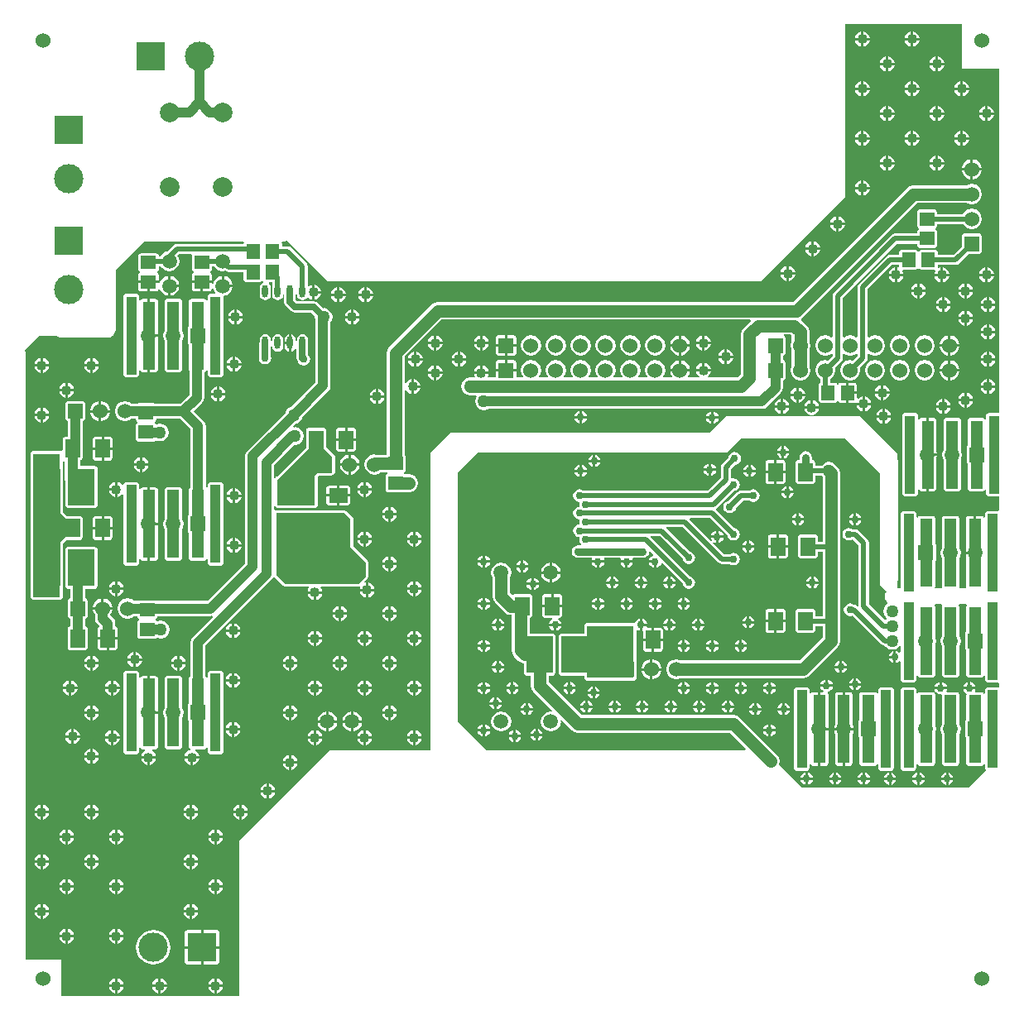
<source format=gbr>
G04 Layer_Physical_Order=1*
G04 Layer_Color=255*
%FSLAX26Y26*%
%MOIN*%
%TF.FileFunction,Copper,L1,Top,Signal*%
%TF.Part,Single*%
G01*
G75*
%TA.AperFunction,SMDPad,CuDef*%
%ADD10R,0.059055X0.074803*%
%ADD11R,0.074803X0.059055*%
%ADD12R,0.107087X0.148425*%
%ADD13R,0.148425X0.107087*%
%ADD14R,0.043307X0.314961*%
%ADD15R,0.048819X0.275591*%
%TA.AperFunction,ConnectorPad*%
%ADD16R,0.043307X0.314961*%
%ADD17R,0.048819X0.275591*%
%TA.AperFunction,SMDPad,CuDef*%
%ADD18R,0.059055X0.055118*%
%ADD19R,0.055118X0.059055*%
%ADD20O,0.023622X0.051181*%
%TA.AperFunction,Conductor*%
%ADD21C,0.020000*%
%ADD22C,0.050000*%
%ADD23C,0.040000*%
%ADD24C,0.025000*%
%ADD25C,0.030000*%
%ADD26R,0.110000X0.210000*%
%ADD27R,0.110000X0.195000*%
%ADD28R,0.190000X0.210000*%
%TA.AperFunction,WasherPad*%
%ADD29C,0.060000*%
%TA.AperFunction,ComponentPad*%
%ADD30C,0.118110*%
%ADD31R,0.118110X0.118110*%
%ADD32R,0.118110X0.118110*%
%ADD33R,0.059055X0.059055*%
%ADD34C,0.059055*%
%ADD35C,0.060000*%
%ADD36R,0.060000X0.060000*%
%ADD37R,0.060000X0.060000*%
%ADD38C,0.078740*%
%TA.AperFunction,ViaPad*%
%ADD39C,0.030000*%
%ADD40C,0.050000*%
%ADD41C,0.040000*%
G36*
X1237835Y1852165D02*
Y1737165D01*
X1300000Y1675000D01*
Y1620000D01*
X1270000Y1590000D01*
X975000Y1590000D01*
X940000Y1625000D01*
X940000Y1875000D01*
X1215000D01*
X1237835Y1852165D01*
D02*
G37*
G36*
X1125000Y2142165D02*
X1165000Y2102165D01*
Y2040000D01*
X1160000Y2035000D01*
X1105000Y2035000D01*
X1095000Y2025000D01*
Y1905000D01*
X945000Y1905000D01*
Y2010000D01*
X1073465Y2138465D01*
Y2203465D01*
X1125000D01*
X1125000Y2142165D01*
D02*
G37*
G36*
X3370000Y2035000D02*
Y1586176D01*
X3396250Y1559926D01*
X3395427Y1557939D01*
X3393905Y1556416D01*
X3390606Y1548452D01*
Y1546299D01*
X3389782Y1544310D01*
Y1535690D01*
X3390606Y1533701D01*
Y1531548D01*
X3393905Y1523584D01*
X3395427Y1522061D01*
X3396251Y1520072D01*
X3400946Y1515376D01*
X3401101Y1510284D01*
X3400744Y1509228D01*
X3394766Y1505234D01*
X3387031Y1493656D01*
X3384314Y1480000D01*
X3387031Y1466344D01*
X3394766Y1454766D01*
X3398158Y1452500D01*
Y1447500D01*
X3394766Y1445234D01*
X3394488Y1444817D01*
X3389512Y1444327D01*
X3325392Y1508447D01*
Y1755000D01*
X3323840Y1762804D01*
X3319419Y1769419D01*
X3284419Y1804419D01*
X3277804Y1808840D01*
X3270000Y1810392D01*
X3259480D01*
X3254755Y1813550D01*
X3245000Y1815490D01*
X3235245Y1813550D01*
X3226976Y1808024D01*
X3221450Y1799755D01*
X3219510Y1790000D01*
X3221450Y1780245D01*
X3226976Y1771976D01*
X3235245Y1766450D01*
X3245000Y1764510D01*
X3254755Y1766450D01*
X3259480Y1769608D01*
X3261553D01*
X3284608Y1746553D01*
Y1501301D01*
X3280153Y1498686D01*
X3279419Y1499419D01*
X3272804Y1503840D01*
X3265000Y1505392D01*
X3264480D01*
X3259755Y1508550D01*
X3250000Y1510490D01*
X3240245Y1508550D01*
X3231976Y1503024D01*
X3226450Y1494755D01*
X3224510Y1485000D01*
X3226450Y1475245D01*
X3231976Y1466976D01*
X3240245Y1461450D01*
X3250000Y1459510D01*
X3259718Y1461443D01*
X3375581Y1345581D01*
X3382196Y1341160D01*
X3390000Y1339608D01*
X3391531D01*
X3394766Y1334766D01*
X3406344Y1327031D01*
X3420000Y1324314D01*
X3433656Y1327031D01*
X3445234Y1334766D01*
X3448033Y1338956D01*
X3453033Y1337439D01*
Y1314140D01*
X3448248Y1312688D01*
X3448024Y1313024D01*
X3439755Y1318550D01*
X3435000Y1319495D01*
Y1295000D01*
Y1270505D01*
X3439755Y1271450D01*
X3448024Y1276976D01*
X3448248Y1277312D01*
X3453033Y1275860D01*
Y1202932D01*
X3456203Y1195279D01*
X3463857Y1192108D01*
X3507164D01*
X3514818Y1195279D01*
X3517988Y1202932D01*
Y1217645D01*
X3522988Y1218639D01*
X3524510Y1214964D01*
X3532164Y1211793D01*
X3580983D01*
X3588636Y1214964D01*
X3591807Y1222617D01*
Y1344352D01*
X3592233Y1344990D01*
X3595300Y1360413D01*
X3592233Y1375835D01*
X3591807Y1376473D01*
Y1498208D01*
X3590026Y1502507D01*
X3593367Y1507507D01*
X3618205D01*
X3621546Y1502507D01*
X3619765Y1498208D01*
Y1378830D01*
X3617764Y1375835D01*
X3614697Y1360413D01*
X3617764Y1344990D01*
X3619765Y1341995D01*
Y1222617D01*
X3622935Y1214964D01*
X3630589Y1211793D01*
X3679408D01*
X3687062Y1214964D01*
X3690232Y1222617D01*
Y1341995D01*
X3692233Y1344990D01*
X3695300Y1360413D01*
X3692233Y1375835D01*
X3690232Y1378830D01*
Y1498208D01*
X3688451Y1502507D01*
X3691792Y1507507D01*
X3716630D01*
X3719971Y1502507D01*
X3718190Y1498208D01*
Y1397748D01*
X3717817Y1397594D01*
X3714647Y1389940D01*
Y1330885D01*
X3717817Y1323231D01*
X3718190Y1323077D01*
Y1222617D01*
X3721361Y1214964D01*
X3729014Y1211793D01*
X3777833D01*
X3785487Y1214964D01*
X3787009Y1218639D01*
X3792009Y1217645D01*
Y1202932D01*
X3795180Y1195279D01*
X3802833Y1192108D01*
X3846140D01*
X3850000Y1189529D01*
Y1175883D01*
X3846140Y1173304D01*
X3802833D01*
X3795180Y1170134D01*
X3792009Y1162480D01*
Y1147768D01*
X3787009Y1146773D01*
X3785487Y1150449D01*
X3777833Y1153619D01*
X3754425D01*
X3752068Y1158029D01*
X3753550Y1160245D01*
X3754495Y1165000D01*
X3705505D01*
X3706450Y1160245D01*
X3711976Y1151976D01*
X3719822Y1146734D01*
X3718190Y1142795D01*
Y1042336D01*
X3717817Y1042181D01*
X3714647Y1034527D01*
Y975472D01*
X3717817Y967819D01*
X3718190Y967664D01*
Y867205D01*
X3721361Y859551D01*
X3729014Y856381D01*
X3777833D01*
X3785487Y859551D01*
X3787009Y863227D01*
X3792009Y862232D01*
Y847520D01*
X3795180Y839866D01*
X3725314Y770000D01*
X3055000D01*
X2963083Y861917D01*
X2965686Y875000D01*
X2962969Y888656D01*
X2955234Y900234D01*
X2805234Y1050234D01*
X2793656Y1057969D01*
X2780000Y1060686D01*
X2169782D01*
X2036001Y1194466D01*
Y1219964D01*
X2053858D01*
X2061512Y1223134D01*
X2064682Y1230787D01*
Y1379213D01*
X2061512Y1386866D01*
X2053858Y1390036D01*
X1958757D01*
Y1451879D01*
X1966158Y1454945D01*
X1969328Y1462599D01*
Y1537401D01*
X1966158Y1545055D01*
X1958504Y1548225D01*
X1899449D01*
X1891795Y1545055D01*
X1890641Y1544826D01*
X1880686Y1554782D01*
Y1617260D01*
X1882234Y1619577D01*
X1885302Y1635000D01*
X1882234Y1650423D01*
X1873498Y1663498D01*
X1860423Y1672234D01*
X1859474Y1672423D01*
X1858656Y1672969D01*
X1845000Y1675686D01*
X1831344Y1672969D01*
X1830526Y1672423D01*
X1829577Y1672234D01*
X1816502Y1663498D01*
X1807766Y1650423D01*
X1804698Y1635000D01*
X1807766Y1619577D01*
X1809314Y1617260D01*
Y1540000D01*
X1812031Y1526344D01*
X1819766Y1514766D01*
X1859766Y1474766D01*
X1871344Y1467031D01*
X1885000Y1464314D01*
X1887385D01*
Y1321929D01*
X1890102Y1308273D01*
X1897837Y1296696D01*
X1914766Y1279766D01*
X1926344Y1272031D01*
X1935948Y1270120D01*
Y1230787D01*
X1939118Y1223134D01*
X1946772Y1219964D01*
X1964629D01*
Y1179685D01*
X1967346Y1166029D01*
X1975081Y1154451D01*
X2050433Y1079100D01*
X2048076Y1074690D01*
X2045000Y1075302D01*
X2029577Y1072234D01*
X2016502Y1063498D01*
X2007766Y1050423D01*
X2004698Y1035000D01*
X2007766Y1019577D01*
X2016502Y1006502D01*
X2029577Y997766D01*
X2045000Y994698D01*
X2060423Y997766D01*
X2073498Y1006502D01*
X2082234Y1019577D01*
X2085302Y1035000D01*
X2084690Y1038076D01*
X2089100Y1040433D01*
X2129766Y999766D01*
X2141344Y992031D01*
X2155000Y989314D01*
X2765218D01*
X2829913Y924619D01*
X2828000Y920000D01*
X1785000D01*
X1670000Y1035000D01*
X1670000Y2040000D01*
X1750000Y2120000D01*
X2755000Y2120000D01*
X2810000Y2175000D01*
X3230000Y2175000D01*
X3370000Y2035000D01*
D02*
G37*
G36*
X3699999Y3665002D02*
X3849999D01*
X3849999Y2278304D01*
X3808836D01*
X3801182Y2275134D01*
X3798012Y2267480D01*
Y2252768D01*
X3793012Y2251773D01*
X3791489Y2255449D01*
X3783836Y2258619D01*
X3735017D01*
X3727363Y2255449D01*
X3724193Y2247795D01*
Y2147336D01*
X3723820Y2147181D01*
X3720650Y2139528D01*
Y2080472D01*
X3723820Y2072819D01*
X3724193Y2072664D01*
Y1972205D01*
X3727363Y1964551D01*
X3735017Y1961381D01*
X3783836D01*
X3791489Y1964551D01*
X3793012Y1968227D01*
X3798012Y1967232D01*
Y1952520D01*
X3801182Y1944866D01*
X3808836Y1941696D01*
X3849999D01*
Y1886053D01*
X3844999Y1883304D01*
X3802831D01*
X3795177Y1880134D01*
X3792007Y1872480D01*
Y1857768D01*
X3787007Y1856773D01*
X3785484Y1860449D01*
X3777831Y1863619D01*
X3758421D01*
Y1715000D01*
X3754996D01*
Y1710000D01*
X3715689D01*
X3717762Y1699577D01*
X3718188Y1698940D01*
Y1577492D01*
X3717980Y1575994D01*
X3715640Y1572492D01*
X3692777D01*
X3689999Y1576650D01*
X3690229Y1577205D01*
Y1696583D01*
X3692230Y1699577D01*
X3695298Y1715000D01*
X3692230Y1730423D01*
X3690229Y1733417D01*
Y1852795D01*
X3687059Y1860449D01*
X3679405Y1863619D01*
X3630586D01*
X3622933Y1860449D01*
X3619763Y1852795D01*
Y1733417D01*
X3617762Y1730423D01*
X3614694Y1715000D01*
X3617762Y1699577D01*
X3619763Y1696583D01*
Y1577492D01*
X3619555Y1575994D01*
X3617215Y1572492D01*
X3594352D01*
X3591574Y1576650D01*
X3591804Y1577205D01*
Y1677664D01*
X3592177Y1677819D01*
X3595347Y1685473D01*
Y1744527D01*
X3592177Y1752181D01*
X3591804Y1752336D01*
Y1852795D01*
X3588634Y1860449D01*
X3580980Y1863619D01*
X3532161D01*
X3524508Y1860449D01*
X3522985Y1856773D01*
X3517985Y1857768D01*
Y1872480D01*
X3514815Y1880134D01*
X3507161Y1883304D01*
X3463854D01*
X3456200Y1880134D01*
X3453030Y1872480D01*
Y1572492D01*
X3439999D01*
Y1597517D01*
X3441669Y1601548D01*
Y1603701D01*
X3442492Y1605690D01*
Y1610000D01*
Y2085000D01*
X3442492Y2085001D01*
X3442495Y2087121D01*
X3442070Y2088149D01*
X3442288Y2089240D01*
X3441458Y2093427D01*
X3440840Y2094352D01*
Y2095464D01*
X3439999Y2097497D01*
Y2115001D01*
X3289999Y2265002D01*
X3098457D01*
X3097965Y2270002D01*
X3106705Y2271741D01*
X3116629Y2278371D01*
X3123259Y2288295D01*
X3124593Y2295000D01*
X3065407D01*
X3066741Y2288295D01*
X3073371Y2278371D01*
X3083295Y2271741D01*
X3092035Y2270002D01*
X3091543Y2265002D01*
X2749999Y2265002D01*
X2684999Y2200002D01*
X1639999D01*
X1559999Y2120002D01*
X1559999Y920002D01*
X1154999Y920002D01*
X789999Y555002D01*
Y-69998D01*
X74999D01*
Y75002D01*
X-70001D01*
Y2525002D01*
X-75001Y2530002D01*
X-15001Y2590002D01*
X54047D01*
X55072Y2588977D01*
X57061Y2588153D01*
X58584Y2586630D01*
X66548Y2583331D01*
X68701D01*
X70690Y2582508D01*
X264310D01*
X266299Y2583331D01*
X268452D01*
X276416Y2586630D01*
X277939Y2588153D01*
X279928Y2588977D01*
X280953Y2590002D01*
X284999D01*
Y2594048D01*
X286023Y2595072D01*
X286847Y2597061D01*
X288370Y2598584D01*
X291668Y2606548D01*
Y2608701D01*
X292492Y2610690D01*
Y2615000D01*
Y2851541D01*
X408459Y2967508D01*
X679310D01*
X681299Y2968331D01*
X683452D01*
X687485Y2970002D01*
X806705D01*
X809514Y2965002D01*
X807605Y2960392D01*
X540000D01*
X540000Y2960392D01*
X532196Y2958840D01*
X525581Y2954419D01*
X499645Y2928483D01*
X493364Y2927234D01*
X480289Y2918498D01*
X474873Y2910392D01*
X465351D01*
Y2911929D01*
X462181Y2919583D01*
X454527Y2922753D01*
X395473D01*
X387819Y2919583D01*
X384649Y2911929D01*
Y2856811D01*
X387819Y2849157D01*
X391323Y2847706D01*
Y2842294D01*
X387819Y2840843D01*
X384649Y2833189D01*
Y2810630D01*
X465351D01*
Y2833189D01*
X462181Y2840843D01*
X458677Y2842294D01*
Y2847706D01*
X462181Y2849157D01*
X465351Y2856811D01*
Y2869608D01*
X474873D01*
X480289Y2861502D01*
X493364Y2852766D01*
X508787Y2849698D01*
X524210Y2852766D01*
X537285Y2861502D01*
X546021Y2874577D01*
X549089Y2890000D01*
X546021Y2905423D01*
X541311Y2912472D01*
X548447Y2919608D01*
X597417D01*
X600758Y2914608D01*
X599649Y2911929D01*
Y2856811D01*
X602819Y2849157D01*
X606323Y2847706D01*
Y2842294D01*
X602819Y2840843D01*
X599649Y2833189D01*
Y2810630D01*
X680351D01*
Y2833189D01*
X677181Y2840843D01*
X673677Y2842294D01*
Y2847706D01*
X677181Y2849157D01*
X680351Y2856811D01*
Y2869608D01*
X689873D01*
X695289Y2861502D01*
X708364Y2852766D01*
X723787Y2849698D01*
X733411Y2851612D01*
X739803Y2847341D01*
X747606Y2845789D01*
X807247D01*
Y2815472D01*
X810417Y2807819D01*
X818071Y2804649D01*
X873189D01*
X880842Y2807819D01*
X886077Y2808103D01*
X886175Y2803656D01*
X878960Y2798835D01*
X874139Y2791620D01*
X872447Y2783110D01*
Y2755551D01*
X874139Y2747041D01*
X878960Y2739826D01*
X886175Y2735006D01*
X894685Y2733313D01*
X903195Y2735006D01*
X910410Y2739826D01*
X915231Y2747041D01*
X916923Y2755551D01*
Y2783110D01*
X915231Y2791620D01*
X910410Y2798835D01*
X909192Y2799649D01*
X910709Y2804649D01*
X924293D01*
Y2791850D01*
X924139Y2791620D01*
X922447Y2783110D01*
Y2755551D01*
X924139Y2747041D01*
X928960Y2739826D01*
X936175Y2735006D01*
X944685Y2733313D01*
X953195Y2735006D01*
X960410Y2739826D01*
X965231Y2747041D01*
X966744Y2754651D01*
X971744Y2754158D01*
Y2725000D01*
X973490Y2716221D01*
X978463Y2708778D01*
X998463Y2688778D01*
X1005906Y2683805D01*
X1014685Y2682059D01*
X1080183D01*
X1094537Y2667704D01*
X1093999Y2665000D01*
X1096597Y2651939D01*
Y2399855D01*
X1000548Y2303806D01*
X996344Y2302969D01*
X984766Y2295234D01*
X977031Y2283656D01*
X976194Y2279452D01*
X823371Y2126629D01*
X816741Y2116705D01*
X814412Y2105000D01*
Y1672670D01*
X662330Y1520588D01*
X454755D01*
X449527Y1522753D01*
X390473D01*
X385245Y1520588D01*
X366063D01*
X355450Y1527679D01*
X339842Y1530784D01*
X324235Y1527679D01*
X311004Y1518838D01*
X302163Y1505607D01*
X299059Y1490000D01*
X302163Y1474393D01*
X311004Y1461162D01*
X324235Y1452321D01*
X339842Y1449216D01*
X355450Y1452321D01*
X366063Y1459412D01*
X379649D01*
Y1456811D01*
X382819Y1449158D01*
X386323Y1447706D01*
Y1442294D01*
X382819Y1440843D01*
X379649Y1433189D01*
Y1378071D01*
X382819Y1370417D01*
X390473Y1367247D01*
X449527D01*
X457181Y1370417D01*
X457347Y1370818D01*
X461344Y1372031D01*
X475000Y1369314D01*
X488656Y1372031D01*
X500234Y1379766D01*
X507969Y1391344D01*
X510686Y1405000D01*
X507969Y1418656D01*
X500234Y1430234D01*
X488656Y1437969D01*
X475000Y1440686D01*
X461344Y1437969D01*
X457944Y1439001D01*
X457181Y1440843D01*
X453677Y1442294D01*
Y1447706D01*
X457181Y1449158D01*
X460351Y1456811D01*
Y1459412D01*
X675000D01*
X680606Y1460527D01*
X683069Y1455919D01*
X601798Y1374649D01*
X595168Y1364726D01*
X592839Y1353020D01*
Y1217060D01*
X591364Y1216449D01*
X588194Y1208795D01*
Y1108336D01*
X587821Y1108181D01*
X584650Y1100527D01*
Y1041473D01*
X587821Y1033819D01*
X588194Y1033664D01*
Y933205D01*
X591364Y925551D01*
X593946Y924481D01*
X593434Y919282D01*
X588295Y918259D01*
X578371Y911629D01*
X571741Y901705D01*
X570407Y895000D01*
X629593D01*
X628259Y901705D01*
X621629Y911629D01*
X613020Y917381D01*
X614537Y922381D01*
X647837D01*
X655490Y925551D01*
X657013Y929227D01*
X662013Y928232D01*
Y913520D01*
X665183Y905866D01*
X672837Y902696D01*
X716144D01*
X723797Y905866D01*
X726967Y913520D01*
Y1228480D01*
X723797Y1236134D01*
X716144Y1239304D01*
X672837D01*
X665183Y1236134D01*
X662013Y1228480D01*
Y1213768D01*
X657013Y1212773D01*
X655490Y1216449D01*
X654015Y1217060D01*
Y1340350D01*
X921629Y1607964D01*
X921629Y1607964D01*
X927303Y1616456D01*
X929640Y1616869D01*
X932127Y1616906D01*
X933010Y1616682D01*
X967346Y1582346D01*
X967346Y1582346D01*
X975000Y1579176D01*
X975000Y1579176D01*
X1069060Y1579176D01*
X1071732Y1574176D01*
X1066741Y1566705D01*
X1065407Y1560000D01*
X1124593D01*
X1123259Y1566705D01*
X1118268Y1574176D01*
X1120940Y1579176D01*
X1270000Y1579176D01*
X1270000Y1579176D01*
X1273288Y1580538D01*
X1276233Y1577269D01*
X1276708Y1576543D01*
X1275407Y1570000D01*
X1300000D01*
Y1594593D01*
X1296220Y1593841D01*
X1293756Y1598449D01*
X1307654Y1612346D01*
X1310824Y1620000D01*
X1310824Y1620000D01*
Y1675000D01*
X1310824Y1675000D01*
X1307654Y1682654D01*
X1307653Y1682654D01*
X1248659Y1741649D01*
Y1852165D01*
X1248659Y1852165D01*
X1245488Y1859819D01*
X1222654Y1882654D01*
X1215000Y1885824D01*
X1215000Y1885824D01*
X940000D01*
X935588Y1883996D01*
X930588Y1887337D01*
Y1900597D01*
X935588Y1901592D01*
X937346Y1897346D01*
X945000Y1894176D01*
X1095000Y1894176D01*
X1102654Y1897346D01*
X1105824Y1905000D01*
Y2020517D01*
X1109483Y2024176D01*
X1160000Y2024176D01*
X1160000Y2024176D01*
X1167653Y2027346D01*
X1167654Y2027346D01*
X1172654Y2032346D01*
X1175824Y2040000D01*
Y2100000D01*
X1175824Y2100000D01*
Y2102165D01*
X1175824Y2102165D01*
X1172654Y2109819D01*
X1172653Y2109819D01*
X1139328Y2143144D01*
Y2207401D01*
X1136158Y2215055D01*
X1128504Y2218225D01*
X1069449D01*
X1061795Y2215055D01*
X1058625Y2207401D01*
Y2138932D01*
X942301Y2022608D01*
X938134Y2020882D01*
X935588Y2014735D01*
X930588Y2015730D01*
Y2067330D01*
X1012975Y2149717D01*
X1015000Y2149314D01*
X1028656Y2152031D01*
X1040234Y2159766D01*
X1047969Y2171344D01*
X1050686Y2185000D01*
X1047969Y2198656D01*
X1040234Y2210234D01*
X1028656Y2217969D01*
X1015000Y2220686D01*
X1010025Y2219696D01*
X1007562Y2224304D01*
X1019452Y2236194D01*
X1023656Y2237031D01*
X1035234Y2244766D01*
X1042969Y2256344D01*
X1043806Y2260548D01*
X1148814Y2365556D01*
X1155444Y2375480D01*
X1157773Y2387185D01*
Y2644038D01*
X1162654Y2651344D01*
X1165371Y2665000D01*
X1162654Y2678656D01*
X1154919Y2690234D01*
X1143341Y2697969D01*
X1129685Y2700686D01*
X1126980Y2700148D01*
X1105907Y2721222D01*
X1098464Y2726195D01*
X1089685Y2727941D01*
X1024187D01*
X1017626Y2734502D01*
Y2754158D01*
X1022626Y2754651D01*
X1024139Y2747041D01*
X1028960Y2739826D01*
X1036175Y2735006D01*
X1044685Y2733313D01*
X1053195Y2735006D01*
X1060410Y2739826D01*
X1062568Y2743056D01*
X1068244Y2743364D01*
X1068662Y2743177D01*
X1078295Y2736741D01*
X1085000Y2735407D01*
Y2765000D01*
Y2794593D01*
X1078295Y2793259D01*
X1070975Y2788369D01*
X1065442Y2790559D01*
X1065392Y2790809D01*
Y2870000D01*
X1063840Y2877804D01*
X1059419Y2884419D01*
X999419Y2944419D01*
X992804Y2948840D01*
X985000Y2950392D01*
X962753D01*
Y2959528D01*
X960485Y2965002D01*
X963295Y2970002D01*
X974999D01*
X979999Y2975002D01*
X1144998Y2810002D01*
X2889999Y2810002D01*
X3229999Y3150002D01*
X3229999Y3845002D01*
X3699999D01*
Y3665002D01*
D02*
G37*
%LPC*%
G36*
X3150000Y1204495D02*
X3145245Y1203550D01*
X3136976Y1198024D01*
X3131450Y1189755D01*
X3130505Y1185000D01*
X3150000D01*
Y1204495D01*
D02*
G37*
G36*
X3160000D02*
Y1185000D01*
X3179495D01*
X3178550Y1189755D01*
X3173024Y1198024D01*
X3164755Y1203550D01*
X3160000Y1204495D01*
D02*
G37*
G36*
X3620000Y1194495D02*
Y1175000D01*
X3639495D01*
X3638550Y1179755D01*
X3633024Y1188024D01*
X3624755Y1193550D01*
X3620000Y1194495D01*
D02*
G37*
G36*
X3725000D02*
X3720245Y1193550D01*
X3711976Y1188024D01*
X3706450Y1179755D01*
X3705505Y1175000D01*
X3725000D01*
Y1194495D01*
D02*
G37*
G36*
X3735000D02*
Y1175000D01*
X3754495D01*
X3753550Y1179755D01*
X3748024Y1188024D01*
X3739755Y1193550D01*
X3735000Y1194495D01*
D02*
G37*
G36*
X3265000Y1209495D02*
X3260245Y1208550D01*
X3251976Y1203024D01*
X3246450Y1194755D01*
X3245505Y1190000D01*
X3265000D01*
Y1209495D01*
D02*
G37*
G36*
X1827500Y1250000D02*
X1808005D01*
X1808950Y1245245D01*
X1814476Y1236976D01*
X1822745Y1231450D01*
X1827500Y1230505D01*
Y1250000D01*
D02*
G37*
G36*
X3275000Y1209495D02*
Y1190000D01*
X3294495D01*
X3293550Y1194755D01*
X3288024Y1203024D01*
X3279755Y1208550D01*
X3275000Y1209495D01*
D02*
G37*
G36*
X2445000Y1240000D02*
X2410211D01*
X2412321Y1229393D01*
X2421162Y1216162D01*
X2434393Y1207321D01*
X2445000Y1205211D01*
Y1240000D01*
D02*
G37*
G36*
X2489789D02*
X2455000D01*
Y1205211D01*
X2465607Y1207321D01*
X2478838Y1216162D01*
X2487679Y1229393D01*
X2489789Y1240000D01*
D02*
G37*
G36*
X3610000Y1194495D02*
X3605245Y1193550D01*
X3596976Y1188024D01*
X3591450Y1179755D01*
X3590505Y1175000D01*
X3610000D01*
Y1194495D01*
D02*
G37*
G36*
X2115000D02*
X2110245Y1193550D01*
X2101976Y1188024D01*
X2096450Y1179755D01*
X2095505Y1175000D01*
X2115000D01*
Y1194495D01*
D02*
G37*
G36*
X2125000D02*
Y1175000D01*
X2144495D01*
X2143550Y1179755D01*
X2138024Y1188024D01*
X2129755Y1193550D01*
X2125000Y1194495D01*
D02*
G37*
G36*
X2575000D02*
X2570245Y1193550D01*
X2561976Y1188024D01*
X2556450Y1179755D01*
X2555505Y1175000D01*
X2575000D01*
Y1194495D01*
D02*
G37*
G36*
X1780000D02*
Y1175000D01*
X1799495D01*
X1798550Y1179755D01*
X1793024Y1188024D01*
X1784755Y1193550D01*
X1780000Y1194495D01*
D02*
G37*
G36*
X1885000D02*
X1880245Y1193550D01*
X1871976Y1188024D01*
X1866450Y1179755D01*
X1865505Y1175000D01*
X1885000D01*
Y1194495D01*
D02*
G37*
G36*
X1895000D02*
Y1175000D01*
X1914495D01*
X1913550Y1179755D01*
X1908024Y1188024D01*
X1899755Y1193550D01*
X1895000Y1194495D01*
D02*
G37*
G36*
X2585000D02*
Y1175000D01*
X2604495D01*
X2603550Y1179755D01*
X2598024Y1188024D01*
X2589755Y1193550D01*
X2585000Y1194495D01*
D02*
G37*
G36*
X2815000D02*
Y1175000D01*
X2834495D01*
X2833550Y1179755D01*
X2828024Y1188024D01*
X2819755Y1193550D01*
X2815000Y1194495D01*
D02*
G37*
G36*
X2920000D02*
X2915245Y1193550D01*
X2906976Y1188024D01*
X2901450Y1179755D01*
X2900505Y1175000D01*
X2920000D01*
Y1194495D01*
D02*
G37*
G36*
X2930000D02*
Y1175000D01*
X2949495D01*
X2948550Y1179755D01*
X2943024Y1188024D01*
X2934755Y1193550D01*
X2930000Y1194495D01*
D02*
G37*
G36*
X2690000D02*
X2685245Y1193550D01*
X2676976Y1188024D01*
X2671450Y1179755D01*
X2670505Y1175000D01*
X2690000D01*
Y1194495D01*
D02*
G37*
G36*
X2700000D02*
Y1175000D01*
X2719495D01*
X2718550Y1179755D01*
X2713024Y1188024D01*
X2704755Y1193550D01*
X2700000Y1194495D01*
D02*
G37*
G36*
X2805000D02*
X2800245Y1193550D01*
X2791976Y1188024D01*
X2786450Y1179755D01*
X2785505Y1175000D01*
X2805000D01*
Y1194495D01*
D02*
G37*
G36*
X2445000Y1284789D02*
X2434393Y1282679D01*
X2421162Y1273838D01*
X2412321Y1260607D01*
X2410211Y1250000D01*
X2445000D01*
Y1284789D01*
D02*
G37*
G36*
X2455000D02*
Y1250000D01*
X2489789D01*
X2487679Y1260607D01*
X2478838Y1273838D01*
X2465607Y1282679D01*
X2455000Y1284789D01*
D02*
G37*
G36*
X1827500Y1279495D02*
X1822745Y1278550D01*
X1814476Y1273024D01*
X1808950Y1264755D01*
X1808005Y1260000D01*
X1827500D01*
Y1279495D01*
D02*
G37*
G36*
X3425000Y1290000D02*
X3405505D01*
X3406450Y1285245D01*
X3411976Y1276976D01*
X3420245Y1271450D01*
X3425000Y1270505D01*
Y1290000D01*
D02*
G37*
G36*
X1837500Y1279495D02*
Y1260000D01*
X1856995D01*
X1856050Y1264755D01*
X1850524Y1273024D01*
X1842255Y1278550D01*
X1837500Y1279495D01*
D02*
G37*
G36*
X3207500D02*
X3202745Y1278550D01*
X3194476Y1273024D01*
X3188950Y1264755D01*
X3188005Y1260000D01*
X3207500D01*
Y1279495D01*
D02*
G37*
G36*
X3217500D02*
Y1260000D01*
X3236995D01*
X3236050Y1264755D01*
X3230524Y1273024D01*
X3222255Y1278550D01*
X3217500Y1279495D01*
D02*
G37*
G36*
X3236995Y1250000D02*
X3217500D01*
Y1230505D01*
X3222255Y1231450D01*
X3230524Y1236976D01*
X3236050Y1245245D01*
X3236995Y1250000D01*
D02*
G37*
G36*
X1856995D02*
X1837500D01*
Y1230505D01*
X1842255Y1231450D01*
X1850524Y1236976D01*
X1856050Y1245245D01*
X1856995Y1250000D01*
D02*
G37*
G36*
X3207500D02*
X3188005D01*
X3188950Y1245245D01*
X3194476Y1236976D01*
X3202745Y1231450D01*
X3207500Y1230505D01*
Y1250000D01*
D02*
G37*
G36*
X1799495Y1165000D02*
X1780000D01*
Y1145505D01*
X1784755Y1146450D01*
X1793024Y1151976D01*
X1798550Y1160245D01*
X1799495Y1165000D01*
D02*
G37*
G36*
X1885000D02*
X1865505D01*
X1866450Y1160245D01*
X1871976Y1151976D01*
X1880245Y1146450D01*
X1885000Y1145505D01*
Y1165000D01*
D02*
G37*
G36*
X1914495D02*
X1895000D01*
Y1145505D01*
X1899755Y1146450D01*
X1908024Y1151976D01*
X1913550Y1160245D01*
X1914495Y1165000D01*
D02*
G37*
G36*
X1770000D02*
X1750505D01*
X1751450Y1160245D01*
X1756976Y1151976D01*
X1765245Y1146450D01*
X1770000Y1145505D01*
Y1165000D01*
D02*
G37*
G36*
X2522500Y1119495D02*
X2517745Y1118550D01*
X2509476Y1113024D01*
X2503950Y1104755D01*
X2503005Y1100000D01*
X2522500D01*
Y1119495D01*
D02*
G37*
G36*
X2532500D02*
Y1100000D01*
X2551995D01*
X2551050Y1104755D01*
X2545524Y1113024D01*
X2537255Y1118550D01*
X2532500Y1119495D01*
D02*
G37*
G36*
X2637500D02*
X2632745Y1118550D01*
X2624476Y1113024D01*
X2618950Y1104755D01*
X2618005Y1100000D01*
X2637500D01*
Y1119495D01*
D02*
G37*
G36*
X2417500D02*
Y1100000D01*
X2436995D01*
X2436050Y1104755D01*
X2430524Y1113024D01*
X2422255Y1118550D01*
X2417500Y1119495D01*
D02*
G37*
G36*
X2297500D02*
X2292745Y1118550D01*
X2284476Y1113024D01*
X2278950Y1104755D01*
X2278005Y1100000D01*
X2297500D01*
Y1119495D01*
D02*
G37*
G36*
X2307500D02*
Y1100000D01*
X2326995D01*
X2326050Y1104755D01*
X2320524Y1113024D01*
X2312255Y1118550D01*
X2307500Y1119495D01*
D02*
G37*
G36*
X2407500D02*
X2402745Y1118550D01*
X2394476Y1113024D01*
X2388950Y1104755D01*
X2388005Y1100000D01*
X2407500D01*
Y1119495D01*
D02*
G37*
G36*
X1827745Y1133045D02*
Y1113550D01*
X1847241D01*
X1846295Y1118304D01*
X1840770Y1126573D01*
X1832500Y1132099D01*
X1827745Y1133045D01*
D02*
G37*
G36*
X2211976Y1146976D02*
X2192481D01*
X2193427Y1142222D01*
X2198952Y1133952D01*
X2207222Y1128427D01*
X2211976Y1127481D01*
Y1146976D01*
D02*
G37*
G36*
X2241471D02*
X2221976D01*
Y1127481D01*
X2226731Y1128427D01*
X2235000Y1133952D01*
X2240526Y1142222D01*
X2241471Y1146976D01*
D02*
G37*
G36*
X1817745Y1133045D02*
X1812991Y1132099D01*
X1804722Y1126573D01*
X1799196Y1118304D01*
X1798250Y1113550D01*
X1817745D01*
Y1133045D01*
D02*
G37*
G36*
X2647500Y1119495D02*
Y1100000D01*
X2666995D01*
X2666050Y1104755D01*
X2660524Y1113024D01*
X2652255Y1118550D01*
X2647500Y1119495D01*
D02*
G37*
G36*
X2752500D02*
X2747745Y1118550D01*
X2739476Y1113024D01*
X2733950Y1104755D01*
X2733005Y1100000D01*
X2752500D01*
Y1119495D01*
D02*
G37*
G36*
X2762500D02*
Y1100000D01*
X2781995D01*
X2781050Y1104755D01*
X2775524Y1113024D01*
X2767255Y1118550D01*
X2762500Y1119495D01*
D02*
G37*
G36*
X3294495Y1180000D02*
X3275000D01*
Y1160505D01*
X3279755Y1161450D01*
X3288024Y1166976D01*
X3293550Y1175245D01*
X3294495Y1180000D01*
D02*
G37*
G36*
X1770000Y1194495D02*
X1765245Y1193550D01*
X1756976Y1188024D01*
X1751450Y1179755D01*
X1750505Y1175000D01*
X1770000D01*
Y1194495D01*
D02*
G37*
G36*
X2690000Y1165000D02*
X2670505D01*
X2671450Y1160245D01*
X2676976Y1151976D01*
X2685245Y1146450D01*
X2690000Y1145505D01*
Y1165000D01*
D02*
G37*
G36*
X2719495D02*
X2700000D01*
Y1145505D01*
X2704755Y1146450D01*
X2713024Y1151976D01*
X2718550Y1160245D01*
X2719495Y1165000D01*
D02*
G37*
G36*
X2805000D02*
X2785505D01*
X2786450Y1160245D01*
X2791976Y1151976D01*
X2800245Y1146450D01*
X2805000Y1145505D01*
Y1165000D01*
D02*
G37*
G36*
X2604495D02*
X2585000D01*
Y1145505D01*
X2589755Y1146450D01*
X2598024Y1151976D01*
X2603550Y1160245D01*
X2604495Y1165000D01*
D02*
G37*
G36*
X2115000D02*
X2095505D01*
X2096450Y1160245D01*
X2101976Y1151976D01*
X2110245Y1146450D01*
X2115000Y1145505D01*
Y1165000D01*
D02*
G37*
G36*
X2144495D02*
X2125000D01*
Y1145505D01*
X2129755Y1146450D01*
X2138024Y1151976D01*
X2143550Y1160245D01*
X2144495Y1165000D01*
D02*
G37*
G36*
X2575000D02*
X2555505D01*
X2556450Y1160245D01*
X2561976Y1151976D01*
X2570245Y1146450D01*
X2575000Y1145505D01*
Y1165000D01*
D02*
G37*
G36*
X2211976Y1176471D02*
X2207222Y1175525D01*
X2198952Y1170000D01*
X2193427Y1161730D01*
X2192481Y1156976D01*
X2211976D01*
Y1176471D01*
D02*
G37*
G36*
X2221976D02*
Y1156976D01*
X2241471D01*
X2240526Y1161730D01*
X2235000Y1170000D01*
X2226731Y1175525D01*
X2221976Y1176471D01*
D02*
G37*
G36*
X3265000Y1180000D02*
X3245505D01*
X3246450Y1175245D01*
X3251976Y1166976D01*
X3260245Y1161450D01*
X3265000Y1160505D01*
Y1180000D01*
D02*
G37*
G36*
X3416143Y1173304D02*
X3372836D01*
X3365182Y1170134D01*
X3362012Y1162480D01*
Y1147768D01*
X3357012Y1146773D01*
X3355490Y1150449D01*
X3347836Y1153619D01*
X3299017D01*
X3291364Y1150449D01*
X3288193Y1142795D01*
Y1042335D01*
X3287820Y1042181D01*
X3284650Y1034527D01*
Y975472D01*
X3287820Y967819D01*
X3288193Y967664D01*
Y867205D01*
X3291364Y859551D01*
X3299017Y856381D01*
X3347836D01*
X3355490Y859551D01*
X3357012Y863226D01*
X3362012Y862232D01*
Y847519D01*
X3365182Y839866D01*
X3372836Y836696D01*
X3416143D01*
X3423797Y839866D01*
X3426967Y847519D01*
Y1162480D01*
X3423797Y1170134D01*
X3416143Y1173304D01*
D02*
G37*
G36*
X2834495Y1165000D02*
X2815000D01*
Y1145505D01*
X2819755Y1146450D01*
X2828024Y1151976D01*
X2833550Y1160245D01*
X2834495Y1165000D01*
D02*
G37*
G36*
X2920000D02*
X2900505D01*
X2901450Y1160245D01*
X2906976Y1151976D01*
X2915245Y1146450D01*
X2920000Y1145505D01*
Y1165000D01*
D02*
G37*
G36*
X2949495D02*
X2930000D01*
Y1145505D01*
X2934755Y1146450D01*
X2943024Y1151976D01*
X2948550Y1160245D01*
X2949495Y1165000D01*
D02*
G37*
G36*
X2943976Y1488225D02*
X2919449D01*
X2911795Y1485055D01*
X2908625Y1477401D01*
Y1445000D01*
X2943976D01*
Y1488225D01*
D02*
G37*
G36*
X2978504D02*
X2953976D01*
Y1445000D01*
X2989328D01*
Y1477401D01*
X2986158Y1485055D01*
X2978504Y1488225D01*
D02*
G37*
G36*
X1799495Y1505000D02*
X1780000D01*
Y1485505D01*
X1784755Y1486450D01*
X1793024Y1491976D01*
X1798550Y1500245D01*
X1799495Y1505000D01*
D02*
G37*
G36*
X2230000D02*
X2210505D01*
X2211450Y1500245D01*
X2216976Y1491976D01*
X2225245Y1486450D01*
X2230000Y1485505D01*
Y1505000D01*
D02*
G37*
G36*
X2259495D02*
X2240000D01*
Y1485505D01*
X2244755Y1486450D01*
X2253024Y1491976D01*
X2258550Y1500245D01*
X2259495Y1505000D01*
D02*
G37*
G36*
X1770000D02*
X1750505D01*
X1751450Y1500245D01*
X1756976Y1491976D01*
X1765245Y1486450D01*
X1770000Y1485505D01*
Y1505000D01*
D02*
G37*
G36*
X1827500Y1449495D02*
X1822745Y1448550D01*
X1814476Y1443024D01*
X1808950Y1434755D01*
X1808005Y1430000D01*
X1827500D01*
Y1449495D01*
D02*
G37*
G36*
X1837500D02*
Y1430000D01*
X1856995D01*
X1856050Y1434755D01*
X1850524Y1443024D01*
X1842255Y1448550D01*
X1837500Y1449495D01*
D02*
G37*
G36*
X2091375Y1495000D02*
X2051024D01*
X2010672D01*
Y1462599D01*
X2013842Y1454945D01*
X2021496Y1451775D01*
X2048572D01*
X2050089Y1446775D01*
X2044476Y1443024D01*
X2038950Y1434755D01*
X2038005Y1430000D01*
X2086995D01*
X2086050Y1434755D01*
X2080524Y1443024D01*
X2074911Y1446775D01*
X2076428Y1451775D01*
X2080551D01*
X2088205Y1454945D01*
X2091375Y1462599D01*
Y1495000D01*
D02*
G37*
G36*
X2835000Y1430000D02*
X2815505D01*
X2816450Y1425245D01*
X2821976Y1416976D01*
X2830245Y1411450D01*
X2835000Y1410505D01*
Y1430000D01*
D02*
G37*
G36*
X2864495D02*
X2845000D01*
Y1410505D01*
X2849755Y1411450D01*
X2858024Y1416976D01*
X2863550Y1425245D01*
X2864495Y1430000D01*
D02*
G37*
G36*
X2412500Y1449495D02*
Y1430000D01*
X2431995D01*
X2431050Y1434755D01*
X2425524Y1443024D01*
X2417255Y1448550D01*
X2412500Y1449495D01*
D02*
G37*
G36*
X2642500D02*
Y1430000D01*
X2661995D01*
X2661050Y1434755D01*
X2655524Y1443024D01*
X2647255Y1448550D01*
X2642500Y1449495D01*
D02*
G37*
G36*
X2835000Y1459495D02*
X2830245Y1458550D01*
X2821976Y1453024D01*
X2816450Y1444755D01*
X2815505Y1440000D01*
X2835000D01*
Y1459495D01*
D02*
G37*
G36*
X2845000D02*
Y1440000D01*
X2864495D01*
X2863550Y1444755D01*
X2858024Y1453024D01*
X2849755Y1458550D01*
X2845000Y1459495D01*
D02*
G37*
G36*
X2517500Y1449495D02*
X2512745Y1448550D01*
X2504476Y1443024D01*
X2498950Y1434755D01*
X2498005Y1430000D01*
X2517500D01*
Y1449495D01*
D02*
G37*
G36*
X2527500D02*
Y1430000D01*
X2546995D01*
X2546050Y1434755D01*
X2540524Y1443024D01*
X2532255Y1448550D01*
X2527500Y1449495D01*
D02*
G37*
G36*
X2632500D02*
X2627745Y1448550D01*
X2619476Y1443024D01*
X2613950Y1434755D01*
X2613005Y1430000D01*
X2632500D01*
Y1449495D01*
D02*
G37*
G36*
X2345000Y1505000D02*
X2325505D01*
X2326450Y1500245D01*
X2331976Y1491976D01*
X2340245Y1486450D01*
X2345000Y1485505D01*
Y1505000D01*
D02*
G37*
G36*
X2575000Y1534495D02*
X2570245Y1533550D01*
X2561976Y1528024D01*
X2556450Y1519755D01*
X2555505Y1515000D01*
X2575000D01*
Y1534495D01*
D02*
G37*
G36*
X2585000D02*
Y1515000D01*
X2604495D01*
X2603550Y1519755D01*
X2598024Y1528024D01*
X2589755Y1533550D01*
X2585000Y1534495D01*
D02*
G37*
G36*
X2355000D02*
Y1515000D01*
X2374495D01*
X2373550Y1519755D01*
X2368024Y1528024D01*
X2359755Y1533550D01*
X2355000Y1534495D01*
D02*
G37*
G36*
X2460000D02*
X2455245Y1533550D01*
X2446976Y1528024D01*
X2441450Y1519755D01*
X2440505Y1515000D01*
X2460000D01*
Y1534495D01*
D02*
G37*
G36*
X2470000D02*
Y1515000D01*
X2489495D01*
X2488550Y1519755D01*
X2483024Y1528024D01*
X2474755Y1533550D01*
X2470000Y1534495D01*
D02*
G37*
G36*
X2345000D02*
X2340245Y1533550D01*
X2331976Y1528024D01*
X2326450Y1519755D01*
X2325505Y1515000D01*
X2345000D01*
Y1534495D01*
D02*
G37*
G36*
X2575000Y1505000D02*
X2555505D01*
X2556450Y1500245D01*
X2561976Y1491976D01*
X2570245Y1486450D01*
X2575000Y1485505D01*
Y1505000D01*
D02*
G37*
G36*
X2604495D02*
X2585000D01*
Y1485505D01*
X2589755Y1486450D01*
X2598024Y1491976D01*
X2603550Y1500245D01*
X2604495Y1505000D01*
D02*
G37*
G36*
X2374495D02*
X2355000D01*
Y1485505D01*
X2359755Y1486450D01*
X2368024Y1491976D01*
X2373550Y1500245D01*
X2374495Y1505000D01*
D02*
G37*
G36*
X2460000D02*
X2440505D01*
X2441450Y1500245D01*
X2446976Y1491976D01*
X2455245Y1486450D01*
X2460000Y1485505D01*
Y1505000D01*
D02*
G37*
G36*
X2489495D02*
X2470000D01*
Y1485505D01*
X2474755Y1486450D01*
X2483024Y1491976D01*
X2488550Y1500245D01*
X2489495Y1505000D01*
D02*
G37*
G36*
X1780000Y1534495D02*
Y1515000D01*
X1799495D01*
X1798550Y1519755D01*
X1793024Y1528024D01*
X1784755Y1533550D01*
X1780000Y1534495D01*
D02*
G37*
G36*
X2230000D02*
X2225245Y1533550D01*
X2216976Y1528024D01*
X2211450Y1519755D01*
X2210505Y1515000D01*
X2230000D01*
Y1534495D01*
D02*
G37*
G36*
X2240000D02*
Y1515000D01*
X2259495D01*
X2258550Y1519755D01*
X2253024Y1528024D01*
X2244755Y1533550D01*
X2240000Y1534495D01*
D02*
G37*
G36*
X2046024Y1548225D02*
X2021496D01*
X2013842Y1545055D01*
X2010672Y1537401D01*
Y1505000D01*
X2046024D01*
Y1548225D01*
D02*
G37*
G36*
X2080551D02*
X2056024D01*
Y1505000D01*
X2091375D01*
Y1537401D01*
X2088205Y1545055D01*
X2080551Y1548225D01*
D02*
G37*
G36*
X1770000Y1534495D02*
X1765245Y1533550D01*
X1756976Y1528024D01*
X1751450Y1519755D01*
X1750505Y1515000D01*
X1770000D01*
Y1534495D01*
D02*
G37*
G36*
X2451024Y1360000D02*
X2415672D01*
Y1327599D01*
X2418842Y1319945D01*
X2426496Y1316775D01*
X2451024D01*
Y1360000D01*
D02*
G37*
G36*
X2496375D02*
X2461024D01*
Y1316775D01*
X2485551D01*
X2493205Y1319945D01*
X2496375Y1327599D01*
Y1360000D01*
D02*
G37*
G36*
X1770000Y1364495D02*
X1765245Y1363550D01*
X1756976Y1358024D01*
X1751450Y1349755D01*
X1750505Y1345000D01*
X1770000D01*
Y1364495D01*
D02*
G37*
G36*
X1780000D02*
Y1345000D01*
X1799495D01*
X1798550Y1349755D01*
X1793024Y1358024D01*
X1784755Y1363550D01*
X1780000Y1364495D01*
D02*
G37*
G36*
X2834495Y1335000D02*
X2815000D01*
Y1315505D01*
X2819755Y1316450D01*
X2828024Y1321976D01*
X2833550Y1330245D01*
X2834495Y1335000D01*
D02*
G37*
G36*
X3425000Y1319495D02*
X3420245Y1318550D01*
X3411976Y1313024D01*
X3406450Y1304755D01*
X3405505Y1300000D01*
X3425000D01*
Y1319495D01*
D02*
G37*
G36*
X1770000Y1335000D02*
X1750505D01*
X1751450Y1330245D01*
X1756976Y1321976D01*
X1765245Y1316450D01*
X1770000Y1315505D01*
Y1335000D01*
D02*
G37*
G36*
X2690000D02*
X2670505D01*
X2671450Y1330245D01*
X2676976Y1321976D01*
X2685245Y1316450D01*
X2690000Y1315505D01*
Y1335000D01*
D02*
G37*
G36*
X2719495D02*
X2700000D01*
Y1315505D01*
X2704755Y1316450D01*
X2713024Y1321976D01*
X2718550Y1330245D01*
X2719495Y1335000D01*
D02*
G37*
G36*
X2805000D02*
X2785505D01*
X2786450Y1330245D01*
X2791976Y1321976D01*
X2800245Y1316450D01*
X2805000Y1315505D01*
Y1335000D01*
D02*
G37*
G36*
X1799495D02*
X1780000D01*
Y1315505D01*
X1784755Y1316450D01*
X1793024Y1321976D01*
X1798550Y1330245D01*
X1799495Y1335000D01*
D02*
G37*
G36*
X2575000D02*
X2555505D01*
X2556450Y1330245D01*
X2561976Y1321976D01*
X2570245Y1316450D01*
X2575000Y1315505D01*
Y1335000D01*
D02*
G37*
G36*
X2604495D02*
X2585000D01*
Y1315505D01*
X2589755Y1316450D01*
X2598024Y1321976D01*
X2603550Y1330245D01*
X2604495Y1335000D01*
D02*
G37*
G36*
X2575000Y1364495D02*
X2570245Y1363550D01*
X2561976Y1358024D01*
X2556450Y1349755D01*
X2555505Y1345000D01*
X2575000D01*
Y1364495D01*
D02*
G37*
G36*
X2989328Y1435000D02*
X2953976D01*
Y1391775D01*
X2978504D01*
X2986158Y1394945D01*
X2989328Y1402599D01*
Y1435000D01*
D02*
G37*
G36*
X1827500Y1420000D02*
X1808005D01*
X1808950Y1415245D01*
X1814476Y1406976D01*
X1822745Y1401450D01*
X1827500Y1400505D01*
Y1420000D01*
D02*
G37*
G36*
X1856995D02*
X1837500D01*
Y1400505D01*
X1842255Y1401450D01*
X1850524Y1406976D01*
X1856050Y1415245D01*
X1856995Y1420000D01*
D02*
G37*
G36*
X2943976Y1435000D02*
X2908625D01*
Y1402599D01*
X2911795Y1394945D01*
X2919449Y1391775D01*
X2943976D01*
Y1435000D01*
D02*
G37*
G36*
X2057500Y1420000D02*
X2038005D01*
X2038950Y1415245D01*
X2044476Y1406976D01*
X2052745Y1401450D01*
X2057500Y1400505D01*
Y1420000D01*
D02*
G37*
G36*
X2546995D02*
X2527500D01*
Y1400505D01*
X2532255Y1401450D01*
X2540524Y1406976D01*
X2546050Y1415245D01*
X2546995Y1420000D01*
D02*
G37*
G36*
X2632500D02*
X2613005D01*
X2613950Y1415245D01*
X2619476Y1406976D01*
X2627745Y1401450D01*
X2632500Y1400505D01*
Y1420000D01*
D02*
G37*
G36*
X2661995D02*
X2642500D01*
Y1400505D01*
X2647255Y1401450D01*
X2655524Y1406976D01*
X2661050Y1415245D01*
X2661995Y1420000D01*
D02*
G37*
G36*
X2086995D02*
X2067500D01*
Y1400505D01*
X2072255Y1401450D01*
X2080524Y1406976D01*
X2086050Y1415245D01*
X2086995Y1420000D01*
D02*
G37*
G36*
X2402500Y1449495D02*
X2397745Y1448550D01*
X2389476Y1443024D01*
X2383950Y1434755D01*
X2383546Y1432719D01*
X2380000Y1430824D01*
X2190000D01*
X2182346Y1427654D01*
X2179176Y1420000D01*
Y1390036D01*
X2086142D01*
X2078488Y1386866D01*
X2075318Y1379213D01*
Y1230787D01*
X2078488Y1223134D01*
X2086142Y1219964D01*
X2179176D01*
Y1210000D01*
X2182346Y1202346D01*
X2190000Y1199176D01*
X2380000D01*
X2387654Y1202346D01*
X2390824Y1210000D01*
Y1400772D01*
X2395234Y1403129D01*
X2397745Y1401450D01*
X2402500Y1400505D01*
Y1425000D01*
Y1449495D01*
D02*
G37*
G36*
X2517500Y1420000D02*
X2498005D01*
X2498950Y1415245D01*
X2504476Y1406976D01*
X2512745Y1401450D01*
X2517500Y1400505D01*
Y1420000D01*
D02*
G37*
G36*
X2805000Y1364495D02*
X2800245Y1363550D01*
X2791976Y1358024D01*
X2786450Y1349755D01*
X2785505Y1345000D01*
X2805000D01*
Y1364495D01*
D02*
G37*
G36*
X2815000D02*
Y1345000D01*
X2834495D01*
X2833550Y1349755D01*
X2828024Y1358024D01*
X2819755Y1363550D01*
X2815000Y1364495D01*
D02*
G37*
G36*
X2431995Y1420000D02*
X2412500D01*
Y1399798D01*
X2415672Y1397195D01*
Y1370000D01*
X2451024D01*
Y1413225D01*
X2435256D01*
X2431642Y1418226D01*
X2431995Y1420000D01*
D02*
G37*
G36*
X2585000Y1364495D02*
Y1345000D01*
X2604495D01*
X2603550Y1349755D01*
X2598024Y1358024D01*
X2589755Y1363550D01*
X2585000Y1364495D01*
D02*
G37*
G36*
X2690000D02*
X2685245Y1363550D01*
X2676976Y1358024D01*
X2671450Y1349755D01*
X2670505Y1345000D01*
X2690000D01*
Y1364495D01*
D02*
G37*
G36*
X2700000D02*
Y1345000D01*
X2719495D01*
X2718550Y1349755D01*
X2713024Y1358024D01*
X2704755Y1363550D01*
X2700000Y1364495D01*
D02*
G37*
G36*
X2485551Y1413225D02*
X2461024D01*
Y1370000D01*
X2496375D01*
Y1402401D01*
X2493205Y1410055D01*
X2485551Y1413225D01*
D02*
G37*
G36*
X2192500Y1119495D02*
Y1100000D01*
X2211995D01*
X2211050Y1104755D01*
X2205524Y1113024D01*
X2197255Y1118550D01*
X2192500Y1119495D01*
D02*
G37*
G36*
X3415245Y828549D02*
Y809054D01*
X3434741D01*
X3433795Y813809D01*
X3428269Y822078D01*
X3420000Y827604D01*
X3415245Y828549D01*
D02*
G37*
G36*
X3520245D02*
X3515491Y827604D01*
X3507222Y822078D01*
X3501696Y813809D01*
X3500750Y809054D01*
X3520245D01*
Y828549D01*
D02*
G37*
G36*
X3530245D02*
Y809054D01*
X3549741D01*
X3548795Y813809D01*
X3543269Y822078D01*
X3535000Y827604D01*
X3530245Y828549D01*
D02*
G37*
G36*
X3405245D02*
X3400491Y827604D01*
X3392222Y822078D01*
X3386696Y813809D01*
X3385750Y809054D01*
X3405245D01*
Y828549D01*
D02*
G37*
G36*
X3214495Y800000D02*
X3195000D01*
Y780505D01*
X3199755Y781451D01*
X3208024Y786976D01*
X3213550Y795245D01*
X3214495Y800000D01*
D02*
G37*
G36*
X3300000D02*
X3280505D01*
X3281450Y795245D01*
X3286976Y786976D01*
X3295245Y781451D01*
X3300000Y780505D01*
Y800000D01*
D02*
G37*
G36*
X3329495D02*
X3310000D01*
Y780505D01*
X3314755Y781451D01*
X3323024Y786976D01*
X3328550Y795245D01*
X3329495Y800000D01*
D02*
G37*
G36*
X3185000Y829495D02*
X3180245Y828549D01*
X3171976Y823024D01*
X3166450Y814755D01*
X3165505Y810000D01*
X3185000D01*
Y829495D01*
D02*
G37*
G36*
X3195000D02*
Y810000D01*
X3214495D01*
X3213550Y814755D01*
X3208024Y823024D01*
X3199755Y828549D01*
X3195000Y829495D01*
D02*
G37*
G36*
X3300000D02*
X3295245Y828549D01*
X3286976Y823024D01*
X3281450Y814755D01*
X3280505Y810000D01*
X3300000D01*
Y829495D01*
D02*
G37*
G36*
X3080000D02*
Y810000D01*
X3099495D01*
X3098550Y814755D01*
X3093024Y823024D01*
X3084755Y828549D01*
X3080000Y829495D01*
D02*
G37*
G36*
X3635245Y828549D02*
X3630491Y827604D01*
X3622222Y822078D01*
X3616696Y813809D01*
X3615750Y809054D01*
X3635245D01*
Y828549D01*
D02*
G37*
G36*
X3645245D02*
Y809054D01*
X3664741D01*
X3663795Y813809D01*
X3658269Y822078D01*
X3650000Y827604D01*
X3645245Y828549D01*
D02*
G37*
G36*
X3070000Y829495D02*
X3065245Y828549D01*
X3056976Y823024D01*
X3051450Y814755D01*
X3050505Y810000D01*
X3070000D01*
Y829495D01*
D02*
G37*
G36*
X3405245Y799054D02*
X3385750D01*
X3386696Y794300D01*
X3392222Y786030D01*
X3400491Y780505D01*
X3405245Y779559D01*
Y799054D01*
D02*
G37*
G36*
X3434741D02*
X3415245D01*
Y779559D01*
X3420000Y780505D01*
X3428269Y786030D01*
X3433795Y794300D01*
X3434741Y799054D01*
D02*
G37*
G36*
X3070000Y800000D02*
X3050505D01*
X3051450Y795245D01*
X3056976Y786976D01*
X3065245Y781451D01*
X3070000Y780505D01*
Y800000D01*
D02*
G37*
G36*
X3099495D02*
X3080000D01*
Y780505D01*
X3084755Y781451D01*
X3093024Y786976D01*
X3098550Y795245D01*
X3099495Y800000D01*
D02*
G37*
G36*
X3185000D02*
X3165505D01*
X3166450Y795245D01*
X3171976Y786976D01*
X3180245Y781451D01*
X3185000Y780505D01*
Y800000D01*
D02*
G37*
G36*
X3664741Y799054D02*
X3645245D01*
Y779559D01*
X3650000Y780505D01*
X3658269Y786030D01*
X3663795Y794300D01*
X3664741Y799054D01*
D02*
G37*
G36*
X3520245D02*
X3500750D01*
X3501696Y794300D01*
X3507222Y786030D01*
X3515491Y780505D01*
X3520245Y779559D01*
Y799054D01*
D02*
G37*
G36*
X3549741D02*
X3530245D01*
Y779559D01*
X3535000Y780505D01*
X3543269Y786030D01*
X3548795Y794300D01*
X3549741Y799054D01*
D02*
G37*
G36*
X3635245D02*
X3615750D01*
X3616696Y794300D01*
X3622222Y786030D01*
X3630491Y780505D01*
X3635245Y779559D01*
Y799054D01*
D02*
G37*
G36*
X3310000Y829495D02*
Y810000D01*
X3329495D01*
X3328550Y814755D01*
X3323024Y823024D01*
X3314755Y828549D01*
X3310000Y829495D01*
D02*
G37*
G36*
X2891995Y1080000D02*
X2872500D01*
Y1060505D01*
X2877255Y1061450D01*
X2885524Y1066976D01*
X2891050Y1075245D01*
X2891995Y1080000D01*
D02*
G37*
G36*
X2977500D02*
X2958005D01*
X2958950Y1075245D01*
X2964476Y1066976D01*
X2972745Y1061450D01*
X2977500Y1060505D01*
Y1080000D01*
D02*
G37*
G36*
X3006995D02*
X2987500D01*
Y1060505D01*
X2992255Y1061450D01*
X3000524Y1066976D01*
X3006050Y1075245D01*
X3006995Y1080000D01*
D02*
G37*
G36*
X2862500D02*
X2843005D01*
X2843950Y1075245D01*
X2849476Y1066976D01*
X2857745Y1061450D01*
X2862500Y1060505D01*
Y1080000D01*
D02*
G37*
G36*
X1942500D02*
X1923005D01*
X1923950Y1075245D01*
X1929476Y1066976D01*
X1937745Y1061450D01*
X1942500Y1060505D01*
Y1080000D01*
D02*
G37*
G36*
X1971995D02*
X1952500D01*
Y1060505D01*
X1957255Y1061450D01*
X1965524Y1066976D01*
X1971050Y1075245D01*
X1971995Y1080000D01*
D02*
G37*
G36*
X1780000Y1024495D02*
Y1005000D01*
X1799495D01*
X1798550Y1009755D01*
X1793024Y1018024D01*
X1784755Y1023549D01*
X1780000Y1024495D01*
D02*
G37*
G36*
X2920000D02*
X2915245Y1023549D01*
X2906976Y1018024D01*
X2901450Y1009755D01*
X2900505Y1005000D01*
X2920000D01*
Y1024495D01*
D02*
G37*
G36*
X2930000D02*
Y1005000D01*
X2949495D01*
X2948550Y1009755D01*
X2943024Y1018024D01*
X2934755Y1023549D01*
X2930000Y1024495D01*
D02*
G37*
G36*
X1770000D02*
X1765245Y1023549D01*
X1756976Y1018024D01*
X1751450Y1009755D01*
X1750505Y1005000D01*
X1770000D01*
Y1024495D01*
D02*
G37*
G36*
X3179495Y1175000D02*
X3130505D01*
X3131450Y1170245D01*
X3136976Y1161976D01*
X3142000Y1158619D01*
X3140483Y1153619D01*
X3131576D01*
Y1010000D01*
X3164309D01*
X3162236Y1020423D01*
X3161810Y1021060D01*
Y1142795D01*
X3158759Y1150160D01*
X3158672Y1150608D01*
X3159662Y1155437D01*
X3164755Y1156450D01*
X3173024Y1161976D01*
X3178550Y1170245D01*
X3179495Y1175000D01*
D02*
G37*
G36*
X3249411Y1153619D02*
X3230001D01*
Y1010000D01*
X3264309D01*
X3262236Y1020423D01*
X3260235Y1023417D01*
Y1142795D01*
X3257065Y1150449D01*
X3249411Y1153619D01*
D02*
G37*
G36*
X3220001D02*
X3200592D01*
X3192938Y1150449D01*
X3189768Y1142795D01*
Y1023417D01*
X3187767Y1020423D01*
X3185694Y1010000D01*
X3220001D01*
Y1153619D01*
D02*
G37*
G36*
X1817745Y1103550D02*
X1798250D01*
X1799196Y1098795D01*
X1804722Y1090525D01*
X1812991Y1085000D01*
X1817745Y1084054D01*
Y1103550D01*
D02*
G37*
G36*
X1847241D02*
X1827745D01*
Y1084054D01*
X1832500Y1085000D01*
X1840770Y1090525D01*
X1846295Y1098795D01*
X1847241Y1103550D01*
D02*
G37*
G36*
X2977500Y1109495D02*
X2972745Y1108550D01*
X2964476Y1103024D01*
X2958950Y1094755D01*
X2958005Y1090000D01*
X2977500D01*
Y1109495D01*
D02*
G37*
G36*
X2987500D02*
Y1090000D01*
X3006995D01*
X3006050Y1094755D01*
X3000524Y1103024D01*
X2992255Y1108550D01*
X2987500Y1109495D01*
D02*
G37*
G36*
X2182500Y1119495D02*
X2177745Y1118550D01*
X2169476Y1113024D01*
X2163950Y1104755D01*
X2163005Y1100000D01*
X2182500D01*
Y1119495D01*
D02*
G37*
G36*
X2872500Y1109495D02*
Y1090000D01*
X2891995D01*
X2891050Y1094755D01*
X2885524Y1103024D01*
X2877255Y1108550D01*
X2872500Y1109495D01*
D02*
G37*
G36*
X1942500D02*
X1937745Y1108550D01*
X1929476Y1103024D01*
X1923950Y1094755D01*
X1923005Y1090000D01*
X1942500D01*
Y1109495D01*
D02*
G37*
G36*
X1952500D02*
Y1090000D01*
X1971995D01*
X1971050Y1094755D01*
X1965524Y1103024D01*
X1957255Y1108550D01*
X1952500Y1109495D01*
D02*
G37*
G36*
X2862500D02*
X2857745Y1108550D01*
X2849476Y1103024D01*
X2843950Y1094755D01*
X2843005Y1090000D01*
X2862500D01*
Y1109495D01*
D02*
G37*
G36*
X2407500Y1090000D02*
X2388005D01*
X2388950Y1085245D01*
X2394476Y1076976D01*
X2402745Y1071450D01*
X2407500Y1070505D01*
Y1090000D01*
D02*
G37*
G36*
X2436995D02*
X2417500D01*
Y1070505D01*
X2422255Y1071450D01*
X2430524Y1076976D01*
X2436050Y1085245D01*
X2436995Y1090000D01*
D02*
G37*
G36*
X2522500D02*
X2503005D01*
X2503950Y1085245D01*
X2509476Y1076976D01*
X2517745Y1071450D01*
X2522500Y1070505D01*
Y1090000D01*
D02*
G37*
G36*
X2326995D02*
X2307500D01*
Y1070505D01*
X2312255Y1071450D01*
X2320524Y1076976D01*
X2326050Y1085245D01*
X2326995Y1090000D01*
D02*
G37*
G36*
X2182500D02*
X2163005D01*
X2163950Y1085245D01*
X2169476Y1076976D01*
X2177745Y1071450D01*
X2182500Y1070505D01*
Y1090000D01*
D02*
G37*
G36*
X2211995D02*
X2192500D01*
Y1070505D01*
X2197255Y1071450D01*
X2205524Y1076976D01*
X2211050Y1085245D01*
X2211995Y1090000D01*
D02*
G37*
G36*
X2297500D02*
X2278005D01*
X2278950Y1085245D01*
X2284476Y1076976D01*
X2292745Y1071450D01*
X2297500Y1070505D01*
Y1090000D01*
D02*
G37*
G36*
X2781995D02*
X2762500D01*
Y1070505D01*
X2767255Y1071450D01*
X2775524Y1076976D01*
X2781050Y1085245D01*
X2781995Y1090000D01*
D02*
G37*
G36*
X2752500D02*
X2733005D01*
X2733950Y1085245D01*
X2739476Y1076976D01*
X2747745Y1071450D01*
X2752500Y1070505D01*
Y1090000D01*
D02*
G37*
G36*
X2551995D02*
X2532500D01*
Y1070505D01*
X2537255Y1071450D01*
X2545524Y1076976D01*
X2551050Y1085245D01*
X2551995Y1090000D01*
D02*
G37*
G36*
X2637500D02*
X2618005D01*
X2618950Y1085245D01*
X2624476Y1076976D01*
X2632745Y1071450D01*
X2637500Y1070505D01*
Y1090000D01*
D02*
G37*
G36*
X2666995D02*
X2647500D01*
Y1070505D01*
X2652255Y1071450D01*
X2660524Y1076976D01*
X2666050Y1085245D01*
X2666995Y1090000D01*
D02*
G37*
G36*
X3220001Y1000000D02*
X3185694D01*
X3187767Y989577D01*
X3189768Y986582D01*
Y867205D01*
X3192938Y859551D01*
X3200592Y856381D01*
X3220001D01*
Y1000000D01*
D02*
G37*
G36*
X3264309D02*
X3230001D01*
Y856381D01*
X3249411D01*
X3257065Y859551D01*
X3260235Y867205D01*
Y986582D01*
X3262236Y989577D01*
X3264309Y1000000D01*
D02*
G37*
G36*
X3507164Y1173304D02*
X3463857D01*
X3456203Y1170134D01*
X3453033Y1162480D01*
Y847520D01*
X3456203Y839866D01*
X3463857Y836696D01*
X3507164D01*
X3514818Y839866D01*
X3517988Y847520D01*
Y862232D01*
X3522988Y863227D01*
X3524510Y859551D01*
X3532164Y856381D01*
X3580983D01*
X3588636Y859551D01*
X3591807Y867205D01*
Y988940D01*
X3592233Y989577D01*
X3595300Y1005000D01*
X3592233Y1020423D01*
X3591807Y1021060D01*
Y1142795D01*
X3588636Y1150449D01*
X3580983Y1153619D01*
X3532164D01*
X3524510Y1150449D01*
X3522988Y1146773D01*
X3517988Y1147768D01*
Y1162480D01*
X3514818Y1170134D01*
X3507164Y1173304D01*
D02*
G37*
G36*
X3164309Y1000000D02*
X3131576D01*
Y856381D01*
X3150986D01*
X3158639Y859551D01*
X3161810Y867205D01*
Y988939D01*
X3162236Y989577D01*
X3164309Y1000000D01*
D02*
G37*
G36*
X3077167Y1173304D02*
X3033860D01*
X3026206Y1170134D01*
X3023036Y1162480D01*
Y847519D01*
X3026206Y839866D01*
X3033860Y836696D01*
X3077167D01*
X3084820Y839866D01*
X3087991Y847519D01*
Y862232D01*
X3092991Y863226D01*
X3094513Y859551D01*
X3102167Y856381D01*
X3121576D01*
Y1005000D01*
Y1153619D01*
X3102167D01*
X3094513Y1150449D01*
X3092991Y1146773D01*
X3087991Y1147768D01*
Y1162480D01*
X3084820Y1170134D01*
X3077167Y1173304D01*
D02*
G37*
G36*
X3639495Y1165000D02*
X3590505D01*
X3591450Y1160245D01*
X3596976Y1151976D01*
X3605245Y1146450D01*
X3615000Y1144510D01*
X3615518Y1144613D01*
X3619765Y1140360D01*
Y1023417D01*
X3617764Y1020423D01*
X3614697Y1005000D01*
X3617764Y989577D01*
X3619765Y986583D01*
Y867205D01*
X3622935Y859551D01*
X3630589Y856381D01*
X3679408D01*
X3687062Y859551D01*
X3690232Y867205D01*
Y986583D01*
X3692233Y989577D01*
X3695300Y1005000D01*
X3692233Y1020423D01*
X3690232Y1023417D01*
Y1142795D01*
X3687062Y1150449D01*
X3679408Y1153619D01*
X3639425D01*
X3637068Y1158029D01*
X3638550Y1160245D01*
X3639495Y1165000D01*
D02*
G37*
G36*
X2920000Y995000D02*
X2900505D01*
X2901450Y990245D01*
X2906976Y981976D01*
X2915245Y976451D01*
X2920000Y975505D01*
Y995000D01*
D02*
G37*
G36*
X2949495D02*
X2930000D01*
Y975505D01*
X2934755Y976451D01*
X2943024Y981976D01*
X2948550Y990245D01*
X2949495Y995000D01*
D02*
G37*
G36*
X1799495D02*
X1780000D01*
Y975505D01*
X1784755Y976451D01*
X1793024Y981976D01*
X1798550Y990245D01*
X1799495Y995000D01*
D02*
G37*
G36*
X1770000D02*
X1750505D01*
X1751450Y990245D01*
X1756976Y981976D01*
X1765245Y976451D01*
X1770000Y975505D01*
Y995000D01*
D02*
G37*
G36*
X1991976Y1006471D02*
Y986976D01*
X2011471D01*
X2010525Y991731D01*
X2005000Y1000000D01*
X1996730Y1005525D01*
X1991976Y1006471D01*
D02*
G37*
G36*
X1845000Y1075302D02*
X1829577Y1072234D01*
X1816502Y1063498D01*
X1807766Y1050423D01*
X1804698Y1035000D01*
X1807766Y1019577D01*
X1816502Y1006502D01*
X1829577Y997766D01*
X1845000Y994698D01*
X1860423Y997766D01*
X1873498Y1006502D01*
X1882234Y1019577D01*
X1885302Y1035000D01*
X1882234Y1050423D01*
X1873498Y1063498D01*
X1860423Y1072234D01*
X1845000Y1075302D01*
D02*
G37*
G36*
X1981976Y1006471D02*
X1977222Y1005525D01*
X1968952Y1000000D01*
X1963427Y991731D01*
X1962481Y986976D01*
X1981976D01*
Y1006471D01*
D02*
G37*
G36*
X1894755Y1000946D02*
X1890000Y1000000D01*
X1881730Y994475D01*
X1876205Y986205D01*
X1875259Y981451D01*
X1894755D01*
Y1000946D01*
D02*
G37*
G36*
X1904755D02*
Y981451D01*
X1924250D01*
X1923304Y986205D01*
X1917778Y994475D01*
X1909509Y1000000D01*
X1904755Y1000946D01*
D02*
G37*
G36*
X1981976Y976976D02*
X1962481D01*
X1963427Y972221D01*
X1968952Y963952D01*
X1977222Y958427D01*
X1981976Y957481D01*
Y976976D01*
D02*
G37*
G36*
X2011471D02*
X1991976D01*
Y957481D01*
X1996730Y958427D01*
X2005000Y963952D01*
X2010525Y972221D01*
X2011471Y976976D01*
D02*
G37*
G36*
X1924250Y971451D02*
X1904755D01*
Y951955D01*
X1909509Y952901D01*
X1917778Y958427D01*
X1923304Y966696D01*
X1924250Y971451D01*
D02*
G37*
G36*
X1894755D02*
X1875259D01*
X1876205Y966696D01*
X1881730Y958427D01*
X1890000Y952901D01*
X1894755Y951955D01*
Y971451D01*
D02*
G37*
G36*
X1966995Y1585000D02*
X1947500D01*
X1948446Y1580245D01*
X1953971Y1571976D01*
X1962241Y1566450D01*
X1966995Y1565505D01*
Y1585000D01*
D02*
G37*
G36*
X2710000Y1804495D02*
X2705245Y1803550D01*
X2696976Y1798024D01*
X2691450Y1789755D01*
X2690505Y1785000D01*
X2710000D01*
Y1804495D01*
D02*
G37*
G36*
X2720000D02*
Y1785000D01*
X2739495D01*
X2738550Y1789755D01*
X2733024Y1798024D01*
X2724755Y1803550D01*
X2720000Y1804495D01*
D02*
G37*
G36*
X3294495Y1845000D02*
X3275000D01*
Y1825505D01*
X3279755Y1826450D01*
X3288024Y1831976D01*
X3293550Y1840245D01*
X3294495Y1845000D01*
D02*
G37*
G36*
X3035000D02*
X3015505D01*
X3016450Y1840245D01*
X3021976Y1831976D01*
X3030245Y1826450D01*
X3035000Y1825505D01*
Y1845000D01*
D02*
G37*
G36*
X3064495D02*
X3045000D01*
Y1825505D01*
X3049755Y1826450D01*
X3058024Y1831976D01*
X3063550Y1840245D01*
X3064495Y1845000D01*
D02*
G37*
G36*
X3265000D02*
X3245505D01*
X3246450Y1840245D01*
X3251976Y1831976D01*
X3260245Y1826450D01*
X3265000Y1825505D01*
Y1845000D01*
D02*
G37*
G36*
X2953976Y1788225D02*
X2929449D01*
X2921795Y1785055D01*
X2918625Y1777401D01*
Y1745000D01*
X2953976D01*
Y1788225D01*
D02*
G37*
G36*
X2835000Y1764495D02*
X2830245Y1763550D01*
X2821976Y1758024D01*
X2816450Y1749755D01*
X2815505Y1745000D01*
X2835000D01*
Y1764495D01*
D02*
G37*
G36*
X2845000D02*
Y1745000D01*
X2864495D01*
X2863550Y1749755D01*
X2858024Y1758024D01*
X2849755Y1763550D01*
X2845000Y1764495D01*
D02*
G37*
G36*
X2988504Y1788225D02*
X2963976D01*
Y1745000D01*
X2999328D01*
Y1777401D01*
X2996158Y1785055D01*
X2988504Y1788225D01*
D02*
G37*
G36*
X3071024Y2124466D02*
X3061269Y2122526D01*
X3053000Y2117000D01*
X3047474Y2108731D01*
X3045534Y2098976D01*
Y2087910D01*
X3041496D01*
X3033842Y2084740D01*
X3030672Y2077086D01*
Y2002284D01*
X3033842Y1994630D01*
X3041496Y1991460D01*
X3100551D01*
X3108205Y1994630D01*
X3111375Y2002284D01*
Y2024608D01*
X3136531D01*
X3139314Y2020443D01*
Y1760392D01*
X3121375D01*
Y1777401D01*
X3118205Y1785055D01*
X3110551Y1788225D01*
X3051496D01*
X3043842Y1785055D01*
X3040672Y1777401D01*
Y1702599D01*
X3043842Y1694945D01*
X3051496Y1691775D01*
X3110551D01*
X3118205Y1694945D01*
X3121375Y1702599D01*
Y1719608D01*
X3139314D01*
Y1460392D01*
X3111375D01*
Y1477401D01*
X3108205Y1485055D01*
X3100551Y1488225D01*
X3041496D01*
X3033842Y1485055D01*
X3030672Y1477401D01*
Y1402599D01*
X3033842Y1394945D01*
X3041496Y1391775D01*
X3100551D01*
X3108205Y1394945D01*
X3111375Y1402599D01*
Y1419608D01*
X3139314D01*
Y1374782D01*
X3045218Y1280686D01*
X2568591D01*
X2565607Y1282679D01*
X2550000Y1285784D01*
X2534393Y1282679D01*
X2521162Y1273838D01*
X2512321Y1260607D01*
X2509216Y1245000D01*
X2512321Y1229393D01*
X2521162Y1216162D01*
X2534393Y1207321D01*
X2550000Y1204216D01*
X2565607Y1207321D01*
X2568591Y1209314D01*
X3060000D01*
X3073656Y1212031D01*
X3085234Y1219766D01*
X3200234Y1334766D01*
X3207969Y1346344D01*
X3210686Y1360000D01*
Y1440000D01*
Y1740000D01*
Y2035000D01*
X3207969Y2048656D01*
X3200234Y2060234D01*
X3190234Y2070234D01*
X3178656Y2077969D01*
X3165000Y2080686D01*
X3151344Y2077969D01*
X3139766Y2070234D01*
X3136531Y2065392D01*
X3111375D01*
Y2077086D01*
X3108205Y2084740D01*
X3100551Y2087910D01*
X3096513D01*
Y2098976D01*
X3094573Y2108731D01*
X3089048Y2117000D01*
X3080778Y2122526D01*
X3071024Y2124466D01*
D02*
G37*
G36*
X2739495Y1775000D02*
X2720000D01*
Y1755505D01*
X2724755Y1756450D01*
X2733024Y1761976D01*
X2738550Y1770245D01*
X2739495Y1775000D01*
D02*
G37*
G36*
X3003189Y1983472D02*
Y1963976D01*
X3022684D01*
X3021738Y1968731D01*
X3016213Y1977000D01*
X3007943Y1982526D01*
X3003189Y1983472D01*
D02*
G37*
G36*
X2785000Y2120490D02*
X2775245Y2118550D01*
X2766976Y2113024D01*
X2761450Y2104755D01*
X2760342Y2099180D01*
X2735581Y2074419D01*
X2731160Y2067804D01*
X2729608Y2060000D01*
Y2018447D01*
X2676553Y1965392D01*
X2174480D01*
X2169755Y1968550D01*
X2160000Y1970490D01*
X2150245Y1968550D01*
X2141976Y1963024D01*
X2136450Y1954755D01*
X2134510Y1945000D01*
X2136450Y1935245D01*
X2141976Y1926976D01*
X2150245Y1921450D01*
X2156818Y1920143D01*
X2160000Y1919510D01*
X2160447Y1914711D01*
X2159510Y1910000D01*
X2160447Y1905289D01*
X2160000Y1900490D01*
X2156818Y1899857D01*
X2150245Y1898550D01*
X2141976Y1893024D01*
X2136450Y1884755D01*
X2134510Y1875000D01*
X2136450Y1865245D01*
X2141976Y1856976D01*
X2150245Y1851450D01*
X2156818Y1850143D01*
X2160000Y1849510D01*
X2160447Y1844711D01*
X2159510Y1840000D01*
X2160719Y1833922D01*
X2160093Y1829699D01*
X2157090Y1828490D01*
X2150245Y1827128D01*
X2141976Y1821603D01*
X2136450Y1813333D01*
X2134510Y1803579D01*
X2136450Y1793824D01*
X2141976Y1785555D01*
X2150245Y1780029D01*
X2160000Y1778089D01*
X2160515Y1773276D01*
X2159510Y1768224D01*
X2161450Y1758469D01*
X2166782Y1750490D01*
X2166102Y1747318D01*
X2165547Y1745490D01*
X2155000D01*
X2145245Y1743550D01*
X2136976Y1738024D01*
X2131450Y1729755D01*
X2129510Y1720000D01*
X2131450Y1710245D01*
X2136976Y1701976D01*
X2145245Y1696450D01*
X2155000Y1694510D01*
X2208880D01*
X2211451Y1690391D01*
X2211402Y1689510D01*
X2210505Y1685000D01*
X2259495D01*
X2258598Y1689510D01*
X2258549Y1690391D01*
X2261120Y1694510D01*
X2323880D01*
X2326451Y1690391D01*
X2326402Y1689510D01*
X2325505Y1685000D01*
X2374495D01*
X2373598Y1689510D01*
X2373549Y1690391D01*
X2376120Y1694510D01*
X2415000D01*
X2424755Y1696450D01*
X2433024Y1701976D01*
X2438550Y1710245D01*
X2440258Y1718833D01*
X2444961Y1721201D01*
X2457640Y1708522D01*
X2456188Y1703737D01*
X2455245Y1703550D01*
X2446976Y1698024D01*
X2441450Y1689755D01*
X2440505Y1685000D01*
X2465000D01*
Y1680000D01*
X2470000D01*
Y1655505D01*
X2474755Y1656450D01*
X2483024Y1661976D01*
X2488550Y1670245D01*
X2488737Y1671188D01*
X2493522Y1672640D01*
X2575342Y1590820D01*
X2576450Y1585245D01*
X2581976Y1576976D01*
X2590245Y1571450D01*
X2600000Y1569510D01*
X2609755Y1571450D01*
X2618024Y1576976D01*
X2623550Y1585245D01*
X2625490Y1595000D01*
X2623550Y1604755D01*
X2618024Y1613024D01*
X2609755Y1618550D01*
X2604180Y1619658D01*
X2445651Y1778187D01*
X2447722Y1783187D01*
X2482975D01*
X2575342Y1690820D01*
X2576450Y1685245D01*
X2581976Y1676976D01*
X2590245Y1671450D01*
X2600000Y1669510D01*
X2609755Y1671450D01*
X2618024Y1676976D01*
X2623550Y1685245D01*
X2625490Y1695000D01*
X2623550Y1704755D01*
X2618024Y1713024D01*
X2609755Y1718550D01*
X2604180Y1719658D01*
X2509230Y1814608D01*
X2511301Y1819608D01*
X2575392D01*
X2719419Y1675581D01*
X2726035Y1671160D01*
X2733838Y1669608D01*
X2765520D01*
X2770245Y1666450D01*
X2780000Y1664510D01*
X2789755Y1666450D01*
X2798024Y1671976D01*
X2803550Y1680245D01*
X2805490Y1690000D01*
X2803550Y1699755D01*
X2798024Y1708024D01*
X2789755Y1713550D01*
X2780000Y1715490D01*
X2770245Y1713550D01*
X2765520Y1710392D01*
X2742285D01*
X2696187Y1756490D01*
X2699374Y1760373D01*
X2705245Y1756450D01*
X2710000Y1755505D01*
Y1775000D01*
X2690505D01*
X2691450Y1770245D01*
X2695373Y1764374D01*
X2691490Y1761187D01*
X2603069Y1849608D01*
X2605140Y1854608D01*
X2686553D01*
X2755342Y1785820D01*
X2756450Y1780245D01*
X2761976Y1771976D01*
X2770245Y1766450D01*
X2780000Y1764510D01*
X2789755Y1766450D01*
X2798024Y1771976D01*
X2803550Y1780245D01*
X2805490Y1790000D01*
X2803550Y1799755D01*
X2798024Y1808024D01*
X2789755Y1813550D01*
X2784180Y1814658D01*
X2711333Y1887505D01*
X2711425Y1893128D01*
X2711808Y1893836D01*
X2714419Y1895581D01*
X2784180Y1965342D01*
X2789755Y1966450D01*
X2798024Y1971976D01*
X2803550Y1980245D01*
X2805490Y1990000D01*
X2803550Y1999755D01*
X2798024Y2008024D01*
X2789755Y2013550D01*
X2780000Y2015490D01*
X2774257Y2014347D01*
X2770392Y2017519D01*
Y2051553D01*
X2789180Y2070342D01*
X2794755Y2071450D01*
X2803024Y2076976D01*
X2808550Y2085245D01*
X2810490Y2095000D01*
X2808550Y2104755D01*
X2803024Y2113024D01*
X2794755Y2118550D01*
X2785000Y2120490D01*
D02*
G37*
G36*
X2993189Y1983472D02*
X2988434Y1982526D01*
X2980165Y1977000D01*
X2974640Y1968731D01*
X2973694Y1963976D01*
X2993189D01*
Y1983472D01*
D02*
G37*
G36*
X3275000Y1874495D02*
Y1855000D01*
X3294495D01*
X3293550Y1859755D01*
X3288024Y1868024D01*
X3279755Y1873550D01*
X3275000Y1874495D01*
D02*
G37*
G36*
X3035000D02*
X3030245Y1873550D01*
X3021976Y1868024D01*
X3016450Y1859755D01*
X3015505Y1855000D01*
X3035000D01*
Y1874495D01*
D02*
G37*
G36*
X3045000D02*
Y1855000D01*
X3064495D01*
X3063550Y1859755D01*
X3058024Y1868024D01*
X3049755Y1873550D01*
X3045000Y1874495D01*
D02*
G37*
G36*
X3265000D02*
X3260245Y1873550D01*
X3251976Y1868024D01*
X3246450Y1859755D01*
X3245505Y1855000D01*
X3265000D01*
Y1874495D01*
D02*
G37*
G36*
X2860000Y1970490D02*
X2850245Y1968550D01*
X2845520Y1965392D01*
X2810355D01*
X2802552Y1963840D01*
X2795936Y1959419D01*
X2760820Y1924303D01*
X2755245Y1923194D01*
X2746976Y1917669D01*
X2741450Y1909399D01*
X2739510Y1899645D01*
X2741450Y1889890D01*
X2746976Y1881621D01*
X2755245Y1876095D01*
X2765000Y1874155D01*
X2774755Y1876095D01*
X2783024Y1881621D01*
X2788550Y1889890D01*
X2789658Y1895465D01*
X2818802Y1924608D01*
X2845520D01*
X2850245Y1921450D01*
X2860000Y1919510D01*
X2869755Y1921450D01*
X2878024Y1926976D01*
X2883550Y1935245D01*
X2885490Y1945000D01*
X2883550Y1954755D01*
X2878024Y1963024D01*
X2869755Y1968550D01*
X2860000Y1970490D01*
D02*
G37*
G36*
X2993189Y1953976D02*
X2973694D01*
X2974640Y1949222D01*
X2980165Y1940952D01*
X2988434Y1935427D01*
X2993189Y1934481D01*
Y1953976D01*
D02*
G37*
G36*
X3022684D02*
X3003189D01*
Y1934481D01*
X3007943Y1935427D01*
X3016213Y1940952D01*
X3021738Y1949222D01*
X3022684Y1953976D01*
D02*
G37*
G36*
X2084307Y1630000D02*
X2050000D01*
Y1595693D01*
X2060423Y1597766D01*
X2073498Y1606502D01*
X2082234Y1619577D01*
X2084307Y1630000D01*
D02*
G37*
G36*
X2287500Y1619495D02*
X2282745Y1618550D01*
X2274476Y1613024D01*
X2268950Y1604755D01*
X2268005Y1600000D01*
X2287500D01*
Y1619495D01*
D02*
G37*
G36*
X2297500D02*
Y1600000D01*
X2316995D01*
X2316050Y1604755D01*
X2310524Y1613024D01*
X2302255Y1618550D01*
X2297500Y1619495D01*
D02*
G37*
G36*
X1966995Y1614495D02*
X1962241Y1613550D01*
X1953971Y1608024D01*
X1948446Y1599755D01*
X1947500Y1595000D01*
X1966995D01*
Y1614495D01*
D02*
G37*
G36*
X1976995D02*
Y1595000D01*
X1996490D01*
X1995545Y1599755D01*
X1990019Y1608024D01*
X1981750Y1613550D01*
X1976995Y1614495D01*
D02*
G37*
G36*
X2040000Y1630000D02*
X2005693D01*
X2007766Y1619577D01*
X2016502Y1606502D01*
X2029577Y1597766D01*
X2040000Y1595693D01*
Y1630000D01*
D02*
G37*
G36*
X2402500Y1619495D02*
X2397745Y1618550D01*
X2389476Y1613024D01*
X2383950Y1604755D01*
X2383005Y1600000D01*
X2402500D01*
Y1619495D01*
D02*
G37*
G36*
X3092500D02*
X3087745Y1618550D01*
X3079476Y1613024D01*
X3073950Y1604755D01*
X3073005Y1600000D01*
X3092500D01*
Y1619495D01*
D02*
G37*
G36*
X3102500D02*
Y1600000D01*
X3121995D01*
X3121050Y1604755D01*
X3115524Y1613024D01*
X3107255Y1618550D01*
X3102500Y1619495D01*
D02*
G37*
G36*
X1925000Y1655000D02*
X1905505D01*
X1906450Y1650245D01*
X1911976Y1641976D01*
X1920245Y1636450D01*
X1925000Y1635505D01*
Y1655000D01*
D02*
G37*
G36*
X2412500Y1619495D02*
Y1600000D01*
X2431995D01*
X2431050Y1604755D01*
X2425524Y1613024D01*
X2417255Y1618550D01*
X2412500Y1619495D01*
D02*
G37*
G36*
X2517500D02*
X2512745Y1618550D01*
X2504476Y1613024D01*
X2498950Y1604755D01*
X2498005Y1600000D01*
X2517500D01*
Y1619495D01*
D02*
G37*
G36*
X2527500D02*
Y1600000D01*
X2546995D01*
X2546050Y1604755D01*
X2540524Y1613024D01*
X2532255Y1618550D01*
X2527500Y1619495D01*
D02*
G37*
G36*
X2316995Y1590000D02*
X2297500D01*
Y1570505D01*
X2302255Y1571450D01*
X2310524Y1576976D01*
X2316050Y1585245D01*
X2316995Y1590000D01*
D02*
G37*
G36*
X2402500D02*
X2383005D01*
X2383950Y1585245D01*
X2389476Y1576976D01*
X2397745Y1571450D01*
X2402500Y1570505D01*
Y1590000D01*
D02*
G37*
G36*
X2431995D02*
X2412500D01*
Y1570505D01*
X2417255Y1571450D01*
X2425524Y1576976D01*
X2431050Y1585245D01*
X2431995Y1590000D01*
D02*
G37*
G36*
X1996490Y1585000D02*
X1976995D01*
Y1565505D01*
X1981750Y1566450D01*
X1990019Y1571976D01*
X1995545Y1580245D01*
X1996490Y1585000D01*
D02*
G37*
G36*
X2287500Y1590000D02*
X2268005D01*
X2268950Y1585245D01*
X2274476Y1576976D01*
X2282745Y1571450D01*
X2287500Y1570505D01*
Y1590000D01*
D02*
G37*
G36*
X2517500D02*
X2498005D01*
X2498950Y1585245D01*
X2504476Y1576976D01*
X2512745Y1571450D01*
X2517500Y1570505D01*
Y1590000D01*
D02*
G37*
G36*
X2546995D02*
X2527500D01*
Y1570505D01*
X2532255Y1571450D01*
X2540524Y1576976D01*
X2546050Y1585245D01*
X2546995Y1590000D01*
D02*
G37*
G36*
X3092500D02*
X3073005D01*
X3073950Y1585245D01*
X3079476Y1576976D01*
X3087745Y1571450D01*
X3092500Y1570505D01*
Y1590000D01*
D02*
G37*
G36*
X3121995D02*
X3102500D01*
Y1570505D01*
X3107255Y1571450D01*
X3115524Y1576976D01*
X3121050Y1585245D01*
X3121995Y1590000D01*
D02*
G37*
G36*
X1954495Y1655000D02*
X1935000D01*
Y1635505D01*
X1939755Y1636450D01*
X1948024Y1641976D01*
X1953550Y1650245D01*
X1954495Y1655000D01*
D02*
G37*
G36*
X1770000Y1704495D02*
X1765245Y1703550D01*
X1756976Y1698024D01*
X1751450Y1689755D01*
X1750505Y1685000D01*
X1770000D01*
Y1704495D01*
D02*
G37*
G36*
X1780000D02*
Y1685000D01*
X1799495D01*
X1798550Y1689755D01*
X1793024Y1698024D01*
X1784755Y1703550D01*
X1780000Y1704495D01*
D02*
G37*
G36*
X2953976Y1735000D02*
X2918625D01*
Y1702599D01*
X2921795Y1694945D01*
X2929449Y1691775D01*
X2953976D01*
Y1735000D01*
D02*
G37*
G36*
X2835000D02*
X2815505D01*
X2816450Y1730245D01*
X2821976Y1721976D01*
X2830245Y1716450D01*
X2835000Y1715505D01*
Y1735000D01*
D02*
G37*
G36*
X2864495D02*
X2845000D01*
Y1715505D01*
X2849755Y1716450D01*
X2858024Y1721976D01*
X2863550Y1730245D01*
X2864495Y1735000D01*
D02*
G37*
G36*
X2999328D02*
X2963976D01*
Y1691775D01*
X2988504D01*
X2996158Y1694945D01*
X2999328Y1702599D01*
Y1735000D01*
D02*
G37*
G36*
X1770000Y1675000D02*
X1750505D01*
X1751450Y1670245D01*
X1756976Y1661976D01*
X1765245Y1656450D01*
X1770000Y1655505D01*
Y1675000D01*
D02*
G37*
G36*
X1799495D02*
X1780000D01*
Y1655505D01*
X1784755Y1656450D01*
X1793024Y1661976D01*
X1798550Y1670245D01*
X1799495Y1675000D01*
D02*
G37*
G36*
X2040000Y1674307D02*
X2029577Y1672234D01*
X2016502Y1663498D01*
X2007766Y1650423D01*
X2005693Y1640000D01*
X2040000D01*
Y1674307D01*
D02*
G37*
G36*
X2050000D02*
Y1640000D01*
X2084307D01*
X2082234Y1650423D01*
X2073498Y1663498D01*
X2060423Y1672234D01*
X2050000Y1674307D01*
D02*
G37*
G36*
X2230000Y1675000D02*
X2210505D01*
X2211450Y1670245D01*
X2216976Y1661976D01*
X2225245Y1656450D01*
X2230000Y1655505D01*
Y1675000D01*
D02*
G37*
G36*
X2460000D02*
X2440505D01*
X2441450Y1670245D01*
X2446976Y1661976D01*
X2455245Y1656450D01*
X2460000Y1655505D01*
Y1675000D01*
D02*
G37*
G36*
X1925000Y1684495D02*
X1920245Y1683550D01*
X1911976Y1678024D01*
X1906450Y1669755D01*
X1905505Y1665000D01*
X1925000D01*
Y1684495D01*
D02*
G37*
G36*
X1935000D02*
Y1665000D01*
X1954495D01*
X1953550Y1669755D01*
X1948024Y1678024D01*
X1939755Y1683550D01*
X1935000Y1684495D01*
D02*
G37*
G36*
X2259495Y1675000D02*
X2240000D01*
Y1655505D01*
X2244755Y1656450D01*
X2253024Y1661976D01*
X2258550Y1670245D01*
X2259495Y1675000D01*
D02*
G37*
G36*
X2345000D02*
X2325505D01*
X2326450Y1670245D01*
X2331976Y1661976D01*
X2340245Y1656450D01*
X2345000Y1655505D01*
Y1675000D01*
D02*
G37*
G36*
X2374495D02*
X2355000D01*
Y1655505D01*
X2359755Y1656450D01*
X2368024Y1661976D01*
X2373550Y1670245D01*
X2374495Y1675000D01*
D02*
G37*
G36*
X2850000Y2069495D02*
Y2050000D01*
X2869495D01*
X2868550Y2054755D01*
X2863024Y2063024D01*
X2854755Y2068550D01*
X2850000Y2069495D01*
D02*
G37*
G36*
X2680000Y2074495D02*
X2675245Y2073550D01*
X2666976Y2068024D01*
X2661450Y2059755D01*
X2660505Y2055000D01*
X2680000D01*
Y2074495D01*
D02*
G37*
G36*
X2690000D02*
Y2055000D01*
X2709495D01*
X2708550Y2059755D01*
X2703024Y2068024D01*
X2694755Y2073550D01*
X2690000Y2074495D01*
D02*
G37*
G36*
X2840000Y2069495D02*
X2835245Y2068550D01*
X2826976Y2063024D01*
X2821450Y2054755D01*
X2820505Y2050000D01*
X2840000D01*
Y2069495D01*
D02*
G37*
G36*
X2978504Y2087910D02*
X2953976D01*
Y2044685D01*
X2989328D01*
Y2077086D01*
X2986158Y2084740D01*
X2978504Y2087910D01*
D02*
G37*
G36*
X2160000Y2069495D02*
X2155245Y2068550D01*
X2146976Y2063024D01*
X2141450Y2054755D01*
X2140505Y2050000D01*
X2160000D01*
Y2069495D01*
D02*
G37*
G36*
X2170000D02*
Y2050000D01*
X2189495D01*
X2188550Y2054755D01*
X2183024Y2063024D01*
X2174755Y2068550D01*
X2170000Y2069495D01*
D02*
G37*
G36*
X2215000Y2080000D02*
X2195505D01*
X2196450Y2075245D01*
X2201976Y2066976D01*
X2210245Y2061450D01*
X2215000Y2060505D01*
Y2080000D01*
D02*
G37*
G36*
X2244495D02*
X2225000D01*
Y2060505D01*
X2229755Y2061450D01*
X2238024Y2066976D01*
X2243550Y2075245D01*
X2244495Y2080000D01*
D02*
G37*
G36*
X2189495Y2040000D02*
X2170000D01*
Y2020505D01*
X2174755Y2021450D01*
X2183024Y2026976D01*
X2188550Y2035245D01*
X2189495Y2040000D01*
D02*
G37*
G36*
X2840000D02*
X2820505D01*
X2821450Y2035245D01*
X2826976Y2026976D01*
X2835245Y2021450D01*
X2840000Y2020505D01*
Y2040000D01*
D02*
G37*
G36*
X2869495D02*
X2850000D01*
Y2020505D01*
X2854755Y2021450D01*
X2863024Y2026976D01*
X2868550Y2035245D01*
X2869495Y2040000D01*
D02*
G37*
G36*
X2160000D02*
X2140505D01*
X2141450Y2035245D01*
X2146976Y2026976D01*
X2155245Y2021450D01*
X2160000Y2020505D01*
Y2040000D01*
D02*
G37*
G36*
X2943976Y2034685D02*
X2908625D01*
Y2002284D01*
X2911795Y1994630D01*
X2919449Y1991460D01*
X2943976D01*
Y2034685D01*
D02*
G37*
G36*
X2989328D02*
X2953976D01*
Y1991460D01*
X2978504D01*
X2986158Y1994630D01*
X2989328Y2002284D01*
Y2034685D01*
D02*
G37*
G36*
X2943976Y2087910D02*
X2919449D01*
X2911795Y2084740D01*
X2908625Y2077086D01*
Y2044685D01*
X2943976D01*
Y2087910D01*
D02*
G37*
G36*
X2680000Y2045000D02*
X2660505D01*
X2661450Y2040245D01*
X2666976Y2031976D01*
X2675245Y2026450D01*
X2680000Y2025505D01*
Y2045000D01*
D02*
G37*
G36*
X2709495D02*
X2690000D01*
Y2025505D01*
X2694755Y2026450D01*
X2703024Y2031976D01*
X2708550Y2040245D01*
X2709495Y2045000D01*
D02*
G37*
G36*
X2975000Y2115394D02*
X2955505D01*
X2956450Y2110639D01*
X2961976Y2102370D01*
X2970245Y2096844D01*
X2975000Y2095898D01*
Y2115394D01*
D02*
G37*
G36*
X3004495D02*
X2985000D01*
Y2095898D01*
X2989755Y2096844D01*
X2998024Y2102370D01*
X3003550Y2110639D01*
X3004495Y2115394D01*
D02*
G37*
G36*
X2215000Y2109495D02*
X2210245Y2108550D01*
X2201976Y2103024D01*
X2196450Y2094755D01*
X2195505Y2090000D01*
X2215000D01*
Y2109495D01*
D02*
G37*
G36*
X2225000D02*
Y2090000D01*
X2244495D01*
X2243550Y2094755D01*
X2238024Y2103024D01*
X2229755Y2108550D01*
X2225000Y2109495D01*
D02*
G37*
G36*
X2985000Y2144889D02*
Y2125394D01*
X3004495D01*
X3003550Y2130148D01*
X2998024Y2138418D01*
X2989755Y2143943D01*
X2985000Y2144889D01*
D02*
G37*
G36*
X2975000D02*
X2970245Y2143943D01*
X2961976Y2138418D01*
X2956450Y2130148D01*
X2955505Y2125394D01*
X2975000D01*
Y2144889D01*
D02*
G37*
G36*
X1000000Y1299593D02*
Y1275000D01*
X1024593D01*
X1023259Y1281705D01*
X1016629Y1291629D01*
X1006705Y1298259D01*
X1000000Y1299593D01*
D02*
G37*
G36*
X760353Y1230121D02*
X753648Y1228787D01*
X743725Y1222156D01*
X737094Y1212233D01*
X735760Y1205527D01*
X760353D01*
Y1230121D01*
D02*
G37*
G36*
X770353D02*
Y1205527D01*
X794946D01*
X793613Y1212233D01*
X786982Y1222156D01*
X777059Y1228787D01*
X770353Y1230121D01*
D02*
G37*
G36*
X365000Y1280000D02*
X340407D01*
X341741Y1273295D01*
X348371Y1263371D01*
X358295Y1256741D01*
X365000Y1255407D01*
Y1280000D01*
D02*
G37*
G36*
X399593D02*
X375000D01*
Y1255407D01*
X381705Y1256741D01*
X391629Y1263371D01*
X398259Y1273295D01*
X399593Y1280000D01*
D02*
G37*
G36*
X540000Y1299593D02*
X533295Y1298259D01*
X523371Y1291629D01*
X516741Y1281705D01*
X515407Y1275000D01*
X540000D01*
Y1299593D01*
D02*
G37*
G36*
X550000D02*
Y1275000D01*
X574593D01*
X573259Y1281705D01*
X566629Y1291629D01*
X556705Y1298259D01*
X550000Y1299593D01*
D02*
G37*
G36*
X190000D02*
X183295Y1298259D01*
X173371Y1291629D01*
X166741Y1281705D01*
X165407Y1275000D01*
X190000D01*
Y1299593D01*
D02*
G37*
G36*
X200000D02*
Y1275000D01*
X224593D01*
X223259Y1281705D01*
X216629Y1291629D01*
X206705Y1298259D01*
X200000Y1299593D01*
D02*
G37*
G36*
X1424593Y1265000D02*
X1400000D01*
Y1240407D01*
X1406705Y1241741D01*
X1416629Y1248371D01*
X1423259Y1258295D01*
X1424593Y1265000D01*
D02*
G37*
G36*
X190000D02*
X165407D01*
X166741Y1258295D01*
X173371Y1248371D01*
X183295Y1241741D01*
X190000Y1240407D01*
Y1265000D01*
D02*
G37*
G36*
X224593D02*
X200000D01*
Y1240407D01*
X206705Y1241741D01*
X216629Y1248371D01*
X223259Y1258295D01*
X224593Y1265000D01*
D02*
G37*
G36*
X990000Y1299593D02*
X983295Y1298259D01*
X973371Y1291629D01*
X966741Y1281705D01*
X965407Y1275000D01*
X990000D01*
Y1299593D01*
D02*
G37*
G36*
X540000Y1265000D02*
X515407D01*
X516741Y1258295D01*
X523371Y1248371D01*
X533295Y1241741D01*
X540000Y1240407D01*
Y1265000D01*
D02*
G37*
G36*
X1190000D02*
X1165407D01*
X1166741Y1258295D01*
X1173371Y1248371D01*
X1183295Y1241741D01*
X1190000Y1240407D01*
Y1265000D01*
D02*
G37*
G36*
X1224593D02*
X1200000D01*
Y1240407D01*
X1206705Y1241741D01*
X1216629Y1248371D01*
X1223259Y1258295D01*
X1224593Y1265000D01*
D02*
G37*
G36*
X1390000D02*
X1365407D01*
X1366741Y1258295D01*
X1373371Y1248371D01*
X1383295Y1241741D01*
X1390000Y1240407D01*
Y1265000D01*
D02*
G37*
G36*
X574593D02*
X550000D01*
Y1240407D01*
X556705Y1241741D01*
X566629Y1248371D01*
X573259Y1258295D01*
X574593Y1265000D01*
D02*
G37*
G36*
X990000D02*
X965407D01*
X966741Y1258295D01*
X973371Y1248371D01*
X983295Y1241741D01*
X990000Y1240407D01*
Y1265000D01*
D02*
G37*
G36*
X1024593D02*
X1000000D01*
Y1240407D01*
X1006705Y1241741D01*
X1016629Y1248371D01*
X1023259Y1258295D01*
X1024593Y1265000D01*
D02*
G37*
G36*
X1090000Y1165000D02*
X1065407D01*
X1066741Y1158295D01*
X1073371Y1148371D01*
X1083295Y1141741D01*
X1090000Y1140407D01*
Y1165000D01*
D02*
G37*
G36*
X1124593D02*
X1100000D01*
Y1140407D01*
X1106705Y1141741D01*
X1116629Y1148371D01*
X1123259Y1158295D01*
X1124593Y1165000D01*
D02*
G37*
G36*
X1290000D02*
X1265407D01*
X1266741Y1158295D01*
X1273371Y1148371D01*
X1283295Y1141741D01*
X1290000Y1140407D01*
Y1165000D01*
D02*
G37*
G36*
X309593D02*
X285000D01*
Y1140407D01*
X291705Y1141741D01*
X301629Y1148371D01*
X308259Y1158295D01*
X309593Y1165000D01*
D02*
G37*
G36*
X105000D02*
X80407D01*
X81741Y1158295D01*
X88371Y1148371D01*
X98295Y1141741D01*
X105000Y1140407D01*
Y1165000D01*
D02*
G37*
G36*
X139593D02*
X115000D01*
Y1140407D01*
X121705Y1141741D01*
X131629Y1148371D01*
X138259Y1158295D01*
X139593Y1165000D01*
D02*
G37*
G36*
X275000D02*
X250407D01*
X251741Y1158295D01*
X258371Y1148371D01*
X268295Y1141741D01*
X275000Y1140407D01*
Y1165000D01*
D02*
G37*
G36*
X1324593D02*
X1300000D01*
Y1140407D01*
X1306705Y1141741D01*
X1316629Y1148371D01*
X1323259Y1158295D01*
X1324593Y1165000D01*
D02*
G37*
G36*
X1490000D02*
X1465407D01*
X1466741Y1158295D01*
X1473371Y1148371D01*
X1483295Y1141741D01*
X1490000Y1140407D01*
Y1165000D01*
D02*
G37*
G36*
X1524593D02*
X1500000D01*
Y1140407D01*
X1506705Y1141741D01*
X1516629Y1148371D01*
X1523259Y1158295D01*
X1524593Y1165000D01*
D02*
G37*
G36*
X115000Y1199593D02*
Y1175000D01*
X139593D01*
X138259Y1181705D01*
X131629Y1191629D01*
X121705Y1198259D01*
X115000Y1199593D01*
D02*
G37*
G36*
X275000D02*
X268295Y1198259D01*
X258371Y1191629D01*
X251741Y1181705D01*
X250407Y1175000D01*
X275000D01*
Y1199593D01*
D02*
G37*
G36*
X285000D02*
Y1175000D01*
X309593D01*
X308259Y1181705D01*
X301629Y1191629D01*
X291705Y1198259D01*
X285000Y1199593D01*
D02*
G37*
G36*
X105000D02*
X98295Y1198259D01*
X88371Y1191629D01*
X81741Y1181705D01*
X80407Y1175000D01*
X105000D01*
Y1199593D01*
D02*
G37*
G36*
X760353Y1195527D02*
X735760D01*
X737094Y1188822D01*
X743725Y1178899D01*
X753648Y1172268D01*
X760353Y1170934D01*
Y1195527D01*
D02*
G37*
G36*
X794946D02*
X770353D01*
Y1170934D01*
X777059Y1172268D01*
X786982Y1178899D01*
X793613Y1188822D01*
X794946Y1195527D01*
D02*
G37*
G36*
X1490000Y1199593D02*
X1483295Y1198259D01*
X1473371Y1191629D01*
X1466741Y1181705D01*
X1465407Y1175000D01*
X1490000D01*
Y1199593D01*
D02*
G37*
G36*
X1500000D02*
Y1175000D01*
X1524593D01*
X1523259Y1181705D01*
X1516629Y1191629D01*
X1506705Y1198259D01*
X1500000Y1199593D01*
D02*
G37*
G36*
X1300000D02*
Y1175000D01*
X1324593D01*
X1323259Y1181705D01*
X1316629Y1191629D01*
X1306705Y1198259D01*
X1300000Y1199593D01*
D02*
G37*
G36*
X1090000D02*
X1083295Y1198259D01*
X1073371Y1191629D01*
X1066741Y1181705D01*
X1065407Y1175000D01*
X1090000D01*
Y1199593D01*
D02*
G37*
G36*
X1100000D02*
Y1175000D01*
X1124593D01*
X1123259Y1181705D01*
X1116629Y1191629D01*
X1106705Y1198259D01*
X1100000Y1199593D01*
D02*
G37*
G36*
X1290000D02*
X1283295Y1198259D01*
X1273371Y1191629D01*
X1266741Y1181705D01*
X1265407Y1175000D01*
X1290000D01*
Y1199593D01*
D02*
G37*
G36*
X1190000Y1299593D02*
X1183295Y1298259D01*
X1173371Y1291629D01*
X1166741Y1281705D01*
X1165407Y1275000D01*
X1190000D01*
Y1299593D01*
D02*
G37*
G36*
Y1499593D02*
X1183295Y1498259D01*
X1173371Y1491629D01*
X1166741Y1481705D01*
X1165407Y1475000D01*
X1190000D01*
Y1499593D01*
D02*
G37*
G36*
X1224593Y1465000D02*
X1200000D01*
Y1440407D01*
X1206705Y1441741D01*
X1216629Y1448371D01*
X1223259Y1458295D01*
X1224593Y1465000D01*
D02*
G37*
G36*
X1390000D02*
X1365407D01*
X1366741Y1458295D01*
X1373371Y1448371D01*
X1383295Y1441741D01*
X1390000Y1440407D01*
Y1465000D01*
D02*
G37*
G36*
X1424593D02*
X1400000D01*
Y1440407D01*
X1406705Y1441741D01*
X1416629Y1448371D01*
X1423259Y1458295D01*
X1424593Y1465000D01*
D02*
G37*
G36*
X1200000Y1499593D02*
Y1475000D01*
X1224593D01*
X1223259Y1481705D01*
X1216629Y1491629D01*
X1206705Y1498259D01*
X1200000Y1499593D01*
D02*
G37*
G36*
X1390000D02*
X1383295Y1498259D01*
X1373371Y1491629D01*
X1366741Y1481705D01*
X1365407Y1475000D01*
X1390000D01*
Y1499593D01*
D02*
G37*
G36*
X1400000D02*
Y1475000D01*
X1424593D01*
X1423259Y1481705D01*
X1416629Y1491629D01*
X1406705Y1498259D01*
X1400000Y1499593D01*
D02*
G37*
G36*
X1190000Y1465000D02*
X1165407D01*
X1166741Y1458295D01*
X1173371Y1448371D01*
X1183295Y1441741D01*
X1190000Y1440407D01*
Y1465000D01*
D02*
G37*
G36*
X770353Y1430121D02*
Y1405527D01*
X794946D01*
X793613Y1412233D01*
X786982Y1422156D01*
X777059Y1428787D01*
X770353Y1430121D01*
D02*
G37*
G36*
X1090000Y1550000D02*
X1065407D01*
X1066741Y1543295D01*
X1073371Y1533371D01*
X1083295Y1526741D01*
X1090000Y1525407D01*
Y1550000D01*
D02*
G37*
G36*
X1124593D02*
X1100000D01*
Y1525407D01*
X1106705Y1526741D01*
X1116629Y1533371D01*
X1123259Y1543295D01*
X1124593Y1550000D01*
D02*
G37*
G36*
X324593Y1565000D02*
X300000D01*
Y1540407D01*
X306705Y1541741D01*
X316629Y1548371D01*
X323259Y1558295D01*
X324593Y1565000D01*
D02*
G37*
G36*
X1490000D02*
X1465407D01*
X1466741Y1558295D01*
X1473371Y1548371D01*
X1483295Y1541741D01*
X1490000Y1540407D01*
Y1565000D01*
D02*
G37*
G36*
X1524593D02*
X1500000D01*
Y1540407D01*
X1506705Y1541741D01*
X1516629Y1548371D01*
X1523259Y1558295D01*
X1524593Y1565000D01*
D02*
G37*
G36*
X1300000Y1560000D02*
X1275407D01*
X1276741Y1553295D01*
X1283371Y1543371D01*
X1293295Y1536741D01*
X1300000Y1535407D01*
Y1560000D01*
D02*
G37*
G36*
X1334593D02*
X1310000D01*
Y1535407D01*
X1316705Y1536741D01*
X1326629Y1543371D01*
X1333259Y1553295D01*
X1334593Y1560000D01*
D02*
G37*
G36*
X290000Y1565000D02*
X265407D01*
X266741Y1558295D01*
X273371Y1548371D01*
X283295Y1541741D01*
X290000Y1540407D01*
Y1565000D01*
D02*
G37*
G36*
X234843Y1529789D02*
X224235Y1527679D01*
X211004Y1518838D01*
X202163Y1505607D01*
X200054Y1495000D01*
X234843D01*
Y1529789D01*
D02*
G37*
G36*
X244843D02*
Y1495000D01*
X279632D01*
X277522Y1505607D01*
X268681Y1518838D01*
X255450Y1527679D01*
X244843Y1529789D01*
D02*
G37*
G36*
X760353Y1430121D02*
X753648Y1428787D01*
X743725Y1422156D01*
X737094Y1412233D01*
X735760Y1405527D01*
X760353D01*
Y1430121D01*
D02*
G37*
G36*
X256024Y1365000D02*
X220672D01*
Y1332599D01*
X223842Y1324945D01*
X231496Y1321775D01*
X256024D01*
Y1365000D01*
D02*
G37*
G36*
X301375D02*
X266024D01*
Y1321775D01*
X290551D01*
X298205Y1324945D01*
X301375Y1332599D01*
Y1365000D01*
D02*
G37*
G36*
X1090000D02*
X1065407D01*
X1066741Y1358295D01*
X1073371Y1348371D01*
X1083295Y1341741D01*
X1090000Y1340407D01*
Y1365000D01*
D02*
G37*
G36*
X208228Y1740036D02*
X101142D01*
X93488Y1736866D01*
X90318Y1729213D01*
Y1580787D01*
X93488Y1573134D01*
X101142Y1569964D01*
X109255D01*
Y1530581D01*
X102189Y1527654D01*
X99019Y1520000D01*
Y1460000D01*
X102189Y1452346D01*
X109255Y1449419D01*
Y1418145D01*
X101795Y1415055D01*
X98625Y1407401D01*
Y1332599D01*
X101795Y1324945D01*
X109449Y1321775D01*
X168504D01*
X176158Y1324945D01*
X179328Y1332599D01*
Y1407401D01*
X176158Y1415055D01*
X170430Y1417428D01*
Y1449419D01*
X177496Y1452346D01*
X180666Y1460000D01*
Y1520000D01*
X177496Y1527654D01*
X170430Y1530581D01*
Y1569964D01*
X208228D01*
X215882Y1573134D01*
X219052Y1580787D01*
Y1729213D01*
X215882Y1736866D01*
X208228Y1740036D01*
D02*
G37*
G36*
X1124593Y1365000D02*
X1100000D01*
Y1340407D01*
X1106705Y1341741D01*
X1116629Y1348371D01*
X1123259Y1358295D01*
X1124593Y1365000D01*
D02*
G37*
G36*
X1524593D02*
X1500000D01*
Y1340407D01*
X1506705Y1341741D01*
X1516629Y1348371D01*
X1523259Y1358295D01*
X1524593Y1365000D01*
D02*
G37*
G36*
X1290000D02*
X1265407D01*
X1266741Y1358295D01*
X1273371Y1348371D01*
X1283295Y1341741D01*
X1290000Y1340407D01*
Y1365000D01*
D02*
G37*
G36*
X1324593D02*
X1300000D01*
Y1340407D01*
X1306705Y1341741D01*
X1316629Y1348371D01*
X1323259Y1358295D01*
X1324593Y1365000D01*
D02*
G37*
G36*
X1490000D02*
X1465407D01*
X1466741Y1358295D01*
X1473371Y1348371D01*
X1483295Y1341741D01*
X1490000Y1340407D01*
Y1365000D01*
D02*
G37*
G36*
X365000Y1314593D02*
X358295Y1313259D01*
X348371Y1306629D01*
X341741Y1296705D01*
X340407Y1290000D01*
X365000D01*
Y1314593D01*
D02*
G37*
G36*
X375000D02*
Y1290000D01*
X399593D01*
X398259Y1296705D01*
X391629Y1306629D01*
X381705Y1313259D01*
X375000Y1314593D01*
D02*
G37*
G36*
X1200000Y1299593D02*
Y1275000D01*
X1224593D01*
X1223259Y1281705D01*
X1216629Y1291629D01*
X1206705Y1298259D01*
X1200000Y1299593D01*
D02*
G37*
G36*
X1390000D02*
X1383295Y1298259D01*
X1373371Y1291629D01*
X1366741Y1281705D01*
X1365407Y1275000D01*
X1390000D01*
Y1299593D01*
D02*
G37*
G36*
X1400000D02*
Y1275000D01*
X1424593D01*
X1423259Y1281705D01*
X1416629Y1291629D01*
X1406705Y1298259D01*
X1400000Y1299593D01*
D02*
G37*
G36*
X1490000Y1399593D02*
X1483295Y1398259D01*
X1473371Y1391629D01*
X1466741Y1381705D01*
X1465407Y1375000D01*
X1490000D01*
Y1399593D01*
D02*
G37*
G36*
X1500000D02*
Y1375000D01*
X1524593D01*
X1523259Y1381705D01*
X1516629Y1391629D01*
X1506705Y1398259D01*
X1500000Y1399593D01*
D02*
G37*
G36*
X1300000D02*
Y1375000D01*
X1324593D01*
X1323259Y1381705D01*
X1316629Y1391629D01*
X1306705Y1398259D01*
X1300000Y1399593D01*
D02*
G37*
G36*
X1090000D02*
X1083295Y1398259D01*
X1073371Y1391629D01*
X1066741Y1381705D01*
X1065407Y1375000D01*
X1090000D01*
Y1399593D01*
D02*
G37*
G36*
X1100000D02*
Y1375000D01*
X1124593D01*
X1123259Y1381705D01*
X1116629Y1391629D01*
X1106705Y1398259D01*
X1100000Y1399593D01*
D02*
G37*
G36*
X1290000D02*
X1283295Y1398259D01*
X1273371Y1391629D01*
X1266741Y1381705D01*
X1265407Y1375000D01*
X1290000D01*
Y1399593D01*
D02*
G37*
G36*
X760353Y1395527D02*
X735760D01*
X737094Y1388822D01*
X743725Y1378899D01*
X753648Y1372268D01*
X760353Y1370934D01*
Y1395527D01*
D02*
G37*
G36*
X794946D02*
X770353D01*
Y1370934D01*
X777059Y1372268D01*
X786982Y1378899D01*
X793613Y1388822D01*
X794946Y1395527D01*
D02*
G37*
G36*
X279632Y1485000D02*
X200054D01*
X202163Y1474393D01*
X209255Y1463780D01*
Y1450158D01*
X211583Y1438452D01*
X218214Y1428529D01*
X226208Y1420535D01*
X225232Y1415631D01*
X223842Y1415055D01*
X220672Y1407401D01*
Y1375000D01*
X261024D01*
X301375D01*
Y1407401D01*
X298205Y1415055D01*
X291611Y1417786D01*
Y1428976D01*
X289283Y1440682D01*
X282652Y1450605D01*
X270430Y1462827D01*
Y1463780D01*
X277522Y1474393D01*
X279632Y1485000D01*
D02*
G37*
G36*
X624593Y665000D02*
X600000D01*
Y640407D01*
X606705Y641741D01*
X616629Y648371D01*
X623259Y658295D01*
X624593Y665000D01*
D02*
G37*
G36*
X790000D02*
X765407D01*
X766741Y658295D01*
X773371Y648371D01*
X783295Y641741D01*
X790000Y640407D01*
Y665000D01*
D02*
G37*
G36*
X824593D02*
X800000D01*
Y640407D01*
X806705Y641741D01*
X816629Y648371D01*
X823259Y658295D01*
X824593Y665000D01*
D02*
G37*
G36*
X590000D02*
X565407D01*
X566741Y658295D01*
X573371Y648371D01*
X583295Y641741D01*
X590000Y640407D01*
Y665000D01*
D02*
G37*
G36*
X24593D02*
X0D01*
Y640407D01*
X6705Y641741D01*
X16629Y648371D01*
X23259Y658295D01*
X24593Y665000D01*
D02*
G37*
G36*
X190000D02*
X165407D01*
X166741Y658295D01*
X173371Y648371D01*
X183295Y641741D01*
X190000Y640407D01*
Y665000D01*
D02*
G37*
G36*
X224593D02*
X200000D01*
Y640407D01*
X206705Y641741D01*
X216629Y648371D01*
X223259Y658295D01*
X224593Y665000D01*
D02*
G37*
G36*
X590000Y699593D02*
X583295Y698259D01*
X573371Y691629D01*
X566741Y681705D01*
X565407Y675000D01*
X590000D01*
Y699593D01*
D02*
G37*
G36*
X600000D02*
Y675000D01*
X624593D01*
X623259Y681705D01*
X616629Y691629D01*
X606705Y698259D01*
X600000Y699593D01*
D02*
G37*
G36*
X790000D02*
X783295Y698259D01*
X773371Y691629D01*
X766741Y681705D01*
X765407Y675000D01*
X790000D01*
Y699593D01*
D02*
G37*
G36*
X200000D02*
Y675000D01*
X224593D01*
X223259Y681705D01*
X216629Y691629D01*
X206705Y698259D01*
X200000Y699593D01*
D02*
G37*
G36*
X-10000D02*
X-16705Y698259D01*
X-26629Y691629D01*
X-33259Y681705D01*
X-34593Y675000D01*
X-10000D01*
Y699593D01*
D02*
G37*
G36*
X0D02*
Y675000D01*
X24593D01*
X23259Y681705D01*
X16629Y691629D01*
X6705Y698259D01*
X0Y699593D01*
D02*
G37*
G36*
X190000D02*
X183295Y698259D01*
X173371Y691629D01*
X166741Y681705D01*
X165407Y675000D01*
X190000D01*
Y699593D01*
D02*
G37*
G36*
X324593Y565000D02*
X300000D01*
Y540407D01*
X306705Y541741D01*
X316629Y548371D01*
X323259Y558295D01*
X324593Y565000D01*
D02*
G37*
G36*
X690000D02*
X665407D01*
X666741Y558295D01*
X673371Y548371D01*
X683295Y541741D01*
X690000Y540407D01*
Y565000D01*
D02*
G37*
G36*
X724593D02*
X700000D01*
Y540407D01*
X706705Y541741D01*
X716629Y548371D01*
X723259Y558295D01*
X724593Y565000D01*
D02*
G37*
G36*
X290000D02*
X265407D01*
X266741Y558295D01*
X273371Y548371D01*
X283295Y541741D01*
X290000Y540407D01*
Y565000D01*
D02*
G37*
G36*
X600000Y499593D02*
Y475000D01*
X624593D01*
X623259Y481705D01*
X616629Y491629D01*
X606705Y498259D01*
X600000Y499593D01*
D02*
G37*
G36*
X90000Y565000D02*
X65407D01*
X66741Y558295D01*
X73371Y548371D01*
X83295Y541741D01*
X90000Y540407D01*
Y565000D01*
D02*
G37*
G36*
X124593D02*
X100000D01*
Y540407D01*
X106705Y541741D01*
X116629Y548371D01*
X123259Y558295D01*
X124593Y565000D01*
D02*
G37*
G36*
X690000Y599593D02*
X683295Y598259D01*
X673371Y591629D01*
X666741Y581705D01*
X665407Y575000D01*
X690000D01*
Y599593D01*
D02*
G37*
G36*
X700000D02*
Y575000D01*
X724593D01*
X723259Y581705D01*
X716629Y591629D01*
X706705Y598259D01*
X700000Y599593D01*
D02*
G37*
G36*
X-10000Y665000D02*
X-34593D01*
X-33259Y658295D01*
X-26629Y648371D01*
X-16705Y641741D01*
X-10000Y640407D01*
Y665000D01*
D02*
G37*
G36*
X300000Y599593D02*
Y575000D01*
X324593D01*
X323259Y581705D01*
X316629Y591629D01*
X306705Y598259D01*
X300000Y599593D01*
D02*
G37*
G36*
X90000D02*
X83295Y598259D01*
X73371Y591629D01*
X66741Y581705D01*
X65407Y575000D01*
X90000D01*
Y599593D01*
D02*
G37*
G36*
X100000D02*
Y575000D01*
X124593D01*
X123259Y581705D01*
X116629Y591629D01*
X106705Y598259D01*
X100000Y599593D01*
D02*
G37*
G36*
X290000D02*
X283295Y598259D01*
X273371Y591629D01*
X266741Y581705D01*
X265407Y575000D01*
X290000D01*
Y599593D01*
D02*
G37*
G36*
X910000Y784593D02*
Y760000D01*
X934593D01*
X933259Y766705D01*
X926629Y776629D01*
X916705Y783259D01*
X910000Y784593D01*
D02*
G37*
G36*
X900000D02*
X893295Y783259D01*
X883371Y776629D01*
X876741Y766705D01*
X875407Y760000D01*
X900000D01*
Y784593D01*
D02*
G37*
G36*
X800000Y699593D02*
Y675000D01*
X824593D01*
X823259Y681705D01*
X816629Y691629D01*
X806705Y698259D01*
X800000Y699593D01*
D02*
G37*
G36*
X900000Y750000D02*
X875407D01*
X876741Y743295D01*
X883371Y733371D01*
X893295Y726741D01*
X900000Y725407D01*
Y750000D01*
D02*
G37*
G36*
X934593D02*
X910000D01*
Y725407D01*
X916705Y726741D01*
X926629Y733371D01*
X933259Y743295D01*
X934593Y750000D01*
D02*
G37*
G36*
X124593Y165000D02*
X100000D01*
Y140407D01*
X106705Y141741D01*
X116629Y148371D01*
X123259Y158295D01*
X124593Y165000D01*
D02*
G37*
G36*
X290000D02*
X265407D01*
X266741Y158295D01*
X273371Y148371D01*
X283295Y141741D01*
X290000Y140407D01*
Y165000D01*
D02*
G37*
G36*
X324593D02*
X300000D01*
Y140407D01*
X306705Y141741D01*
X316629Y148371D01*
X323259Y158295D01*
X324593Y165000D01*
D02*
G37*
G36*
X90000D02*
X65407D01*
X66741Y158295D01*
X73371Y148371D01*
X83295Y141741D01*
X90000Y140407D01*
Y165000D01*
D02*
G37*
G36*
X444447Y194651D02*
X426420Y192278D01*
X409621Y185320D01*
X395196Y174251D01*
X384127Y159826D01*
X377169Y143027D01*
X374796Y125000D01*
X377169Y106973D01*
X384127Y90174D01*
X395196Y75749D01*
X409621Y64680D01*
X426420Y57722D01*
X444447Y55349D01*
X462474Y57722D01*
X479272Y64680D01*
X493697Y75749D01*
X504766Y90174D01*
X511724Y106973D01*
X514098Y125000D01*
X511724Y143027D01*
X504766Y159826D01*
X493697Y174251D01*
X479272Y185320D01*
X462474Y192278D01*
X444447Y194651D01*
D02*
G37*
G36*
X636297Y194879D02*
X582242D01*
X574588Y191709D01*
X571418Y184055D01*
Y130000D01*
X636297D01*
Y194879D01*
D02*
G37*
G36*
X700352D02*
X646297D01*
Y130000D01*
X711176D01*
Y184055D01*
X708006Y191709D01*
X700352Y194879D01*
D02*
G37*
G36*
X-10000Y265000D02*
X-34593D01*
X-33259Y258295D01*
X-26629Y248371D01*
X-16705Y241741D01*
X-10000Y240407D01*
Y265000D01*
D02*
G37*
G36*
X24593D02*
X0D01*
Y240407D01*
X6705Y241741D01*
X16629Y248371D01*
X23259Y258295D01*
X24593Y265000D01*
D02*
G37*
G36*
X590000D02*
X565407D01*
X566741Y258295D01*
X573371Y248371D01*
X583295Y241741D01*
X590000Y240407D01*
Y265000D01*
D02*
G37*
G36*
X300000Y199593D02*
Y175000D01*
X324593D01*
X323259Y181705D01*
X316629Y191629D01*
X306705Y198259D01*
X300000Y199593D01*
D02*
G37*
G36*
X90000D02*
X83295Y198259D01*
X73371Y191629D01*
X66741Y181705D01*
X65407Y175000D01*
X90000D01*
Y199593D01*
D02*
G37*
G36*
X100000D02*
Y175000D01*
X124593D01*
X123259Y181705D01*
X116629Y191629D01*
X106705Y198259D01*
X100000Y199593D01*
D02*
G37*
G36*
X290000D02*
X283295Y198259D01*
X273371Y191629D01*
X266741Y181705D01*
X265407Y175000D01*
X290000D01*
Y199593D01*
D02*
G37*
G36*
X690000Y-35000D02*
X665407D01*
X666741Y-41705D01*
X673371Y-51629D01*
X683295Y-58259D01*
X690000Y-59593D01*
Y-35000D01*
D02*
G37*
G36*
X724593D02*
X700000D01*
Y-59593D01*
X706705Y-58259D01*
X716629Y-51629D01*
X723259Y-41705D01*
X724593Y-35000D01*
D02*
G37*
G36*
X290000Y-407D02*
X283295Y-1741D01*
X273371Y-8371D01*
X266741Y-18295D01*
X265407Y-25000D01*
X290000D01*
Y-407D01*
D02*
G37*
G36*
X499593Y-35000D02*
X475000D01*
Y-59593D01*
X481705Y-58259D01*
X491629Y-51629D01*
X498259Y-41705D01*
X499593Y-35000D01*
D02*
G37*
G36*
X290000D02*
X265407D01*
X266741Y-41705D01*
X273371Y-51629D01*
X283295Y-58259D01*
X290000Y-59593D01*
Y-35000D01*
D02*
G37*
G36*
X324593D02*
X300000D01*
Y-59593D01*
X306705Y-58259D01*
X316629Y-51629D01*
X323259Y-41705D01*
X324593Y-35000D01*
D02*
G37*
G36*
X465000D02*
X440407D01*
X441741Y-41705D01*
X448371Y-51629D01*
X458295Y-58259D01*
X465000Y-59593D01*
Y-35000D01*
D02*
G37*
G36*
X700000Y-407D02*
Y-25000D01*
X724593D01*
X723259Y-18295D01*
X716629Y-8371D01*
X706705Y-1741D01*
X700000Y-407D01*
D02*
G37*
G36*
X636297Y120000D02*
X571418D01*
Y65945D01*
X574588Y58291D01*
X582242Y55121D01*
X636297D01*
Y120000D01*
D02*
G37*
G36*
X711176D02*
X646297D01*
Y55121D01*
X700352D01*
X708006Y58291D01*
X711176Y65945D01*
Y120000D01*
D02*
G37*
G36*
X690000Y-407D02*
X683295Y-1741D01*
X673371Y-8371D01*
X666741Y-18295D01*
X665407Y-25000D01*
X690000D01*
Y-407D01*
D02*
G37*
G36*
X300000D02*
Y-25000D01*
X324593D01*
X323259Y-18295D01*
X316629Y-8371D01*
X306705Y-1741D01*
X300000Y-407D01*
D02*
G37*
G36*
X465000D02*
X458295Y-1741D01*
X448371Y-8371D01*
X441741Y-18295D01*
X440407Y-25000D01*
X465000D01*
Y-407D01*
D02*
G37*
G36*
X475000D02*
Y-25000D01*
X499593D01*
X498259Y-18295D01*
X491629Y-8371D01*
X481705Y-1741D01*
X475000Y-407D01*
D02*
G37*
G36*
X24593Y465000D02*
X0D01*
Y440407D01*
X6705Y441741D01*
X16629Y448371D01*
X23259Y458295D01*
X24593Y465000D01*
D02*
G37*
G36*
X190000D02*
X165407D01*
X166741Y458295D01*
X173371Y448371D01*
X183295Y441741D01*
X190000Y440407D01*
Y465000D01*
D02*
G37*
G36*
X224593D02*
X200000D01*
Y440407D01*
X206705Y441741D01*
X216629Y448371D01*
X223259Y458295D01*
X224593Y465000D01*
D02*
G37*
G36*
X-10000D02*
X-34593D01*
X-33259Y458295D01*
X-26629Y448371D01*
X-16705Y441741D01*
X-10000Y440407D01*
Y465000D01*
D02*
G37*
G36*
X300000Y399593D02*
Y375000D01*
X324593D01*
X323259Y381705D01*
X316629Y391629D01*
X306705Y398259D01*
X300000Y399593D01*
D02*
G37*
G36*
X690000D02*
X683295Y398259D01*
X673371Y391629D01*
X666741Y381705D01*
X665407Y375000D01*
X690000D01*
Y399593D01*
D02*
G37*
G36*
X700000D02*
Y375000D01*
X724593D01*
X723259Y381705D01*
X716629Y391629D01*
X706705Y398259D01*
X700000Y399593D01*
D02*
G37*
G36*
X190000Y499593D02*
X183295Y498259D01*
X173371Y491629D01*
X166741Y481705D01*
X165407Y475000D01*
X190000D01*
Y499593D01*
D02*
G37*
G36*
X200000D02*
Y475000D01*
X224593D01*
X223259Y481705D01*
X216629Y491629D01*
X206705Y498259D01*
X200000Y499593D01*
D02*
G37*
G36*
X590000D02*
X583295Y498259D01*
X573371Y491629D01*
X566741Y481705D01*
X565407Y475000D01*
X590000D01*
Y499593D01*
D02*
G37*
G36*
X0D02*
Y475000D01*
X24593D01*
X23259Y481705D01*
X16629Y491629D01*
X6705Y498259D01*
X0Y499593D01*
D02*
G37*
G36*
X590000Y465000D02*
X565407D01*
X566741Y458295D01*
X573371Y448371D01*
X583295Y441741D01*
X590000Y440407D01*
Y465000D01*
D02*
G37*
G36*
X624593D02*
X600000D01*
Y440407D01*
X606705Y441741D01*
X616629Y448371D01*
X623259Y458295D01*
X624593Y465000D01*
D02*
G37*
G36*
X-10000Y499593D02*
X-16705Y498259D01*
X-26629Y491629D01*
X-33259Y481705D01*
X-34593Y475000D01*
X-10000D01*
Y499593D01*
D02*
G37*
G36*
X600000Y299593D02*
Y275000D01*
X624593D01*
X623259Y281705D01*
X616629Y291629D01*
X606705Y298259D01*
X600000Y299593D01*
D02*
G37*
G36*
X90000Y365000D02*
X65407D01*
X66741Y358295D01*
X73371Y348371D01*
X83295Y341741D01*
X90000Y340407D01*
Y365000D01*
D02*
G37*
G36*
X124593D02*
X100000D01*
Y340407D01*
X106705Y341741D01*
X116629Y348371D01*
X123259Y358295D01*
X124593Y365000D01*
D02*
G37*
G36*
X590000Y299593D02*
X583295Y298259D01*
X573371Y291629D01*
X566741Y281705D01*
X565407Y275000D01*
X590000D01*
Y299593D01*
D02*
G37*
G36*
X624593Y265000D02*
X600000D01*
Y240407D01*
X606705Y241741D01*
X616629Y248371D01*
X623259Y258295D01*
X624593Y265000D01*
D02*
G37*
G36*
X-10000Y299593D02*
X-16705Y298259D01*
X-26629Y291629D01*
X-33259Y281705D01*
X-34593Y275000D01*
X-10000D01*
Y299593D01*
D02*
G37*
G36*
X0D02*
Y275000D01*
X24593D01*
X23259Y281705D01*
X16629Y291629D01*
X6705Y298259D01*
X0Y299593D01*
D02*
G37*
G36*
X90000Y399593D02*
X83295Y398259D01*
X73371Y391629D01*
X66741Y381705D01*
X65407Y375000D01*
X90000D01*
Y399593D01*
D02*
G37*
G36*
X100000D02*
Y375000D01*
X124593D01*
X123259Y381705D01*
X116629Y391629D01*
X106705Y398259D01*
X100000Y399593D01*
D02*
G37*
G36*
X290000D02*
X283295Y398259D01*
X273371Y391629D01*
X266741Y381705D01*
X265407Y375000D01*
X290000D01*
Y399593D01*
D02*
G37*
G36*
X724593Y365000D02*
X700000D01*
Y340407D01*
X706705Y341741D01*
X716629Y348371D01*
X723259Y358295D01*
X724593Y365000D01*
D02*
G37*
G36*
X290000D02*
X265407D01*
X266741Y358295D01*
X273371Y348371D01*
X283295Y341741D01*
X290000Y340407D01*
Y365000D01*
D02*
G37*
G36*
X324593D02*
X300000D01*
Y340407D01*
X306705Y341741D01*
X316629Y348371D01*
X323259Y358295D01*
X324593Y365000D01*
D02*
G37*
G36*
X690000D02*
X665407D01*
X666741Y358295D01*
X673371Y348371D01*
X683295Y341741D01*
X690000Y340407D01*
Y365000D01*
D02*
G37*
G36*
X990000Y1065000D02*
X965407D01*
X966741Y1058295D01*
X973371Y1048371D01*
X983295Y1041741D01*
X990000Y1040407D01*
Y1065000D01*
D02*
G37*
G36*
X1024593D02*
X1000000D01*
Y1040407D01*
X1006705Y1041741D01*
X1016629Y1048371D01*
X1023259Y1058295D01*
X1024593Y1065000D01*
D02*
G37*
G36*
X1390000D02*
X1365407D01*
X1366741Y1058295D01*
X1373371Y1048371D01*
X1383295Y1041741D01*
X1390000Y1040407D01*
Y1065000D01*
D02*
G37*
G36*
X224593D02*
X200000D01*
Y1040407D01*
X206705Y1041741D01*
X216629Y1048371D01*
X223259Y1058295D01*
X224593Y1065000D01*
D02*
G37*
G36*
X1150000Y1074307D02*
Y1040000D01*
X1184307D01*
X1182234Y1050423D01*
X1173498Y1063498D01*
X1160423Y1072234D01*
X1150000Y1074307D01*
D02*
G37*
G36*
X1250000D02*
Y1040000D01*
X1284307D01*
X1282234Y1050423D01*
X1273498Y1063498D01*
X1260423Y1072234D01*
X1250000Y1074307D01*
D02*
G37*
G36*
X190000Y1065000D02*
X165407D01*
X166741Y1058295D01*
X173371Y1048371D01*
X183295Y1041741D01*
X190000Y1040407D01*
Y1065000D01*
D02*
G37*
G36*
X1424593D02*
X1400000D01*
Y1040407D01*
X1406705Y1041741D01*
X1416629Y1048371D01*
X1423259Y1058295D01*
X1424593Y1065000D01*
D02*
G37*
G36*
X1140000Y1030000D02*
X1105693D01*
X1107766Y1019577D01*
X1116502Y1006502D01*
X1129577Y997766D01*
X1140000Y995693D01*
Y1030000D01*
D02*
G37*
G36*
X1184307D02*
X1150000D01*
Y995693D01*
X1160423Y997766D01*
X1173498Y1006502D01*
X1182234Y1019577D01*
X1184307Y1030000D01*
D02*
G37*
G36*
X1284307D02*
X1250000D01*
Y995693D01*
X1260423Y997766D01*
X1273498Y1006502D01*
X1282234Y1019577D01*
X1284307Y1030000D01*
D02*
G37*
G36*
X1140000Y1074307D02*
X1129577Y1072234D01*
X1116502Y1063498D01*
X1107766Y1050423D01*
X1105693Y1040000D01*
X1140000D01*
Y1074307D01*
D02*
G37*
G36*
X1240000D02*
X1229577Y1072234D01*
X1216502Y1063498D01*
X1207766Y1050423D01*
X1205693Y1040000D01*
X1240000D01*
Y1074307D01*
D02*
G37*
G36*
X760353Y1032289D02*
X753648Y1030955D01*
X743725Y1024325D01*
X737094Y1014401D01*
X735760Y1007696D01*
X760353D01*
Y1032289D01*
D02*
G37*
G36*
X770353D02*
Y1007696D01*
X794946D01*
X793613Y1014401D01*
X786982Y1024325D01*
X777059Y1030955D01*
X770353Y1032289D01*
D02*
G37*
G36*
X450986Y1219619D02*
X431577D01*
Y1076000D01*
X464309D01*
X462236Y1086423D01*
X461810Y1087060D01*
Y1208795D01*
X458640Y1216449D01*
X450986Y1219619D01*
D02*
G37*
G36*
X1400000Y1099593D02*
Y1075000D01*
X1424593D01*
X1423259Y1081705D01*
X1416629Y1091629D01*
X1406705Y1098259D01*
X1400000Y1099593D01*
D02*
G37*
G36*
X990000D02*
X983295Y1098259D01*
X973371Y1091629D01*
X966741Y1081705D01*
X965407Y1075000D01*
X990000D01*
Y1099593D01*
D02*
G37*
G36*
X1000000D02*
Y1075000D01*
X1024593D01*
X1023259Y1081705D01*
X1016629Y1091629D01*
X1006705Y1098259D01*
X1000000Y1099593D01*
D02*
G37*
G36*
X1390000D02*
X1383295Y1098259D01*
X1373371Y1091629D01*
X1366741Y1081705D01*
X1365407Y1075000D01*
X1390000D01*
Y1099593D01*
D02*
G37*
G36*
X190000D02*
X183295Y1098259D01*
X173371Y1091629D01*
X166741Y1081705D01*
X165407Y1075000D01*
X190000D01*
Y1099593D01*
D02*
G37*
G36*
X200000D02*
Y1075000D01*
X224593D01*
X223259Y1081705D01*
X216629Y1091629D01*
X206705Y1098259D01*
X200000Y1099593D01*
D02*
G37*
G36*
Y924593D02*
Y900000D01*
X224593D01*
X223259Y906705D01*
X216629Y916629D01*
X206705Y923259D01*
X200000Y924593D01*
D02*
G37*
G36*
X549411Y1219619D02*
X500592D01*
X492939Y1216449D01*
X489769Y1208795D01*
Y1089417D01*
X487768Y1086423D01*
X484700Y1071000D01*
X487768Y1055577D01*
X489769Y1052583D01*
Y933205D01*
X492939Y925551D01*
X500592Y922381D01*
X549411D01*
X557065Y925551D01*
X560235Y933205D01*
Y1052583D01*
X562236Y1055577D01*
X565304Y1071000D01*
X562236Y1086423D01*
X560235Y1089417D01*
Y1208795D01*
X557065Y1216449D01*
X549411Y1219619D01*
D02*
G37*
G36*
X275000Y965000D02*
X250407D01*
X251741Y958295D01*
X258371Y948371D01*
X268295Y941741D01*
X275000Y940407D01*
Y965000D01*
D02*
G37*
G36*
X190000Y924593D02*
X183295Y923259D01*
X173371Y916629D01*
X166741Y906705D01*
X165407Y900000D01*
X190000D01*
Y924593D01*
D02*
G37*
G36*
X990000Y899593D02*
X983295Y898259D01*
X973371Y891629D01*
X966741Y881705D01*
X965407Y875000D01*
X990000D01*
Y899593D01*
D02*
G37*
G36*
X1000000D02*
Y875000D01*
X1024593D01*
X1023259Y881705D01*
X1016629Y891629D01*
X1006705Y898259D01*
X1000000Y899593D01*
D02*
G37*
G36*
X377167Y1239304D02*
X333860D01*
X326207Y1236134D01*
X323036Y1228480D01*
Y913520D01*
X326207Y905866D01*
X333860Y902696D01*
X377167D01*
X384821Y905866D01*
X387991Y913520D01*
Y928232D01*
X392991Y929227D01*
X394514Y925551D01*
X402167Y922381D01*
X410463D01*
X411980Y917381D01*
X403371Y911629D01*
X396741Y901705D01*
X395407Y895000D01*
X454593D01*
X453259Y901705D01*
X446629Y911629D01*
X438020Y917381D01*
X439537Y922381D01*
X450986D01*
X458640Y925551D01*
X461810Y933205D01*
Y1054940D01*
X462236Y1055577D01*
X464309Y1066000D01*
X425002D01*
Y1071000D01*
X421577D01*
Y1219619D01*
X402167D01*
X394514Y1216449D01*
X392991Y1212773D01*
X387991Y1213768D01*
Y1228480D01*
X384821Y1236134D01*
X377167Y1239304D01*
D02*
G37*
G36*
X1324593Y965000D02*
X1300000D01*
Y940407D01*
X1306705Y941741D01*
X1316629Y948371D01*
X1323259Y958295D01*
X1324593Y965000D01*
D02*
G37*
G36*
X1490000D02*
X1465407D01*
X1466741Y958295D01*
X1473371Y948371D01*
X1483295Y941741D01*
X1490000Y940407D01*
Y965000D01*
D02*
G37*
G36*
X1524593D02*
X1500000D01*
Y940407D01*
X1506705Y941741D01*
X1516629Y948371D01*
X1523259Y958295D01*
X1524593Y965000D01*
D02*
G37*
G36*
X1290000D02*
X1265407D01*
X1266741Y958295D01*
X1273371Y948371D01*
X1283295Y941741D01*
X1290000Y940407D01*
Y965000D01*
D02*
G37*
G36*
X309593D02*
X285000D01*
Y940407D01*
X291705Y941741D01*
X301629Y948371D01*
X308259Y958295D01*
X309593Y965000D01*
D02*
G37*
G36*
X1090000D02*
X1065407D01*
X1066741Y958295D01*
X1073371Y948371D01*
X1083295Y941741D01*
X1090000Y940407D01*
Y965000D01*
D02*
G37*
G36*
X1124593D02*
X1100000D01*
Y940407D01*
X1106705Y941741D01*
X1116629Y948371D01*
X1123259Y958295D01*
X1124593Y965000D01*
D02*
G37*
G36*
X990000Y865000D02*
X965407D01*
X966741Y858295D01*
X973371Y848371D01*
X983295Y841741D01*
X990000Y840407D01*
Y865000D01*
D02*
G37*
G36*
X1024593D02*
X1000000D01*
Y840407D01*
X1006705Y841741D01*
X1016629Y848371D01*
X1023259Y858295D01*
X1024593Y865000D01*
D02*
G37*
G36*
X629593Y885000D02*
X605000D01*
Y860407D01*
X611705Y861741D01*
X621629Y868371D01*
X628259Y878295D01*
X629593Y885000D01*
D02*
G37*
G36*
X190000Y890000D02*
X165407D01*
X166741Y883295D01*
X173371Y873371D01*
X183295Y866741D01*
X190000Y865407D01*
Y890000D01*
D02*
G37*
G36*
X224593D02*
X200000D01*
Y865407D01*
X206705Y866741D01*
X216629Y873371D01*
X223259Y883295D01*
X224593Y890000D01*
D02*
G37*
G36*
X595000Y885000D02*
X570407D01*
X571741Y878295D01*
X578371Y868371D01*
X588295Y861741D01*
X595000Y860407D01*
Y885000D01*
D02*
G37*
G36*
X420000D02*
X395407D01*
X396741Y878295D01*
X403371Y868371D01*
X413295Y861741D01*
X420000Y860407D01*
Y885000D01*
D02*
G37*
G36*
X454593D02*
X430000D01*
Y860407D01*
X436705Y861741D01*
X446629Y868371D01*
X453259Y878295D01*
X454593Y885000D01*
D02*
G37*
G36*
X115000Y1004593D02*
X108295Y1003259D01*
X98371Y996629D01*
X91741Y986705D01*
X90407Y980000D01*
X115000D01*
Y1004593D01*
D02*
G37*
G36*
X1490000Y999593D02*
X1483295Y998259D01*
X1473371Y991629D01*
X1466741Y981705D01*
X1465407Y975000D01*
X1490000D01*
Y999593D01*
D02*
G37*
G36*
X1500000D02*
Y975000D01*
X1524593D01*
X1523259Y981705D01*
X1516629Y991629D01*
X1506705Y998259D01*
X1500000Y999593D01*
D02*
G37*
G36*
X1240000Y1030000D02*
X1205693D01*
X1207766Y1019577D01*
X1216502Y1006502D01*
X1229577Y997766D01*
X1240000Y995693D01*
Y1030000D01*
D02*
G37*
G36*
X125000Y1004593D02*
Y980000D01*
X149593D01*
X148259Y986705D01*
X141629Y996629D01*
X131705Y1003259D01*
X125000Y1004593D01*
D02*
G37*
G36*
X760353Y997696D02*
X735760D01*
X737094Y990990D01*
X743725Y981067D01*
X753648Y974437D01*
X760353Y973103D01*
Y997696D01*
D02*
G37*
G36*
X115000Y970000D02*
X90407D01*
X91741Y963295D01*
X98371Y953371D01*
X108295Y946741D01*
X115000Y945407D01*
Y970000D01*
D02*
G37*
G36*
X149593D02*
X125000D01*
Y945407D01*
X131705Y946741D01*
X141629Y953371D01*
X148259Y963295D01*
X149593Y970000D01*
D02*
G37*
G36*
X1100000Y999593D02*
Y975000D01*
X1124593D01*
X1123259Y981705D01*
X1116629Y991629D01*
X1106705Y998259D01*
X1100000Y999593D01*
D02*
G37*
G36*
X1290000D02*
X1283295Y998259D01*
X1273371Y991629D01*
X1266741Y981705D01*
X1265407Y975000D01*
X1290000D01*
Y999593D01*
D02*
G37*
G36*
X1300000D02*
Y975000D01*
X1324593D01*
X1323259Y981705D01*
X1316629Y991629D01*
X1306705Y998259D01*
X1300000Y999593D01*
D02*
G37*
G36*
X1090000D02*
X1083295Y998259D01*
X1073371Y991629D01*
X1066741Y981705D01*
X1065407Y975000D01*
X1090000D01*
Y999593D01*
D02*
G37*
G36*
X794946Y997696D02*
X770353D01*
Y973103D01*
X777059Y974437D01*
X786982Y981067D01*
X793613Y990990D01*
X794946Y997696D01*
D02*
G37*
G36*
X275000Y999593D02*
X268295Y998259D01*
X258371Y991629D01*
X251741Y981705D01*
X250407Y975000D01*
X275000D01*
Y999593D01*
D02*
G37*
G36*
X285000D02*
Y975000D01*
X309593D01*
X308259Y981705D01*
X301629Y991629D01*
X291705Y998259D01*
X285000Y999593D01*
D02*
G37*
G36*
X1585000Y2589593D02*
Y2565000D01*
X1609593D01*
X1608259Y2571705D01*
X1601629Y2581629D01*
X1591705Y2588259D01*
X1585000Y2589593D01*
D02*
G37*
G36*
X1760000D02*
X1753295Y2588259D01*
X1743371Y2581629D01*
X1736741Y2571705D01*
X1735407Y2565000D01*
X1760000D01*
Y2589593D01*
D02*
G37*
G36*
X1770000D02*
Y2565000D01*
X1794593D01*
X1793259Y2571705D01*
X1786629Y2581629D01*
X1776705Y2588259D01*
X1770000Y2589593D01*
D02*
G37*
G36*
X1575000D02*
X1568295Y2588259D01*
X1558371Y2581629D01*
X1551741Y2571705D01*
X1550407Y2565000D01*
X1575000D01*
Y2589593D01*
D02*
G37*
G36*
X2570000Y2589789D02*
Y2555000D01*
X2604789D01*
X2602679Y2565607D01*
X2593838Y2578838D01*
X2580607Y2587679D01*
X2570000Y2589789D01*
D02*
G37*
G36*
X3645000D02*
X3634393Y2587679D01*
X3621162Y2578838D01*
X3612321Y2565607D01*
X3610211Y2555000D01*
X3645000D01*
Y2589789D01*
D02*
G37*
G36*
X3655000D02*
Y2555000D01*
X3689789D01*
X3687679Y2565607D01*
X3678838Y2578838D01*
X3665607Y2587679D01*
X3655000Y2589789D01*
D02*
G37*
G36*
X1044685Y2596687D02*
X1036175Y2594994D01*
X1028960Y2590174D01*
X1024139Y2582959D01*
X1022447Y2574449D01*
Y2566528D01*
X1021923Y2565933D01*
X1016923Y2567818D01*
Y2574449D01*
X1015231Y2582959D01*
X1010410Y2590174D01*
X1003195Y2594994D01*
X999685Y2595693D01*
Y2560669D01*
Y2525646D01*
X1003195Y2526344D01*
X1010410Y2531165D01*
X1015231Y2538380D01*
X1016744Y2545989D01*
X1021744Y2545497D01*
Y2500000D01*
X1023490Y2491221D01*
X1025564Y2488117D01*
X1026136Y2485245D01*
X1031661Y2476976D01*
X1039930Y2471450D01*
X1049685Y2469510D01*
X1059439Y2471450D01*
X1067709Y2476976D01*
X1073235Y2485245D01*
X1075175Y2495000D01*
X1073235Y2504755D01*
X1067709Y2513024D01*
X1067626Y2513080D01*
Y2560669D01*
X1066923Y2564201D01*
Y2574449D01*
X1065230Y2582959D01*
X1060410Y2590174D01*
X1053195Y2594994D01*
X1044685Y2596687D01*
D02*
G37*
G36*
X3800000Y2600000D02*
X3775407D01*
X3776741Y2593295D01*
X3783371Y2583371D01*
X3793295Y2576741D01*
X3800000Y2575407D01*
Y2600000D01*
D02*
G37*
G36*
X3834593D02*
X3810000D01*
Y2575407D01*
X3816705Y2576741D01*
X3826629Y2583371D01*
X3833259Y2593295D01*
X3834593Y2600000D01*
D02*
G37*
G36*
X944685Y2596687D02*
X936175Y2594994D01*
X928960Y2590174D01*
X924139Y2582959D01*
X922447Y2574449D01*
Y2567818D01*
X917447Y2565933D01*
X916923Y2566528D01*
Y2574449D01*
X915231Y2582959D01*
X910410Y2590174D01*
X903195Y2594994D01*
X894685Y2596687D01*
X886175Y2594994D01*
X878960Y2590174D01*
X874139Y2582959D01*
X872447Y2574449D01*
Y2564201D01*
X871744Y2560669D01*
Y2510666D01*
X871135Y2509755D01*
X869195Y2500000D01*
X871135Y2490245D01*
X876661Y2481976D01*
X884931Y2476450D01*
X894685Y2474510D01*
X904439Y2476450D01*
X912709Y2481976D01*
X918235Y2490245D01*
X920175Y2500000D01*
X918235Y2509755D01*
X917626Y2510666D01*
Y2545497D01*
X922626Y2545989D01*
X924139Y2538380D01*
X928960Y2531165D01*
X936175Y2526344D01*
X944685Y2524651D01*
X953195Y2526344D01*
X960410Y2531165D01*
X965231Y2538380D01*
X966923Y2546890D01*
Y2574449D01*
X965231Y2582959D01*
X960410Y2590174D01*
X953195Y2594994D01*
X944685Y2596687D01*
D02*
G37*
G36*
X2655000Y2589593D02*
X2648295Y2588259D01*
X2638371Y2581629D01*
X2631741Y2571705D01*
X2630407Y2565000D01*
X2655000D01*
Y2589593D01*
D02*
G37*
G36*
X2665000D02*
Y2565000D01*
X2689593D01*
X2688259Y2571705D01*
X2681629Y2581629D01*
X2671705Y2588259D01*
X2665000Y2589593D01*
D02*
G37*
G36*
X989685Y2595693D02*
X986175Y2594994D01*
X978960Y2590174D01*
X974139Y2582959D01*
X972447Y2574449D01*
Y2565669D01*
X989685D01*
Y2595693D01*
D02*
G37*
G36*
Y2555669D02*
X972447D01*
Y2546890D01*
X974139Y2538380D01*
X978960Y2531165D01*
X986175Y2526344D01*
X989685Y2525646D01*
Y2555669D01*
D02*
G37*
G36*
X1575000Y2555000D02*
X1550407D01*
X1551741Y2548295D01*
X1558371Y2538371D01*
X1568295Y2531741D01*
X1575000Y2530407D01*
Y2555000D01*
D02*
G37*
G36*
X1609593D02*
X1585000D01*
Y2530407D01*
X1591705Y2531741D01*
X1601629Y2538371D01*
X1608259Y2548295D01*
X1609593Y2555000D01*
D02*
G37*
G36*
X3689789Y2545000D02*
X3655000D01*
Y2510211D01*
X3665607Y2512321D01*
X3678838Y2521162D01*
X3687679Y2534393D01*
X3689789Y2545000D01*
D02*
G37*
G36*
X2560000D02*
X2525211D01*
X2527321Y2534393D01*
X2536162Y2521162D01*
X2549393Y2512321D01*
X2560000Y2510211D01*
Y2545000D01*
D02*
G37*
G36*
X2604789D02*
X2570000D01*
Y2510211D01*
X2580607Y2512321D01*
X2593838Y2521162D01*
X2602679Y2534393D01*
X2604789Y2545000D01*
D02*
G37*
G36*
X3645000D02*
X3610211D01*
X3612321Y2534393D01*
X3621162Y2521162D01*
X3634393Y2512321D01*
X3645000Y2510211D01*
Y2545000D01*
D02*
G37*
G36*
X1860000Y2590824D02*
X1835000D01*
X1827346Y2587654D01*
X1824176Y2580000D01*
Y2555000D01*
X1860000D01*
Y2590824D01*
D02*
G37*
G36*
X1895000D02*
X1870000D01*
Y2555000D01*
X1905824D01*
Y2580000D01*
X1902654Y2587654D01*
X1895000Y2590824D01*
D02*
G37*
G36*
X2560000Y2589789D02*
X2549393Y2587679D01*
X2536162Y2578838D01*
X2527321Y2565607D01*
X2525211Y2555000D01*
X2560000D01*
Y2589789D01*
D02*
G37*
G36*
X2689593Y2555000D02*
X2665000D01*
Y2530407D01*
X2671705Y2531741D01*
X2681629Y2538371D01*
X2688259Y2548295D01*
X2689593Y2555000D01*
D02*
G37*
G36*
X1760000D02*
X1735407D01*
X1736741Y2548295D01*
X1743371Y2538371D01*
X1753295Y2531741D01*
X1760000Y2530407D01*
Y2555000D01*
D02*
G37*
G36*
X1794593D02*
X1770000D01*
Y2530407D01*
X1776705Y2531741D01*
X1786629Y2538371D01*
X1793259Y2548295D01*
X1794593Y2555000D01*
D02*
G37*
G36*
X2655000D02*
X2630407D01*
X2631741Y2548295D01*
X2638371Y2538371D01*
X2648295Y2531741D01*
X2655000Y2530407D01*
Y2555000D01*
D02*
G37*
G36*
X3834593Y2710000D02*
X3810000D01*
Y2685407D01*
X3816705Y2686741D01*
X3826629Y2693371D01*
X3833259Y2703295D01*
X3834593Y2710000D01*
D02*
G37*
G36*
X3620000Y2744593D02*
X3613295Y2743259D01*
X3603371Y2736629D01*
X3596741Y2726705D01*
X3595407Y2720000D01*
X3620000D01*
Y2744593D01*
D02*
G37*
G36*
X3630000D02*
Y2720000D01*
X3654593D01*
X3653259Y2726705D01*
X3646629Y2736629D01*
X3636705Y2743259D01*
X3630000Y2744593D01*
D02*
G37*
G36*
X3800000Y2710000D02*
X3775407D01*
X3776741Y2703295D01*
X3783371Y2693371D01*
X3793295Y2686741D01*
X3800000Y2685407D01*
Y2710000D01*
D02*
G37*
G36*
X1250000Y2694593D02*
Y2670000D01*
X1274593D01*
X1273259Y2676705D01*
X1266629Y2686629D01*
X1256705Y2693259D01*
X1250000Y2694593D01*
D02*
G37*
G36*
X3620000Y2710000D02*
X3595407D01*
X3596741Y2703295D01*
X3603371Y2693371D01*
X3613295Y2686741D01*
X3620000Y2685407D01*
Y2710000D01*
D02*
G37*
G36*
X3654593D02*
X3630000D01*
Y2685407D01*
X3636705Y2686741D01*
X3646629Y2693371D01*
X3653259Y2703295D01*
X3654593Y2710000D01*
D02*
G37*
G36*
X1295000Y2750000D02*
X1270407D01*
X1271741Y2743295D01*
X1278371Y2733371D01*
X1288295Y2726741D01*
X1295000Y2725407D01*
Y2750000D01*
D02*
G37*
G36*
X1329593D02*
X1305000D01*
Y2725407D01*
X1311705Y2726741D01*
X1321629Y2733371D01*
X1328259Y2743295D01*
X1329593Y2750000D01*
D02*
G37*
G36*
X1119593Y2760000D02*
X1095000D01*
Y2735407D01*
X1101705Y2736741D01*
X1111629Y2743371D01*
X1118259Y2753295D01*
X1119593Y2760000D01*
D02*
G37*
G36*
X1219593Y2750000D02*
X1195000D01*
Y2725407D01*
X1201705Y2726741D01*
X1211629Y2733371D01*
X1218259Y2743295D01*
X1219593Y2750000D01*
D02*
G37*
G36*
X3800000Y2744593D02*
X3793295Y2743259D01*
X3783371Y2736629D01*
X3776741Y2726705D01*
X3775407Y2720000D01*
X3800000D01*
Y2744593D01*
D02*
G37*
G36*
X3810000D02*
Y2720000D01*
X3834593D01*
X3833259Y2726705D01*
X3826629Y2736629D01*
X3816705Y2743259D01*
X3810000Y2744593D01*
D02*
G37*
G36*
X1185000Y2750000D02*
X1160407D01*
X1161741Y2743295D01*
X1168371Y2733371D01*
X1178295Y2726741D01*
X1185000Y2725407D01*
Y2750000D01*
D02*
G37*
G36*
X3744593Y2655000D02*
X3720000D01*
Y2630407D01*
X3726705Y2631741D01*
X3736629Y2638371D01*
X3743259Y2648295D01*
X3744593Y2655000D01*
D02*
G37*
G36*
X770000Y2660000D02*
X745407D01*
X746741Y2653295D01*
X753371Y2643371D01*
X763295Y2636741D01*
X770000Y2635407D01*
Y2660000D01*
D02*
G37*
G36*
X804593D02*
X780000D01*
Y2635407D01*
X786705Y2636741D01*
X796629Y2643371D01*
X803259Y2653295D01*
X804593Y2660000D01*
D02*
G37*
G36*
X3710000Y2655000D02*
X3685407D01*
X3686741Y2648295D01*
X3693371Y2638371D01*
X3703295Y2631741D01*
X3710000Y2630407D01*
Y2655000D01*
D02*
G37*
G36*
X450986Y2738619D02*
X431577D01*
Y2595000D01*
X464309D01*
X462236Y2605423D01*
X461810Y2606060D01*
Y2727795D01*
X458640Y2735449D01*
X450986Y2738619D01*
D02*
G37*
G36*
X3800000Y2634593D02*
X3793295Y2633259D01*
X3783371Y2626629D01*
X3776741Y2616705D01*
X3775407Y2610000D01*
X3800000D01*
Y2634593D01*
D02*
G37*
G36*
X3810000D02*
Y2610000D01*
X3834593D01*
X3833259Y2616705D01*
X3826629Y2626629D01*
X3816705Y2633259D01*
X3810000Y2634593D01*
D02*
G37*
G36*
X770000Y2694593D02*
X763295Y2693259D01*
X753371Y2686629D01*
X746741Y2676705D01*
X745407Y2670000D01*
X770000D01*
Y2694593D01*
D02*
G37*
G36*
X780000D02*
Y2670000D01*
X804593D01*
X803259Y2676705D01*
X796629Y2686629D01*
X786705Y2693259D01*
X780000Y2694593D01*
D02*
G37*
G36*
X1240000D02*
X1233295Y2693259D01*
X1223371Y2686629D01*
X1216741Y2676705D01*
X1215407Y2670000D01*
X1240000D01*
Y2694593D01*
D02*
G37*
G36*
X3720000Y2689593D02*
Y2665000D01*
X3744593D01*
X3743259Y2671705D01*
X3736629Y2681629D01*
X3726705Y2688259D01*
X3720000Y2689593D01*
D02*
G37*
G36*
X1240000Y2660000D02*
X1215407D01*
X1216741Y2653295D01*
X1223371Y2643371D01*
X1233295Y2636741D01*
X1240000Y2635407D01*
Y2660000D01*
D02*
G37*
G36*
X1274593D02*
X1250000D01*
Y2635407D01*
X1256705Y2636741D01*
X1266629Y2643371D01*
X1273259Y2653295D01*
X1274593Y2660000D01*
D02*
G37*
G36*
X3710000Y2689593D02*
X3703295Y2688259D01*
X3693371Y2681629D01*
X3686741Y2671705D01*
X3685407Y2665000D01*
X3710000D01*
Y2689593D01*
D02*
G37*
G36*
X2560000Y2489789D02*
X2549393Y2487679D01*
X2536162Y2478838D01*
X2527321Y2465607D01*
X2525211Y2455000D01*
X2560000D01*
Y2489789D01*
D02*
G37*
G36*
X2570000D02*
Y2455000D01*
X2604789D01*
X2602679Y2465607D01*
X2593838Y2478838D01*
X2580607Y2487679D01*
X2570000Y2489789D01*
D02*
G37*
G36*
X2655000Y2479593D02*
X2648295Y2478259D01*
X2638371Y2471629D01*
X2631741Y2461705D01*
X2630407Y2455000D01*
X2655000D01*
Y2479593D01*
D02*
G37*
G36*
X1895000Y2490824D02*
X1870000D01*
Y2455000D01*
X1905824D01*
Y2480000D01*
X1902654Y2487654D01*
X1895000Y2490824D01*
D02*
G37*
G36*
X765000Y2470000D02*
X740407D01*
X741741Y2463295D01*
X748371Y2453371D01*
X758295Y2446741D01*
X765000Y2445407D01*
Y2470000D01*
D02*
G37*
G36*
X799593D02*
X775000D01*
Y2445407D01*
X781705Y2446741D01*
X791629Y2453371D01*
X798259Y2463295D01*
X799593Y2470000D01*
D02*
G37*
G36*
X1860000Y2490824D02*
X1835000D01*
X1827346Y2487654D01*
X1824176Y2480000D01*
Y2455000D01*
X1860000D01*
Y2490824D01*
D02*
G37*
G36*
X1529593Y2490000D02*
X1505000D01*
Y2465407D01*
X1511705Y2466741D01*
X1521629Y2473371D01*
X1528259Y2483295D01*
X1529593Y2490000D01*
D02*
G37*
G36*
X1670000D02*
X1645407D01*
X1646741Y2483295D01*
X1653371Y2473371D01*
X1663295Y2466741D01*
X1670000Y2465407D01*
Y2490000D01*
D02*
G37*
G36*
X1704593D02*
X1680000D01*
Y2465407D01*
X1686705Y2466741D01*
X1696629Y2473371D01*
X1703259Y2483295D01*
X1704593Y2490000D01*
D02*
G37*
G36*
X1495000D02*
X1470407D01*
X1471741Y2483295D01*
X1478371Y2473371D01*
X1488295Y2466741D01*
X1495000Y2465407D01*
Y2490000D01*
D02*
G37*
G36*
X2665000Y2479593D02*
Y2455000D01*
X2689593D01*
X2688259Y2461705D01*
X2681629Y2471629D01*
X2671705Y2478259D01*
X2665000Y2479593D01*
D02*
G37*
G36*
X3645000Y2489789D02*
X3634393Y2487679D01*
X3621162Y2478838D01*
X3612321Y2465607D01*
X3610211Y2455000D01*
X3645000D01*
Y2489789D01*
D02*
G37*
G36*
X3655000D02*
Y2455000D01*
X3689789D01*
X3687679Y2465607D01*
X3678838Y2478838D01*
X3665607Y2487679D01*
X3655000Y2489789D01*
D02*
G37*
G36*
X24593Y2465000D02*
X0D01*
Y2440407D01*
X6705Y2441741D01*
X16629Y2448371D01*
X23259Y2458295D01*
X24593Y2465000D01*
D02*
G37*
G36*
X190000D02*
X165407D01*
X166741Y2458295D01*
X173371Y2448371D01*
X183295Y2441741D01*
X190000Y2440407D01*
Y2465000D01*
D02*
G37*
G36*
X224593D02*
X200000D01*
Y2440407D01*
X206705Y2441741D01*
X216629Y2448371D01*
X223259Y2458295D01*
X224593Y2465000D01*
D02*
G37*
G36*
X-10000D02*
X-34593D01*
X-33259Y2458295D01*
X-26629Y2448371D01*
X-16705Y2441741D01*
X-10000Y2440407D01*
Y2465000D01*
D02*
G37*
G36*
X3689789Y2445000D02*
X3655000D01*
Y2410211D01*
X3665607Y2412321D01*
X3678838Y2421162D01*
X3687679Y2434393D01*
X3689789Y2445000D01*
D02*
G37*
G36*
X1575000Y2435000D02*
X1550407D01*
X1551741Y2428295D01*
X1558371Y2418371D01*
X1568295Y2411741D01*
X1575000Y2410407D01*
Y2435000D01*
D02*
G37*
G36*
X1609593D02*
X1585000D01*
Y2410407D01*
X1591705Y2411741D01*
X1601629Y2418371D01*
X1608259Y2428295D01*
X1609593Y2435000D01*
D02*
G37*
G36*
X1585000Y2469593D02*
Y2445000D01*
X1609593D01*
X1608259Y2451705D01*
X1601629Y2461629D01*
X1591705Y2468259D01*
X1585000Y2469593D01*
D02*
G37*
G36*
X1760000D02*
X1753295Y2468259D01*
X1743371Y2461629D01*
X1736741Y2451705D01*
X1735407Y2445000D01*
X1760000D01*
Y2469593D01*
D02*
G37*
G36*
X1770000D02*
Y2445000D01*
X1794593D01*
X1793259Y2451705D01*
X1786629Y2461629D01*
X1776705Y2468259D01*
X1770000Y2469593D01*
D02*
G37*
G36*
X1575000D02*
X1568295Y2468259D01*
X1558371Y2461629D01*
X1551741Y2451705D01*
X1550407Y2445000D01*
X1575000D01*
Y2469593D01*
D02*
G37*
G36*
X377167Y2758304D02*
X333860D01*
X326207Y2755134D01*
X323036Y2747480D01*
Y2432520D01*
X326207Y2424866D01*
X333860Y2421696D01*
X377167D01*
X384821Y2424866D01*
X387991Y2432520D01*
Y2447232D01*
X392991Y2448227D01*
X394514Y2444551D01*
X402167Y2441381D01*
X421577D01*
Y2590000D01*
Y2738619D01*
X402167D01*
X394514Y2735449D01*
X392991Y2731773D01*
X387991Y2732768D01*
Y2747480D01*
X384821Y2755134D01*
X377167Y2758304D01*
D02*
G37*
G36*
X464309Y2585000D02*
X431577D01*
Y2441381D01*
X450986D01*
X458640Y2444551D01*
X461810Y2452205D01*
Y2573940D01*
X462236Y2574577D01*
X464309Y2585000D01*
D02*
G37*
G36*
X549411Y2738619D02*
X500592D01*
X492939Y2735449D01*
X489769Y2727795D01*
Y2608417D01*
X487768Y2605423D01*
X484700Y2590000D01*
X487768Y2574577D01*
X489769Y2571583D01*
Y2452205D01*
X492939Y2444551D01*
X500592Y2441381D01*
X549411D01*
X557065Y2444551D01*
X560235Y2452205D01*
Y2571583D01*
X562236Y2574577D01*
X565304Y2590000D01*
X562236Y2605423D01*
X560235Y2608417D01*
Y2727795D01*
X557065Y2735449D01*
X549411Y2738619D01*
D02*
G37*
G36*
X1965000Y2590784D02*
X1949393Y2587679D01*
X1936162Y2578838D01*
X1927321Y2565607D01*
X1924216Y2550000D01*
X1927321Y2534393D01*
X1936162Y2521162D01*
X1949393Y2512321D01*
X1965000Y2509216D01*
X1980607Y2512321D01*
X1993838Y2521162D01*
X2002679Y2534393D01*
X2005784Y2550000D01*
X2002679Y2565607D01*
X1993838Y2578838D01*
X1980607Y2587679D01*
X1965000Y2590784D01*
D02*
G37*
G36*
X2065000D02*
X2049393Y2587679D01*
X2036162Y2578838D01*
X2027321Y2565607D01*
X2024216Y2550000D01*
X2027321Y2534393D01*
X2036162Y2521162D01*
X2049393Y2512321D01*
X2065000Y2509216D01*
X2080607Y2512321D01*
X2093838Y2521162D01*
X2102679Y2534393D01*
X2105784Y2550000D01*
X2102679Y2565607D01*
X2093838Y2578838D01*
X2080607Y2587679D01*
X2065000Y2590784D01*
D02*
G37*
G36*
X2165000D02*
X2149393Y2587679D01*
X2136162Y2578838D01*
X2127321Y2565607D01*
X2124216Y2550000D01*
X2127321Y2534393D01*
X2136162Y2521162D01*
X2149393Y2512321D01*
X2165000Y2509216D01*
X2180607Y2512321D01*
X2193838Y2521162D01*
X2202679Y2534393D01*
X2205784Y2550000D01*
X2202679Y2565607D01*
X2193838Y2578838D01*
X2180607Y2587679D01*
X2165000Y2590784D01*
D02*
G37*
G36*
X1905824Y2545000D02*
X1870000D01*
Y2509176D01*
X1895000D01*
X1902654Y2512346D01*
X1905824Y2520000D01*
Y2545000D01*
D02*
G37*
G36*
X3800000Y2524593D02*
X3793295Y2523259D01*
X3783371Y2516629D01*
X3776741Y2506705D01*
X3775407Y2500000D01*
X3800000D01*
Y2524593D01*
D02*
G37*
G36*
X3810000D02*
Y2500000D01*
X3834593D01*
X3833259Y2506705D01*
X3826629Y2516629D01*
X3816705Y2523259D01*
X3810000Y2524593D01*
D02*
G37*
G36*
X1860000Y2545000D02*
X1824176D01*
Y2520000D01*
X1827346Y2512346D01*
X1835000Y2509176D01*
X1860000D01*
Y2545000D01*
D02*
G37*
G36*
X3550000Y2590784D02*
X3534393Y2587679D01*
X3521162Y2578838D01*
X3512321Y2565607D01*
X3509216Y2550000D01*
X3512321Y2534393D01*
X3521162Y2521162D01*
X3534393Y2512321D01*
X3550000Y2509216D01*
X3565607Y2512321D01*
X3578838Y2521162D01*
X3587679Y2534393D01*
X3590784Y2550000D01*
X3587679Y2565607D01*
X3578838Y2578838D01*
X3565607Y2587679D01*
X3550000Y2590784D01*
D02*
G37*
G36*
X2745000Y2534593D02*
X2738295Y2533259D01*
X2728371Y2526629D01*
X2721741Y2516705D01*
X2720407Y2510000D01*
X2745000D01*
Y2534593D01*
D02*
G37*
G36*
X2755000D02*
Y2510000D01*
X2779593D01*
X2778259Y2516705D01*
X2771629Y2526629D01*
X2761705Y2533259D01*
X2755000Y2534593D01*
D02*
G37*
G36*
X3450000Y2590784D02*
X3434393Y2587679D01*
X3421162Y2578838D01*
X3412321Y2565607D01*
X3409216Y2550000D01*
X3412321Y2534393D01*
X3421162Y2521162D01*
X3434393Y2512321D01*
X3450000Y2509216D01*
X3465607Y2512321D01*
X3478838Y2521162D01*
X3487679Y2534393D01*
X3490784Y2550000D01*
X3487679Y2565607D01*
X3478838Y2578838D01*
X3465607Y2587679D01*
X3450000Y2590784D01*
D02*
G37*
G36*
X2265000D02*
X2249393Y2587679D01*
X2236162Y2578838D01*
X2227321Y2565607D01*
X2224216Y2550000D01*
X2227321Y2534393D01*
X2236162Y2521162D01*
X2249393Y2512321D01*
X2265000Y2509216D01*
X2280607Y2512321D01*
X2293838Y2521162D01*
X2302679Y2534393D01*
X2305784Y2550000D01*
X2302679Y2565607D01*
X2293838Y2578838D01*
X2280607Y2587679D01*
X2265000Y2590784D01*
D02*
G37*
G36*
X2365000D02*
X2349393Y2587679D01*
X2336162Y2578838D01*
X2327321Y2565607D01*
X2324216Y2550000D01*
X2327321Y2534393D01*
X2336162Y2521162D01*
X2349393Y2512321D01*
X2365000Y2509216D01*
X2380607Y2512321D01*
X2393838Y2521162D01*
X2402679Y2534393D01*
X2405784Y2550000D01*
X2402679Y2565607D01*
X2393838Y2578838D01*
X2380607Y2587679D01*
X2365000Y2590784D01*
D02*
G37*
G36*
X2465000D02*
X2449393Y2587679D01*
X2436162Y2578838D01*
X2427321Y2565607D01*
X2424216Y2550000D01*
X2427321Y2534393D01*
X2436162Y2521162D01*
X2449393Y2512321D01*
X2465000Y2509216D01*
X2480607Y2512321D01*
X2493838Y2521162D01*
X2502679Y2534393D01*
X2505784Y2550000D01*
X2502679Y2565607D01*
X2493838Y2578838D01*
X2480607Y2587679D01*
X2465000Y2590784D01*
D02*
G37*
G36*
X190000Y2499593D02*
X183295Y2498259D01*
X173371Y2491629D01*
X166741Y2481705D01*
X165407Y2475000D01*
X190000D01*
Y2499593D01*
D02*
G37*
G36*
X200000D02*
Y2475000D01*
X224593D01*
X223259Y2481705D01*
X216629Y2491629D01*
X206705Y2498259D01*
X200000Y2499593D01*
D02*
G37*
G36*
X2745000Y2500000D02*
X2720407D01*
X2721741Y2493295D01*
X2728371Y2483371D01*
X2738295Y2476741D01*
X2745000Y2475407D01*
Y2500000D01*
D02*
G37*
G36*
X0Y2499593D02*
Y2475000D01*
X24593D01*
X23259Y2481705D01*
X16629Y2491629D01*
X6705Y2498259D01*
X0Y2499593D01*
D02*
G37*
G36*
X3800000Y2490000D02*
X3775407D01*
X3776741Y2483295D01*
X3783371Y2473371D01*
X3793295Y2466741D01*
X3800000Y2465407D01*
Y2490000D01*
D02*
G37*
G36*
X3834593D02*
X3810000D01*
Y2465407D01*
X3816705Y2466741D01*
X3826629Y2473371D01*
X3833259Y2483295D01*
X3834593Y2490000D01*
D02*
G37*
G36*
X-10000Y2499593D02*
X-16705Y2498259D01*
X-26629Y2491629D01*
X-33259Y2481705D01*
X-34593Y2475000D01*
X-10000D01*
Y2499593D01*
D02*
G37*
G36*
X1505000Y2524593D02*
Y2500000D01*
X1529593D01*
X1528259Y2506705D01*
X1521629Y2516629D01*
X1511705Y2523259D01*
X1505000Y2524593D01*
D02*
G37*
G36*
X1670000D02*
X1663295Y2523259D01*
X1653371Y2516629D01*
X1646741Y2506705D01*
X1645407Y2500000D01*
X1670000D01*
Y2524593D01*
D02*
G37*
G36*
X1680000D02*
Y2500000D01*
X1704593D01*
X1703259Y2506705D01*
X1696629Y2516629D01*
X1686705Y2523259D01*
X1680000Y2524593D01*
D02*
G37*
G36*
X1495000D02*
X1488295Y2523259D01*
X1478371Y2516629D01*
X1471741Y2506705D01*
X1470407Y2500000D01*
X1495000D01*
Y2524593D01*
D02*
G37*
G36*
X2779593Y2500000D02*
X2755000D01*
Y2475407D01*
X2761705Y2476741D01*
X2771629Y2483371D01*
X2778259Y2493295D01*
X2779593Y2500000D01*
D02*
G37*
G36*
X765000Y2504593D02*
X758295Y2503259D01*
X748371Y2496629D01*
X741741Y2486705D01*
X740407Y2480000D01*
X765000D01*
Y2504593D01*
D02*
G37*
G36*
X775000D02*
Y2480000D01*
X799593D01*
X798259Y2486705D01*
X791629Y2496629D01*
X781705Y2503259D01*
X775000Y2504593D01*
D02*
G37*
G36*
X3595000Y3480000D02*
X3570407D01*
X3571741Y3473295D01*
X3578371Y3463371D01*
X3588295Y3456741D01*
X3595000Y3455407D01*
Y3480000D01*
D02*
G37*
G36*
X3629593D02*
X3605000D01*
Y3455407D01*
X3611705Y3456741D01*
X3621629Y3463371D01*
X3628259Y3473295D01*
X3629593Y3480000D01*
D02*
G37*
G36*
X3795000D02*
X3770407D01*
X3771741Y3473295D01*
X3778371Y3463371D01*
X3788295Y3456741D01*
X3795000Y3455407D01*
Y3480000D01*
D02*
G37*
G36*
X3429593D02*
X3405000D01*
Y3455407D01*
X3411705Y3456741D01*
X3421629Y3463371D01*
X3428259Y3473295D01*
X3429593Y3480000D01*
D02*
G37*
G36*
X3695000Y3414593D02*
X3688295Y3413259D01*
X3678371Y3406629D01*
X3671741Y3396705D01*
X3670407Y3390000D01*
X3695000D01*
Y3414593D01*
D02*
G37*
G36*
X3705000D02*
Y3390000D01*
X3729593D01*
X3728259Y3396705D01*
X3721629Y3406629D01*
X3711705Y3413259D01*
X3705000Y3414593D01*
D02*
G37*
G36*
X3395000Y3480000D02*
X3370407D01*
X3371741Y3473295D01*
X3378371Y3463371D01*
X3388295Y3456741D01*
X3395000Y3455407D01*
Y3480000D01*
D02*
G37*
G36*
X3605000Y3514593D02*
Y3490000D01*
X3629593D01*
X3628259Y3496705D01*
X3621629Y3506629D01*
X3611705Y3513259D01*
X3605000Y3514593D01*
D02*
G37*
G36*
X3795000D02*
X3788295Y3513259D01*
X3778371Y3506629D01*
X3771741Y3496705D01*
X3770407Y3490000D01*
X3795000D01*
Y3514593D01*
D02*
G37*
G36*
X3805000D02*
Y3490000D01*
X3829593D01*
X3828259Y3496705D01*
X3821629Y3506629D01*
X3811705Y3513259D01*
X3805000Y3514593D01*
D02*
G37*
G36*
X3595000D02*
X3588295Y3513259D01*
X3578371Y3506629D01*
X3571741Y3496705D01*
X3570407Y3490000D01*
X3595000D01*
Y3514593D01*
D02*
G37*
G36*
X3829593Y3480000D02*
X3805000D01*
Y3455407D01*
X3811705Y3456741D01*
X3821629Y3463371D01*
X3828259Y3473295D01*
X3829593Y3480000D01*
D02*
G37*
G36*
X3395000Y3514593D02*
X3388295Y3513259D01*
X3378371Y3506629D01*
X3371741Y3496705D01*
X3370407Y3490000D01*
X3395000D01*
Y3514593D01*
D02*
G37*
G36*
X3405000D02*
Y3490000D01*
X3429593D01*
X3428259Y3496705D01*
X3421629Y3506629D01*
X3411705Y3513259D01*
X3405000Y3514593D01*
D02*
G37*
G36*
X3295000Y3380000D02*
X3270407D01*
X3271741Y3373295D01*
X3278371Y3363371D01*
X3288295Y3356741D01*
X3295000Y3355407D01*
Y3380000D01*
D02*
G37*
G36*
X3329593D02*
X3305000D01*
Y3355407D01*
X3311705Y3356741D01*
X3321629Y3363371D01*
X3328259Y3373295D01*
X3329593Y3380000D01*
D02*
G37*
G36*
X3495000D02*
X3470407D01*
X3471741Y3373295D01*
X3478371Y3363371D01*
X3488295Y3356741D01*
X3495000Y3355407D01*
Y3380000D01*
D02*
G37*
G36*
X3605000Y3314593D02*
Y3290000D01*
X3629593D01*
X3628259Y3296705D01*
X3621629Y3306629D01*
X3611705Y3313259D01*
X3605000Y3314593D01*
D02*
G37*
G36*
X3395000D02*
X3388295Y3313259D01*
X3378371Y3306629D01*
X3371741Y3296705D01*
X3370407Y3290000D01*
X3395000D01*
Y3314593D01*
D02*
G37*
G36*
X3405000D02*
Y3290000D01*
X3429593D01*
X3428259Y3296705D01*
X3421629Y3306629D01*
X3411705Y3313259D01*
X3405000Y3314593D01*
D02*
G37*
G36*
X3595000D02*
X3588295Y3313259D01*
X3578371Y3306629D01*
X3571741Y3296705D01*
X3570407Y3290000D01*
X3595000D01*
Y3314593D01*
D02*
G37*
G36*
X3305000Y3414593D02*
Y3390000D01*
X3329593D01*
X3328259Y3396705D01*
X3321629Y3406629D01*
X3311705Y3413259D01*
X3305000Y3414593D01*
D02*
G37*
G36*
X3495000D02*
X3488295Y3413259D01*
X3478371Y3406629D01*
X3471741Y3396705D01*
X3470407Y3390000D01*
X3495000D01*
Y3414593D01*
D02*
G37*
G36*
X3505000D02*
Y3390000D01*
X3529593D01*
X3528259Y3396705D01*
X3521629Y3406629D01*
X3511705Y3413259D01*
X3505000Y3414593D01*
D02*
G37*
G36*
X3295000D02*
X3288295Y3413259D01*
X3278371Y3406629D01*
X3271741Y3396705D01*
X3270407Y3390000D01*
X3295000D01*
Y3414593D01*
D02*
G37*
G36*
X3529593Y3380000D02*
X3505000D01*
Y3355407D01*
X3511705Y3356741D01*
X3521629Y3363371D01*
X3528259Y3373295D01*
X3529593Y3380000D01*
D02*
G37*
G36*
X3695000D02*
X3670407D01*
X3671741Y3373295D01*
X3678371Y3363371D01*
X3688295Y3356741D01*
X3695000Y3355407D01*
Y3380000D01*
D02*
G37*
G36*
X3729593D02*
X3705000D01*
Y3355407D01*
X3711705Y3356741D01*
X3721629Y3363371D01*
X3728259Y3373295D01*
X3729593Y3380000D01*
D02*
G37*
G36*
X3595000Y3714593D02*
X3588295Y3713259D01*
X3578371Y3706629D01*
X3571741Y3696705D01*
X3570407Y3690000D01*
X3595000D01*
Y3714593D01*
D02*
G37*
G36*
X3605000D02*
Y3690000D01*
X3629593D01*
X3628259Y3696705D01*
X3621629Y3706629D01*
X3611705Y3713259D01*
X3605000Y3714593D01*
D02*
G37*
G36*
X3295000Y3780000D02*
X3270407D01*
X3271741Y3773295D01*
X3278371Y3763371D01*
X3288295Y3756741D01*
X3295000Y3755407D01*
Y3780000D01*
D02*
G37*
G36*
X3405000Y3714593D02*
Y3690000D01*
X3429593D01*
X3428259Y3696705D01*
X3421629Y3706629D01*
X3411705Y3713259D01*
X3405000Y3714593D01*
D02*
G37*
G36*
X3595000Y3680000D02*
X3570407D01*
X3571741Y3673295D01*
X3578371Y3663371D01*
X3588295Y3656741D01*
X3595000Y3655407D01*
Y3680000D01*
D02*
G37*
G36*
X3629593D02*
X3605000D01*
Y3655407D01*
X3611705Y3656741D01*
X3621629Y3663371D01*
X3628259Y3673295D01*
X3629593Y3680000D01*
D02*
G37*
G36*
X3395000Y3714593D02*
X3388295Y3713259D01*
X3378371Y3706629D01*
X3371741Y3696705D01*
X3370407Y3690000D01*
X3395000D01*
Y3714593D01*
D02*
G37*
G36*
X3305000Y3814593D02*
Y3790000D01*
X3329593D01*
X3328259Y3796705D01*
X3321629Y3806629D01*
X3311705Y3813259D01*
X3305000Y3814593D01*
D02*
G37*
G36*
X3495000D02*
X3488295Y3813259D01*
X3478371Y3806629D01*
X3471741Y3796705D01*
X3470407Y3790000D01*
X3495000D01*
Y3814593D01*
D02*
G37*
G36*
X3505000D02*
Y3790000D01*
X3529593D01*
X3528259Y3796705D01*
X3521629Y3806629D01*
X3511705Y3813259D01*
X3505000Y3814593D01*
D02*
G37*
G36*
X3295000D02*
X3288295Y3813259D01*
X3278371Y3806629D01*
X3271741Y3796705D01*
X3270407Y3790000D01*
X3295000D01*
Y3814593D01*
D02*
G37*
G36*
X3329593Y3780000D02*
X3305000D01*
Y3755407D01*
X3311705Y3756741D01*
X3321629Y3763371D01*
X3328259Y3773295D01*
X3329593Y3780000D01*
D02*
G37*
G36*
X3495000D02*
X3470407D01*
X3471741Y3773295D01*
X3478371Y3763371D01*
X3488295Y3756741D01*
X3495000Y3755407D01*
Y3780000D01*
D02*
G37*
G36*
X3529593D02*
X3505000D01*
Y3755407D01*
X3511705Y3756741D01*
X3521629Y3763371D01*
X3528259Y3773295D01*
X3529593Y3780000D01*
D02*
G37*
G36*
X3695000Y3580000D02*
X3670407D01*
X3671741Y3573295D01*
X3678371Y3563371D01*
X3688295Y3556741D01*
X3695000Y3555407D01*
Y3580000D01*
D02*
G37*
G36*
X3729593D02*
X3705000D01*
Y3555407D01*
X3711705Y3556741D01*
X3721629Y3563371D01*
X3728259Y3573295D01*
X3729593Y3580000D01*
D02*
G37*
G36*
X3295000Y3614593D02*
X3288295Y3613259D01*
X3278371Y3606629D01*
X3271741Y3596705D01*
X3270407Y3590000D01*
X3295000D01*
Y3614593D01*
D02*
G37*
G36*
X3529593Y3580000D02*
X3505000D01*
Y3555407D01*
X3511705Y3556741D01*
X3521629Y3563371D01*
X3528259Y3573295D01*
X3529593Y3580000D01*
D02*
G37*
G36*
X3295000D02*
X3270407D01*
X3271741Y3573295D01*
X3278371Y3563371D01*
X3288295Y3556741D01*
X3295000Y3555407D01*
Y3580000D01*
D02*
G37*
G36*
X3329593D02*
X3305000D01*
Y3555407D01*
X3311705Y3556741D01*
X3321629Y3563371D01*
X3328259Y3573295D01*
X3329593Y3580000D01*
D02*
G37*
G36*
X3495000D02*
X3470407D01*
X3471741Y3573295D01*
X3478371Y3563371D01*
X3488295Y3556741D01*
X3495000Y3555407D01*
Y3580000D01*
D02*
G37*
G36*
X3705000Y3614593D02*
Y3590000D01*
X3729593D01*
X3728259Y3596705D01*
X3721629Y3606629D01*
X3711705Y3613259D01*
X3705000Y3614593D01*
D02*
G37*
G36*
X3395000Y3680000D02*
X3370407D01*
X3371741Y3673295D01*
X3378371Y3663371D01*
X3388295Y3656741D01*
X3395000Y3655407D01*
Y3680000D01*
D02*
G37*
G36*
X3429593D02*
X3405000D01*
Y3655407D01*
X3411705Y3656741D01*
X3421629Y3663371D01*
X3428259Y3673295D01*
X3429593Y3680000D01*
D02*
G37*
G36*
X3695000Y3614593D02*
X3688295Y3613259D01*
X3678371Y3606629D01*
X3671741Y3596705D01*
X3670407Y3590000D01*
X3695000D01*
Y3614593D01*
D02*
G37*
G36*
X3305000D02*
Y3590000D01*
X3329593D01*
X3328259Y3596705D01*
X3321629Y3606629D01*
X3311705Y3613259D01*
X3305000Y3614593D01*
D02*
G37*
G36*
X3495000D02*
X3488295Y3613259D01*
X3478371Y3606629D01*
X3471741Y3596705D01*
X3470407Y3590000D01*
X3495000D01*
Y3614593D01*
D02*
G37*
G36*
X3505000D02*
Y3590000D01*
X3529593D01*
X3528259Y3596705D01*
X3521629Y3606629D01*
X3511705Y3613259D01*
X3505000Y3614593D01*
D02*
G37*
G36*
X503787Y2829307D02*
X493364Y2827234D01*
X480289Y2818498D01*
X471553Y2805423D01*
X470351Y2799382D01*
X465351Y2799874D01*
Y2800630D01*
X430000D01*
Y2767247D01*
X454527D01*
X462181Y2770417D01*
X465351Y2778071D01*
Y2780126D01*
X470351Y2780618D01*
X471553Y2774577D01*
X480289Y2761502D01*
X493364Y2752766D01*
X503787Y2750693D01*
Y2790000D01*
Y2829307D01*
D02*
G37*
G36*
X718787D02*
X708364Y2827234D01*
X695289Y2818498D01*
X686553Y2805423D01*
X685351Y2799382D01*
X680351Y2799874D01*
Y2800630D01*
X645000D01*
Y2767247D01*
X669528D01*
X677181Y2770417D01*
X680351Y2778071D01*
Y2780126D01*
X685351Y2780618D01*
X686553Y2774577D01*
X694086Y2763304D01*
X691761Y2758304D01*
X672837D01*
X665183Y2755134D01*
X662013Y2747480D01*
Y2732768D01*
X657013Y2731773D01*
X655490Y2735449D01*
X647837Y2738619D01*
X599018D01*
X591364Y2735449D01*
X588194Y2727795D01*
Y2627336D01*
X587821Y2627181D01*
X584650Y2619528D01*
Y2560472D01*
X587821Y2552819D01*
X588194Y2552664D01*
Y2452205D01*
X589412Y2449263D01*
Y2352670D01*
X552330Y2315588D01*
X449755D01*
X444527Y2317753D01*
X385473D01*
X380245Y2315588D01*
X356220D01*
X345607Y2322679D01*
X330000Y2325784D01*
X314393Y2322679D01*
X301162Y2313838D01*
X292321Y2300607D01*
X289216Y2285000D01*
X292321Y2269393D01*
X301162Y2256162D01*
X314393Y2247321D01*
X330000Y2244216D01*
X345607Y2247321D01*
X356220Y2254412D01*
X374649D01*
Y2251811D01*
X377819Y2244157D01*
X381323Y2242706D01*
Y2237294D01*
X377819Y2235843D01*
X374649Y2228189D01*
Y2173071D01*
X377819Y2165417D01*
X385473Y2162247D01*
X444527D01*
X452181Y2165417D01*
X452291Y2165683D01*
X456344Y2166913D01*
X470000Y2164196D01*
X483656Y2166913D01*
X495234Y2174648D01*
X502969Y2186226D01*
X505686Y2199882D01*
X502969Y2213538D01*
X495234Y2225115D01*
X483656Y2232851D01*
X470000Y2235568D01*
X456344Y2232851D01*
X453000Y2233865D01*
X452181Y2235843D01*
X448677Y2237294D01*
Y2242706D01*
X452181Y2244157D01*
X455351Y2251811D01*
Y2254412D01*
X552330D01*
X594414Y2212328D01*
Y1977212D01*
X591364Y1975949D01*
X588194Y1968295D01*
Y1867836D01*
X587821Y1867681D01*
X584650Y1860027D01*
Y1800973D01*
X587821Y1793319D01*
X588194Y1793164D01*
Y1692705D01*
X591364Y1685051D01*
X599018Y1681881D01*
X647837D01*
X655490Y1685051D01*
X657013Y1688727D01*
X662013Y1687732D01*
Y1673020D01*
X665183Y1665366D01*
X672837Y1662196D01*
X716144D01*
X723797Y1665366D01*
X726967Y1673020D01*
Y1987980D01*
X723797Y1995634D01*
X716144Y1998804D01*
X672837D01*
X665183Y1995634D01*
X662013Y1987980D01*
Y1977253D01*
X657013Y1975316D01*
X655590Y1976878D01*
Y2224998D01*
X653261Y2236704D01*
X646631Y2246627D01*
X608258Y2285000D01*
X641629Y2318371D01*
X641629Y2318371D01*
X648259Y2328295D01*
X650588Y2340000D01*
Y2442520D01*
X655490Y2444551D01*
X657013Y2448227D01*
X662013Y2447232D01*
Y2432520D01*
X665183Y2424866D01*
X672837Y2421696D01*
X716144D01*
X723797Y2424866D01*
X726967Y2432520D01*
Y2747480D01*
X728672Y2750670D01*
X739210Y2752766D01*
X752285Y2761502D01*
X761021Y2774577D01*
X763095Y2785000D01*
X723787D01*
Y2790000D01*
X718787D01*
Y2829307D01*
D02*
G37*
G36*
X3430000Y2830000D02*
X3405407D01*
X3406741Y2823295D01*
X3413371Y2813371D01*
X3423295Y2806741D01*
X3430000Y2805407D01*
Y2830000D01*
D02*
G37*
G36*
X728787Y2829307D02*
Y2795000D01*
X763095D01*
X761021Y2805423D01*
X752285Y2818498D01*
X739210Y2827234D01*
X728787Y2829307D01*
D02*
G37*
G36*
X3710000Y2799593D02*
X3703295Y2798259D01*
X3693371Y2791629D01*
X3686741Y2781705D01*
X3685407Y2775000D01*
X3710000D01*
Y2799593D01*
D02*
G37*
G36*
X3720000D02*
Y2775000D01*
X3744593D01*
X3743259Y2781705D01*
X3736629Y2791629D01*
X3726705Y2798259D01*
X3720000Y2799593D01*
D02*
G37*
G36*
X513787Y2829307D02*
Y2795000D01*
X548095D01*
X546021Y2805423D01*
X537285Y2818498D01*
X524210Y2827234D01*
X513787Y2829307D01*
D02*
G37*
G36*
X3829593Y2830000D02*
X3805000D01*
Y2805407D01*
X3811705Y2806741D01*
X3821629Y2813371D01*
X3828259Y2823295D01*
X3829593Y2830000D01*
D02*
G37*
G36*
X2995000Y2835000D02*
X2970407D01*
X2971741Y2828295D01*
X2978371Y2818371D01*
X2988295Y2811741D01*
X2995000Y2810407D01*
Y2835000D01*
D02*
G37*
G36*
X3029593D02*
X3005000D01*
Y2810407D01*
X3011705Y2811741D01*
X3021629Y2818371D01*
X3028259Y2828295D01*
X3029593Y2835000D01*
D02*
G37*
G36*
X3795000Y2830000D02*
X3770407D01*
X3771741Y2823295D01*
X3778371Y2813371D01*
X3788295Y2806741D01*
X3795000Y2805407D01*
Y2830000D01*
D02*
G37*
G36*
X3464593D02*
X3440000D01*
Y2805407D01*
X3446705Y2806741D01*
X3456629Y2813371D01*
X3463259Y2823295D01*
X3464593Y2830000D01*
D02*
G37*
G36*
X3615000D02*
X3590407D01*
X3591741Y2823295D01*
X3598371Y2813371D01*
X3608295Y2806741D01*
X3615000Y2805407D01*
Y2830000D01*
D02*
G37*
G36*
X3649593D02*
X3625000D01*
Y2805407D01*
X3631705Y2806741D01*
X3641629Y2813371D01*
X3648259Y2823295D01*
X3649593Y2830000D01*
D02*
G37*
G36*
X548095Y2785000D02*
X513787D01*
Y2750693D01*
X524210Y2752766D01*
X537285Y2761502D01*
X546021Y2774577D01*
X548095Y2785000D01*
D02*
G37*
G36*
X1185000Y2784593D02*
X1178295Y2783259D01*
X1168371Y2776629D01*
X1161741Y2766705D01*
X1160407Y2760000D01*
X1185000D01*
Y2784593D01*
D02*
G37*
G36*
X1195000D02*
Y2760000D01*
X1219593D01*
X1218259Y2766705D01*
X1211629Y2776629D01*
X1201705Y2783259D01*
X1195000Y2784593D01*
D02*
G37*
G36*
X3744593Y2765000D02*
X3720000D01*
Y2740407D01*
X3726705Y2741741D01*
X3736629Y2748371D01*
X3743259Y2758295D01*
X3744593Y2765000D01*
D02*
G37*
G36*
X3520000D02*
X3495407D01*
X3496741Y2758295D01*
X3503371Y2748371D01*
X3513295Y2741741D01*
X3520000Y2740407D01*
Y2765000D01*
D02*
G37*
G36*
X3554593D02*
X3530000D01*
Y2740407D01*
X3536705Y2741741D01*
X3546629Y2748371D01*
X3553259Y2758295D01*
X3554593Y2765000D01*
D02*
G37*
G36*
X3710000D02*
X3685407D01*
X3686741Y2758295D01*
X3693371Y2748371D01*
X3703295Y2741741D01*
X3710000Y2740407D01*
Y2765000D01*
D02*
G37*
G36*
X1095000Y2794593D02*
Y2770000D01*
X1119593D01*
X1118259Y2776705D01*
X1111629Y2786629D01*
X1101705Y2793259D01*
X1095000Y2794593D01*
D02*
G37*
G36*
X3520000Y2799593D02*
X3513295Y2798259D01*
X3503371Y2791629D01*
X3496741Y2781705D01*
X3495407Y2775000D01*
X3520000D01*
Y2799593D01*
D02*
G37*
G36*
X3530000D02*
Y2775000D01*
X3554593D01*
X3553259Y2781705D01*
X3546629Y2791629D01*
X3536705Y2798259D01*
X3530000Y2799593D01*
D02*
G37*
G36*
X635000Y2800630D02*
X599649D01*
Y2778071D01*
X602819Y2770417D01*
X610472Y2767247D01*
X635000D01*
Y2800630D01*
D02*
G37*
G36*
X1295000Y2784593D02*
X1288295Y2783259D01*
X1278371Y2776629D01*
X1271741Y2766705D01*
X1270407Y2760000D01*
X1295000D01*
Y2784593D01*
D02*
G37*
G36*
X1305000D02*
Y2760000D01*
X1329593D01*
X1328259Y2766705D01*
X1321629Y2776629D01*
X1311705Y2783259D01*
X1305000Y2784593D01*
D02*
G37*
G36*
X420000Y2800630D02*
X384649D01*
Y2778071D01*
X387819Y2770417D01*
X395473Y2767247D01*
X420000D01*
Y2800630D01*
D02*
G37*
G36*
X3295000Y3214593D02*
X3288295Y3213259D01*
X3278371Y3206629D01*
X3271741Y3196705D01*
X3270407Y3190000D01*
X3295000D01*
Y3214593D01*
D02*
G37*
G36*
X3305000D02*
Y3190000D01*
X3329593D01*
X3328259Y3196705D01*
X3321629Y3206629D01*
X3311705Y3213259D01*
X3305000Y3214593D01*
D02*
G37*
G36*
X3735000Y3255000D02*
X3700211D01*
X3702321Y3244393D01*
X3711162Y3231162D01*
X3724393Y3222321D01*
X3735000Y3220211D01*
Y3255000D01*
D02*
G37*
G36*
X3329593Y3180000D02*
X3305000D01*
Y3155407D01*
X3311705Y3156741D01*
X3321629Y3163371D01*
X3328259Y3173295D01*
X3329593Y3180000D01*
D02*
G37*
G36*
X3740000Y3100784D02*
X3724393Y3097679D01*
X3711162Y3088838D01*
X3705097Y3079762D01*
X3600351D01*
Y3086929D01*
X3597181Y3094583D01*
X3589528Y3097753D01*
X3530472D01*
X3522819Y3094583D01*
X3519649Y3086929D01*
Y3031811D01*
X3522819Y3024157D01*
X3526323Y3022706D01*
Y3017294D01*
X3522819Y3015843D01*
X3519649Y3008189D01*
Y3001022D01*
X3430630D01*
X3422826Y2999469D01*
X3416211Y2995049D01*
X3185581Y2764419D01*
X3181160Y2757804D01*
X3179608Y2750000D01*
Y2584338D01*
X3174608Y2581665D01*
X3165607Y2587679D01*
X3150000Y2590784D01*
X3134393Y2587679D01*
X3121162Y2578838D01*
X3112321Y2565607D01*
X3109216Y2550000D01*
X3112321Y2534393D01*
X3121162Y2521162D01*
X3134393Y2512321D01*
X3150000Y2509216D01*
X3165607Y2512321D01*
X3174608Y2518335D01*
X3179608Y2515662D01*
Y2508447D01*
X3159963Y2488802D01*
X3150000Y2490784D01*
X3134393Y2487679D01*
X3121162Y2478838D01*
X3112321Y2465607D01*
X3109216Y2450000D01*
X3112321Y2434393D01*
X3121162Y2421162D01*
X3129608Y2415518D01*
Y2398917D01*
X3125417Y2397181D01*
X3122247Y2389528D01*
Y2330472D01*
X3125417Y2322819D01*
X3133071Y2319649D01*
X3188189D01*
X3195843Y2322819D01*
X3197294Y2326323D01*
X3202706D01*
X3204157Y2322819D01*
X3211811Y2319649D01*
X3234370D01*
Y2360000D01*
Y2400351D01*
X3211811D01*
X3204157Y2397181D01*
X3202706Y2393677D01*
X3197294D01*
X3195843Y2397181D01*
X3188189Y2400351D01*
X3170392D01*
Y2415518D01*
X3178838Y2421162D01*
X3187679Y2434393D01*
X3190784Y2450000D01*
X3188802Y2459963D01*
X3214419Y2485581D01*
X3218840Y2492196D01*
X3220392Y2500000D01*
Y2515662D01*
X3225392Y2518335D01*
X3234393Y2512321D01*
X3250000Y2509216D01*
X3265607Y2512321D01*
X3274608Y2518335D01*
X3279608Y2515662D01*
Y2508447D01*
X3259963Y2488802D01*
X3250000Y2490784D01*
X3234393Y2487679D01*
X3221162Y2478838D01*
X3212321Y2465607D01*
X3209216Y2450000D01*
X3212321Y2434393D01*
X3221162Y2421162D01*
X3234393Y2412321D01*
X3250000Y2409216D01*
X3265607Y2412321D01*
X3278838Y2421162D01*
X3287679Y2434393D01*
X3290784Y2450000D01*
X3288802Y2459963D01*
X3314419Y2485581D01*
X3318840Y2492196D01*
X3320392Y2500000D01*
Y2515662D01*
X3325392Y2518335D01*
X3334393Y2512321D01*
X3350000Y2509216D01*
X3365607Y2512321D01*
X3378838Y2521162D01*
X3387679Y2534393D01*
X3390784Y2550000D01*
X3387679Y2565607D01*
X3378838Y2578838D01*
X3365607Y2587679D01*
X3350000Y2590784D01*
X3334393Y2587679D01*
X3325392Y2581665D01*
X3320392Y2584338D01*
Y2776553D01*
X3418447Y2874608D01*
X3447247D01*
Y2868250D01*
X3443013Y2864187D01*
X3442627Y2864070D01*
X3440000Y2864593D01*
Y2840000D01*
X3464593D01*
X3463259Y2846705D01*
X3461293Y2849649D01*
X3463965Y2854649D01*
X3513189D01*
X3520843Y2857819D01*
X3522294Y2861323D01*
X3527706D01*
X3529157Y2857819D01*
X3536811Y2854649D01*
X3591035D01*
X3592988Y2852329D01*
X3594007Y2850097D01*
X3591741Y2846705D01*
X3590407Y2840000D01*
X3615000D01*
Y2864593D01*
X3608295Y2863259D01*
X3606848Y2862293D01*
X3602753Y2865473D01*
Y2874608D01*
X3675000D01*
X3682804Y2876160D01*
X3689419Y2880581D01*
X3728015Y2919176D01*
X3770000D01*
X3777654Y2922346D01*
X3780824Y2930000D01*
Y2990000D01*
X3777654Y2997654D01*
X3770000Y3000824D01*
X3710000D01*
X3702346Y2997654D01*
X3699176Y2990000D01*
Y2948015D01*
X3666553Y2915392D01*
X3602753D01*
Y2924528D01*
X3599583Y2932181D01*
X3591929Y2935351D01*
X3536811D01*
X3529157Y2932181D01*
X3527706Y2928677D01*
X3522294D01*
X3520843Y2932181D01*
X3513189Y2935351D01*
X3458071D01*
X3450417Y2932181D01*
X3447247Y2924528D01*
Y2915392D01*
X3410000D01*
X3402196Y2913840D01*
X3395581Y2909419D01*
X3285581Y2799419D01*
X3281160Y2792804D01*
X3279608Y2785000D01*
Y2584338D01*
X3274608Y2581665D01*
X3265607Y2587679D01*
X3250000Y2590784D01*
X3234393Y2587679D01*
X3225392Y2581665D01*
X3220392Y2584338D01*
Y2741553D01*
X3439076Y2960238D01*
X3519649D01*
Y2953071D01*
X3522819Y2945417D01*
X3530472Y2942247D01*
X3589528D01*
X3597181Y2945417D01*
X3600351Y2953071D01*
Y3008189D01*
X3597181Y3015843D01*
X3593677Y3017294D01*
Y3022706D01*
X3597181Y3024157D01*
X3600351Y3031811D01*
Y3038978D01*
X3705939D01*
X3711162Y3031162D01*
X3724393Y3022321D01*
X3740000Y3019216D01*
X3755607Y3022321D01*
X3768838Y3031162D01*
X3777679Y3044393D01*
X3780784Y3060000D01*
X3777679Y3075607D01*
X3768838Y3088838D01*
X3755607Y3097679D01*
X3740000Y3100784D01*
D02*
G37*
G36*
Y3200784D02*
X3724393Y3197679D01*
X3721409Y3195686D01*
X3505000D01*
X3491344Y3192969D01*
X3479766Y3185234D01*
X3020218Y2725686D01*
X1590000D01*
X1576344Y2722969D01*
X1564766Y2715234D01*
X1394766Y2545234D01*
X1387031Y2533656D01*
X1384314Y2520000D01*
Y2110202D01*
X1383961Y2110056D01*
X1339370D01*
X1339014Y2109985D01*
X1335000Y2110784D01*
X1319393Y2107679D01*
X1306162Y2098838D01*
X1297321Y2085607D01*
X1294216Y2070000D01*
X1297321Y2054393D01*
X1306162Y2041162D01*
X1319393Y2032321D01*
X1335000Y2029216D01*
X1350607Y2032321D01*
X1360131Y2038685D01*
X1383961D01*
X1386323Y2037706D01*
Y2032294D01*
X1382819Y2030843D01*
X1379649Y2023189D01*
Y1968071D01*
X1382819Y1960417D01*
X1390473Y1957247D01*
X1449527D01*
X1456039Y1959944D01*
X1471833D01*
X1475000Y1959314D01*
X1488656Y1962031D01*
X1500234Y1969766D01*
X1507969Y1981344D01*
X1510686Y1995000D01*
X1507969Y2008656D01*
X1500234Y2020234D01*
X1499604Y2020864D01*
X1488026Y2028599D01*
X1474370Y2031316D01*
X1456039D01*
X1453677Y2032294D01*
Y2037706D01*
X1457181Y2039158D01*
X1460351Y2046811D01*
Y2101929D01*
X1457181Y2109583D01*
X1455686Y2110202D01*
Y2378106D01*
X1460686Y2378598D01*
X1461741Y2373295D01*
X1468371Y2363371D01*
X1478295Y2356741D01*
X1485000Y2355407D01*
Y2385000D01*
Y2414593D01*
X1478295Y2413259D01*
X1468371Y2406629D01*
X1461741Y2396705D01*
X1460686Y2391402D01*
X1455686Y2391894D01*
Y2505218D01*
X1604782Y2654314D01*
X2847314D01*
X2849228Y2649695D01*
X2819766Y2620234D01*
X2812031Y2608656D01*
X2809314Y2595000D01*
Y2434782D01*
X2795218Y2420686D01*
X2679126D01*
X2677610Y2425686D01*
X2681629Y2428371D01*
X2688259Y2438295D01*
X2689593Y2445000D01*
X2630407D01*
X2631741Y2438295D01*
X2638371Y2428371D01*
X2642390Y2425686D01*
X2640874Y2420686D01*
X2599534D01*
X2596861Y2425686D01*
X2602679Y2434393D01*
X2604789Y2445000D01*
X2525211D01*
X2527321Y2434393D01*
X2533139Y2425686D01*
X2530466Y2420686D01*
X2499534D01*
X2496861Y2425686D01*
X2502679Y2434393D01*
X2505784Y2450000D01*
X2502679Y2465607D01*
X2493838Y2478838D01*
X2480607Y2487679D01*
X2465000Y2490784D01*
X2449393Y2487679D01*
X2436162Y2478838D01*
X2427321Y2465607D01*
X2424216Y2450000D01*
X2427321Y2434393D01*
X2433139Y2425686D01*
X2430466Y2420686D01*
X2399534D01*
X2396861Y2425686D01*
X2402679Y2434393D01*
X2405784Y2450000D01*
X2402679Y2465607D01*
X2393838Y2478838D01*
X2380607Y2487679D01*
X2365000Y2490784D01*
X2349393Y2487679D01*
X2336162Y2478838D01*
X2327321Y2465607D01*
X2324216Y2450000D01*
X2327321Y2434393D01*
X2333139Y2425686D01*
X2330466Y2420686D01*
X2299534D01*
X2296861Y2425686D01*
X2302679Y2434393D01*
X2305784Y2450000D01*
X2302679Y2465607D01*
X2293838Y2478838D01*
X2280607Y2487679D01*
X2265000Y2490784D01*
X2249393Y2487679D01*
X2236162Y2478838D01*
X2227321Y2465607D01*
X2224216Y2450000D01*
X2227321Y2434393D01*
X2233139Y2425686D01*
X2230466Y2420686D01*
X2199534D01*
X2196861Y2425686D01*
X2202679Y2434393D01*
X2205784Y2450000D01*
X2202679Y2465607D01*
X2193838Y2478838D01*
X2180607Y2487679D01*
X2165000Y2490784D01*
X2149393Y2487679D01*
X2136162Y2478838D01*
X2127321Y2465607D01*
X2124216Y2450000D01*
X2127321Y2434393D01*
X2133139Y2425686D01*
X2130466Y2420686D01*
X2099534D01*
X2096861Y2425686D01*
X2102679Y2434393D01*
X2105784Y2450000D01*
X2102679Y2465607D01*
X2093838Y2478838D01*
X2080607Y2487679D01*
X2065000Y2490784D01*
X2049393Y2487679D01*
X2036162Y2478838D01*
X2027321Y2465607D01*
X2024216Y2450000D01*
X2027321Y2434393D01*
X2033139Y2425686D01*
X2030466Y2420686D01*
X1999534D01*
X1996861Y2425686D01*
X2002679Y2434393D01*
X2005784Y2450000D01*
X2002679Y2465607D01*
X1993838Y2478838D01*
X1980607Y2487679D01*
X1965000Y2490784D01*
X1949393Y2487679D01*
X1936162Y2478838D01*
X1927321Y2465607D01*
X1924216Y2450000D01*
X1927321Y2434393D01*
X1933139Y2425686D01*
X1930466Y2420686D01*
X1905824D01*
Y2445000D01*
X1824176D01*
Y2420686D01*
X1793479D01*
X1791122Y2425095D01*
X1793259Y2428295D01*
X1794593Y2435000D01*
X1735407D01*
X1736741Y2428295D01*
X1738878Y2425095D01*
X1736521Y2420686D01*
X1720000D01*
X1706344Y2417969D01*
X1694766Y2410234D01*
X1687031Y2398656D01*
X1684314Y2385000D01*
X1687031Y2371344D01*
X1694766Y2359766D01*
X1706344Y2352031D01*
X1720000Y2349314D01*
X1743849D01*
X1746206Y2344905D01*
X1742031Y2338656D01*
X1739314Y2325000D01*
X1742031Y2311344D01*
X1749766Y2299766D01*
X1761344Y2292031D01*
X1775000Y2289314D01*
X1788656Y2292031D01*
X1792221Y2294412D01*
X2895000D01*
X2906705Y2296741D01*
X2916629Y2303371D01*
X2971628Y2358371D01*
X2971629Y2358371D01*
X2978259Y2368295D01*
X2980588Y2380000D01*
Y2409419D01*
X2987654Y2412346D01*
X2990824Y2420000D01*
Y2480000D01*
X2987654Y2487654D01*
X2980588Y2490581D01*
Y2509419D01*
X2987654Y2512346D01*
X2990824Y2520000D01*
Y2580000D01*
X2987654Y2587654D01*
X2983645Y2589314D01*
X2984639Y2594314D01*
X3010218D01*
X3014314Y2590218D01*
Y2568591D01*
X3012321Y2565607D01*
X3009216Y2550000D01*
X3012321Y2534393D01*
X3014314Y2531409D01*
Y2468591D01*
X3012321Y2465607D01*
X3009216Y2450000D01*
X3012321Y2434393D01*
X3021162Y2421162D01*
X3034393Y2412321D01*
X3050000Y2409216D01*
X3065607Y2412321D01*
X3078838Y2421162D01*
X3087679Y2434393D01*
X3090784Y2450000D01*
X3087679Y2465607D01*
X3085686Y2468591D01*
Y2531409D01*
X3087679Y2534393D01*
X3090784Y2550000D01*
X3087679Y2565607D01*
X3085686Y2568591D01*
Y2605000D01*
X3082969Y2618656D01*
X3075234Y2630234D01*
X3052129Y2653338D01*
X3052212Y2658939D01*
X3052600Y2659666D01*
X3060234Y2664766D01*
X3519782Y3124314D01*
X3721409D01*
X3724393Y3122321D01*
X3740000Y3119216D01*
X3755607Y3122321D01*
X3768838Y3131162D01*
X3777679Y3144393D01*
X3780784Y3160000D01*
X3777679Y3175607D01*
X3768838Y3188838D01*
X3755607Y3197679D01*
X3740000Y3200784D01*
D02*
G37*
G36*
X3295000Y3180000D02*
X3270407D01*
X3271741Y3173295D01*
X3278371Y3163371D01*
X3288295Y3156741D01*
X3295000Y3155407D01*
Y3180000D01*
D02*
G37*
G36*
X3629593Y3280000D02*
X3605000D01*
Y3255407D01*
X3611705Y3256741D01*
X3621629Y3263371D01*
X3628259Y3273295D01*
X3629593Y3280000D01*
D02*
G37*
G36*
X3735000Y3299789D02*
X3724393Y3297679D01*
X3711162Y3288838D01*
X3702321Y3275607D01*
X3700211Y3265000D01*
X3735000D01*
Y3299789D01*
D02*
G37*
G36*
X3745000D02*
Y3265000D01*
X3779789D01*
X3777679Y3275607D01*
X3768838Y3288838D01*
X3755607Y3297679D01*
X3745000Y3299789D01*
D02*
G37*
G36*
X3595000Y3280000D02*
X3570407D01*
X3571741Y3273295D01*
X3578371Y3263371D01*
X3588295Y3256741D01*
X3595000Y3255407D01*
Y3280000D01*
D02*
G37*
G36*
X3779789Y3255000D02*
X3745000D01*
Y3220211D01*
X3755607Y3222321D01*
X3768838Y3231162D01*
X3777679Y3244393D01*
X3779789Y3255000D01*
D02*
G37*
G36*
X3395000Y3280000D02*
X3370407D01*
X3371741Y3273295D01*
X3378371Y3263371D01*
X3388295Y3256741D01*
X3395000Y3255407D01*
Y3280000D01*
D02*
G37*
G36*
X3429593D02*
X3405000D01*
Y3255407D01*
X3411705Y3256741D01*
X3421629Y3263371D01*
X3428259Y3273295D01*
X3429593Y3280000D01*
D02*
G37*
G36*
X2995000Y2869593D02*
X2988295Y2868259D01*
X2978371Y2861629D01*
X2971741Y2851705D01*
X2970407Y2845000D01*
X2995000D01*
Y2869593D01*
D02*
G37*
G36*
X3005000D02*
Y2845000D01*
X3029593D01*
X3028259Y2851705D01*
X3021629Y2861629D01*
X3011705Y2868259D01*
X3005000Y2869593D01*
D02*
G37*
G36*
X3095000Y2935000D02*
X3070407D01*
X3071741Y2928295D01*
X3078371Y2918371D01*
X3088295Y2911741D01*
X3095000Y2910407D01*
Y2935000D01*
D02*
G37*
G36*
X3805000Y2864593D02*
Y2840000D01*
X3829593D01*
X3828259Y2846705D01*
X3821629Y2856629D01*
X3811705Y2863259D01*
X3805000Y2864593D01*
D02*
G37*
G36*
X3430000D02*
X3423295Y2863259D01*
X3413371Y2856629D01*
X3406741Y2846705D01*
X3405407Y2840000D01*
X3430000D01*
Y2864593D01*
D02*
G37*
G36*
X3625000D02*
Y2840000D01*
X3649593D01*
X3648259Y2846705D01*
X3641629Y2856629D01*
X3631705Y2863259D01*
X3625000Y2864593D01*
D02*
G37*
G36*
X3795000D02*
X3788295Y2863259D01*
X3778371Y2856629D01*
X3771741Y2846705D01*
X3770407Y2840000D01*
X3795000D01*
Y2864593D01*
D02*
G37*
G36*
X3229593Y3035000D02*
X3205000D01*
Y3010407D01*
X3211705Y3011741D01*
X3221629Y3018371D01*
X3228259Y3028295D01*
X3229593Y3035000D01*
D02*
G37*
G36*
X3195000Y3069593D02*
X3188295Y3068259D01*
X3178371Y3061629D01*
X3171741Y3051705D01*
X3170407Y3045000D01*
X3195000D01*
Y3069593D01*
D02*
G37*
G36*
X3205000D02*
Y3045000D01*
X3229593D01*
X3228259Y3051705D01*
X3221629Y3061629D01*
X3211705Y3068259D01*
X3205000Y3069593D01*
D02*
G37*
G36*
X3195000Y3035000D02*
X3170407D01*
X3171741Y3028295D01*
X3178371Y3018371D01*
X3188295Y3011741D01*
X3195000Y3010407D01*
Y3035000D01*
D02*
G37*
G36*
X3129593Y2935000D02*
X3105000D01*
Y2910407D01*
X3111705Y2911741D01*
X3121629Y2918371D01*
X3128259Y2928295D01*
X3129593Y2935000D01*
D02*
G37*
G36*
X3095000Y2969593D02*
X3088295Y2968259D01*
X3078371Y2961629D01*
X3071741Y2951705D01*
X3070407Y2945000D01*
X3095000D01*
Y2969593D01*
D02*
G37*
G36*
X3105000D02*
Y2945000D01*
X3129593D01*
X3128259Y2951705D01*
X3121629Y2961629D01*
X3111705Y2968259D01*
X3105000Y2969593D01*
D02*
G37*
G36*
X3645000Y2445000D02*
X3610211D01*
X3612321Y2434393D01*
X3621162Y2421162D01*
X3634393Y2412321D01*
X3645000Y2410211D01*
Y2445000D01*
D02*
G37*
G36*
X236024Y1863225D02*
X211496D01*
X203842Y1860055D01*
X200672Y1852401D01*
Y1820000D01*
X236024D01*
Y1863225D01*
D02*
G37*
G36*
X1300000Y1799593D02*
Y1775000D01*
X1324593D01*
X1323259Y1781705D01*
X1316629Y1791629D01*
X1306705Y1798259D01*
X1300000Y1799593D01*
D02*
G37*
G36*
X1490000D02*
X1483295Y1798259D01*
X1473371Y1791629D01*
X1466741Y1781705D01*
X1465407Y1775000D01*
X1490000D01*
Y1799593D01*
D02*
G37*
G36*
X1500000D02*
Y1775000D01*
X1524593D01*
X1523259Y1781705D01*
X1516629Y1791629D01*
X1506705Y1798259D01*
X1500000Y1799593D01*
D02*
G37*
G36*
X270551Y1863225D02*
X246024D01*
Y1820000D01*
X281375D01*
Y1852401D01*
X278205Y1860055D01*
X270551Y1863225D01*
D02*
G37*
G36*
X450986Y1979119D02*
X431577D01*
Y1835500D01*
X464309D01*
X462236Y1845923D01*
X461810Y1846560D01*
Y1968295D01*
X458640Y1975949D01*
X450986Y1979119D01*
D02*
G37*
G36*
X1390000Y1865000D02*
X1365407D01*
X1366741Y1858295D01*
X1373371Y1848371D01*
X1383295Y1841741D01*
X1390000Y1840407D01*
Y1865000D01*
D02*
G37*
G36*
X1290000Y1799593D02*
X1283295Y1798259D01*
X1273371Y1791629D01*
X1266741Y1781705D01*
X1265407Y1775000D01*
X1290000D01*
Y1799593D01*
D02*
G37*
G36*
X1324593Y1765000D02*
X1300000D01*
Y1740407D01*
X1306705Y1741741D01*
X1316629Y1748371D01*
X1323259Y1758295D01*
X1324593Y1765000D01*
D02*
G37*
G36*
X1490000D02*
X1465407D01*
X1466741Y1758295D01*
X1473371Y1748371D01*
X1483295Y1741741D01*
X1490000Y1740407D01*
Y1765000D01*
D02*
G37*
G36*
X1524593D02*
X1500000D01*
Y1740407D01*
X1506705Y1741741D01*
X1516629Y1748371D01*
X1523259Y1758295D01*
X1524593Y1765000D01*
D02*
G37*
G36*
X236024Y1810000D02*
X200672D01*
Y1777599D01*
X203842Y1769945D01*
X211496Y1766775D01*
X236024D01*
Y1810000D01*
D02*
G37*
G36*
X281375D02*
X246024D01*
Y1766775D01*
X270551D01*
X278205Y1769945D01*
X281375Y1777599D01*
Y1810000D01*
D02*
G37*
G36*
X765000Y1774593D02*
X758295Y1773259D01*
X748371Y1766629D01*
X741741Y1756705D01*
X740407Y1750000D01*
X765000D01*
Y1774593D01*
D02*
G37*
G36*
X775000D02*
Y1750000D01*
X799593D01*
X798259Y1756705D01*
X791629Y1766629D01*
X781705Y1773259D01*
X775000Y1774593D01*
D02*
G37*
G36*
X1424593Y1865000D02*
X1400000D01*
Y1840407D01*
X1406705Y1841741D01*
X1416629Y1848371D01*
X1423259Y1858295D01*
X1424593Y1865000D01*
D02*
G37*
G36*
X775000Y1974593D02*
Y1950000D01*
X799593D01*
X798259Y1956705D01*
X791629Y1966629D01*
X781705Y1973259D01*
X775000Y1974593D01*
D02*
G37*
G36*
X1185000Y1986375D02*
X1152599D01*
X1144945Y1983205D01*
X1141775Y1975551D01*
Y1951024D01*
X1185000D01*
Y1986375D01*
D02*
G37*
G36*
X1227401D02*
X1195000D01*
Y1951024D01*
X1238225D01*
Y1975551D01*
X1235055Y1983205D01*
X1227401Y1986375D01*
D02*
G37*
G36*
X1290000Y1965000D02*
X1265407D01*
X1266741Y1958295D01*
X1273371Y1948371D01*
X1283295Y1941741D01*
X1290000Y1940407D01*
Y1965000D01*
D02*
G37*
G36*
X1324593D02*
X1300000D01*
Y1940407D01*
X1306705Y1941741D01*
X1316629Y1948371D01*
X1323259Y1958295D01*
X1324593Y1965000D01*
D02*
G37*
G36*
X765000Y1974593D02*
X758295Y1973259D01*
X748371Y1966629D01*
X741741Y1956705D01*
X740407Y1950000D01*
X765000D01*
Y1974593D01*
D02*
G37*
G36*
X3513166Y2278304D02*
X3469859D01*
X3462206Y2275134D01*
X3459035Y2267480D01*
Y1952520D01*
X3462206Y1944866D01*
X3469859Y1941696D01*
X3513166D01*
X3520820Y1944866D01*
X3523990Y1952520D01*
Y1967232D01*
X3528990Y1968227D01*
X3530513Y1964551D01*
X3538166Y1961381D01*
X3557576D01*
Y2110000D01*
Y2258619D01*
X3538166D01*
X3530513Y2255449D01*
X3528990Y2251773D01*
X3523990Y2252768D01*
Y2267480D01*
X3520820Y2275134D01*
X3513166Y2278304D01*
D02*
G37*
G36*
X290000Y1999593D02*
X283295Y1998259D01*
X273371Y1991629D01*
X266741Y1981705D01*
X265407Y1975000D01*
X290000D01*
Y1999593D01*
D02*
G37*
G36*
X3600308Y2105000D02*
X3567576D01*
Y1961381D01*
X3586985D01*
X3594639Y1964551D01*
X3597809Y1972205D01*
Y2093940D01*
X3598235Y2094577D01*
X3600308Y2105000D01*
D02*
G37*
G36*
X3685410Y2258619D02*
X3636592D01*
X3628938Y2255449D01*
X3625768Y2247795D01*
Y2128417D01*
X3623767Y2125423D01*
X3620699Y2110000D01*
X3623767Y2094577D01*
X3625768Y2091583D01*
Y1972205D01*
X3628938Y1964551D01*
X3636592Y1961381D01*
X3685410D01*
X3693064Y1964551D01*
X3696234Y1972205D01*
Y2091583D01*
X3698235Y2094577D01*
X3701303Y2110000D01*
X3698235Y2125423D01*
X3696234Y2128417D01*
Y2247795D01*
X3693064Y2255449D01*
X3685410Y2258619D01*
D02*
G37*
G36*
X290000Y1965000D02*
X265407D01*
X266741Y1958295D01*
X273371Y1948371D01*
X283295Y1941741D01*
X290000Y1940407D01*
Y1965000D01*
D02*
G37*
G36*
X1390000Y1899593D02*
X1383295Y1898259D01*
X1373371Y1891629D01*
X1366741Y1881705D01*
X1365407Y1875000D01*
X1390000D01*
Y1899593D01*
D02*
G37*
G36*
X1400000D02*
Y1875000D01*
X1424593D01*
X1423259Y1881705D01*
X1416629Y1891629D01*
X1406705Y1898259D01*
X1400000Y1899593D01*
D02*
G37*
G36*
X1185000Y1941024D02*
X1141775D01*
Y1916496D01*
X1144945Y1908842D01*
X1152599Y1905672D01*
X1185000D01*
Y1941024D01*
D02*
G37*
G36*
X1238225D02*
X1195000D01*
Y1905672D01*
X1227401D01*
X1235055Y1908842D01*
X1238225Y1916496D01*
Y1941024D01*
D02*
G37*
G36*
X765000Y1940000D02*
X740407D01*
X741741Y1933295D01*
X748371Y1923371D01*
X758295Y1916741D01*
X765000Y1915407D01*
Y1940000D01*
D02*
G37*
G36*
X799593D02*
X775000D01*
Y1915407D01*
X781705Y1916741D01*
X791629Y1923371D01*
X798259Y1933295D01*
X799593Y1940000D01*
D02*
G37*
G36*
X1290000Y1765000D02*
X1265407D01*
X1266741Y1758295D01*
X1273371Y1748371D01*
X1283295Y1741741D01*
X1290000Y1740407D01*
Y1765000D01*
D02*
G37*
G36*
X1500000Y1599593D02*
Y1575000D01*
X1524593D01*
X1523259Y1581705D01*
X1516629Y1591629D01*
X1506705Y1598259D01*
X1500000Y1599593D01*
D02*
G37*
G36*
X1310000Y1594593D02*
Y1570000D01*
X1334593D01*
X1333259Y1576705D01*
X1326629Y1586629D01*
X1316705Y1593259D01*
X1310000Y1594593D01*
D02*
G37*
G36*
X290000Y1599593D02*
X283295Y1598259D01*
X273371Y1591629D01*
X266741Y1581705D01*
X265407Y1575000D01*
X290000D01*
Y1599593D01*
D02*
G37*
G36*
X300000D02*
Y1575000D01*
X324593D01*
X323259Y1581705D01*
X316629Y1591629D01*
X306705Y1598259D01*
X300000Y1599593D01*
D02*
G37*
G36*
X1490000D02*
X1483295Y1598259D01*
X1473371Y1591629D01*
X1466741Y1581705D01*
X1465407Y1575000D01*
X1490000D01*
Y1599593D01*
D02*
G37*
G36*
X549411Y1979119D02*
X500592D01*
X492939Y1975949D01*
X489769Y1968295D01*
Y1848917D01*
X487768Y1845923D01*
X484700Y1830500D01*
X487768Y1815077D01*
X489769Y1812083D01*
Y1692705D01*
X492939Y1685051D01*
X500592Y1681881D01*
X549411D01*
X557065Y1685051D01*
X560235Y1692705D01*
Y1812083D01*
X562236Y1815077D01*
X565304Y1830500D01*
X562236Y1845923D01*
X560235Y1848917D01*
Y1968295D01*
X557065Y1975949D01*
X549411Y1979119D01*
D02*
G37*
G36*
X1400000Y1699593D02*
Y1675000D01*
X1424593D01*
X1423259Y1681705D01*
X1416629Y1691629D01*
X1406705Y1698259D01*
X1400000Y1699593D01*
D02*
G37*
G36*
X300000Y1999593D02*
Y1970000D01*
Y1940407D01*
X306705Y1941741D01*
X316629Y1948371D01*
X318252Y1950800D01*
X323036Y1949349D01*
Y1673020D01*
X326207Y1665366D01*
X333860Y1662196D01*
X377167D01*
X384821Y1665366D01*
X387991Y1673020D01*
Y1687732D01*
X392991Y1688727D01*
X394514Y1685051D01*
X402167Y1681881D01*
X421577D01*
Y1830500D01*
Y1979119D01*
X402167D01*
X394514Y1975949D01*
X392991Y1972273D01*
X387991Y1973268D01*
Y1987980D01*
X384821Y1995634D01*
X377167Y1998804D01*
X333860D01*
X326207Y1995634D01*
X323818Y1989869D01*
X318417Y1988953D01*
X316629Y1991629D01*
X306705Y1998259D01*
X300000Y1999593D01*
D02*
G37*
G36*
X464309Y1825500D02*
X431577D01*
Y1681881D01*
X450986D01*
X458640Y1685051D01*
X461810Y1692705D01*
Y1814440D01*
X462236Y1815077D01*
X464309Y1825500D01*
D02*
G37*
G36*
X3748421Y1863619D02*
X3729012D01*
X3721358Y1860449D01*
X3718188Y1852795D01*
Y1731060D01*
X3717762Y1730423D01*
X3715689Y1720000D01*
X3748421D01*
Y1863619D01*
D02*
G37*
G36*
X765000Y1740000D02*
X740407D01*
X741741Y1733295D01*
X748371Y1723371D01*
X758295Y1716741D01*
X765000Y1715407D01*
Y1740000D01*
D02*
G37*
G36*
X799593D02*
X775000D01*
Y1715407D01*
X781705Y1716741D01*
X791629Y1723371D01*
X798259Y1733295D01*
X799593Y1740000D01*
D02*
G37*
G36*
X1390000Y1699593D02*
X1383295Y1698259D01*
X1373371Y1691629D01*
X1366741Y1681705D01*
X1365407Y1675000D01*
X1390000D01*
Y1699593D01*
D02*
G37*
G36*
X1424593Y1665000D02*
X1400000D01*
Y1640407D01*
X1406705Y1641741D01*
X1416629Y1648371D01*
X1423259Y1658295D01*
X1424593Y1665000D01*
D02*
G37*
G36*
X1390000D02*
X1365407D01*
X1366741Y1658295D01*
X1373371Y1648371D01*
X1383295Y1641741D01*
X1390000Y1640407D01*
Y1665000D01*
D02*
G37*
G36*
X1290000Y1999593D02*
X1283295Y1998259D01*
X1273371Y1991629D01*
X1266741Y1981705D01*
X1265407Y1975000D01*
X1290000D01*
Y1999593D01*
D02*
G37*
G36*
X2970000Y2334593D02*
X2963295Y2333259D01*
X2953371Y2326629D01*
X2946741Y2316705D01*
X2945407Y2310000D01*
X2970000D01*
Y2334593D01*
D02*
G37*
G36*
X2980000D02*
Y2310000D01*
X3004593D01*
X3003259Y2316705D01*
X2996629Y2326629D01*
X2986705Y2333259D01*
X2980000Y2334593D01*
D02*
G37*
G36*
X3620000D02*
X3613295Y2333259D01*
X3603371Y2326629D01*
X3596741Y2316705D01*
X3595407Y2310000D01*
X3620000D01*
Y2334593D01*
D02*
G37*
G36*
X3744593Y2325000D02*
X3720000D01*
Y2300407D01*
X3726705Y2301741D01*
X3736629Y2308371D01*
X3743259Y2318295D01*
X3744593Y2325000D01*
D02*
G37*
G36*
X3090000Y2329593D02*
X3083295Y2328259D01*
X3073371Y2321629D01*
X3066741Y2311705D01*
X3065407Y2305000D01*
X3090000D01*
Y2329593D01*
D02*
G37*
G36*
X3100000D02*
Y2305000D01*
X3124593D01*
X3123259Y2311705D01*
X3116629Y2321629D01*
X3106705Y2328259D01*
X3100000Y2329593D01*
D02*
G37*
G36*
X3630000Y2334593D02*
Y2310000D01*
X3654593D01*
X3653259Y2316705D01*
X3646629Y2326629D01*
X3636705Y2333259D01*
X3630000Y2334593D01*
D02*
G37*
G36*
X3310000Y2344593D02*
Y2320000D01*
X3334593D01*
X3333259Y2326705D01*
X3326629Y2336629D01*
X3316705Y2343259D01*
X3310000Y2344593D01*
D02*
G37*
G36*
X3035000Y2345000D02*
X3010407D01*
X3011741Y2338295D01*
X3018371Y2328371D01*
X3028295Y2321741D01*
X3035000Y2320407D01*
Y2345000D01*
D02*
G37*
G36*
X3069593D02*
X3045000D01*
Y2320407D01*
X3051705Y2321741D01*
X3061629Y2328371D01*
X3068259Y2338295D01*
X3069593Y2345000D01*
D02*
G37*
G36*
X1340000Y2340000D02*
X1315407D01*
X1316741Y2333295D01*
X1323371Y2323371D01*
X1333295Y2316741D01*
X1340000Y2315407D01*
Y2340000D01*
D02*
G37*
G36*
X1374593D02*
X1350000D01*
Y2315407D01*
X1356705Y2316741D01*
X1366629Y2323371D01*
X1373259Y2333295D01*
X1374593Y2340000D01*
D02*
G37*
G36*
X3277753Y2355000D02*
X3244370D01*
Y2319649D01*
X3266929D01*
X3270536Y2321143D01*
X3271929Y2320000D01*
X3300000D01*
Y2344593D01*
X3293295Y2343259D01*
X3283371Y2336629D01*
X3282753Y2335704D01*
X3277753Y2337220D01*
Y2355000D01*
D02*
G37*
G36*
X3710000Y2325000D02*
X3685407D01*
X3686741Y2318295D01*
X3693371Y2308371D01*
X3703295Y2301741D01*
X3710000Y2300407D01*
Y2325000D01*
D02*
G37*
G36*
X-10000Y2299593D02*
X-16705Y2298259D01*
X-26629Y2291629D01*
X-33259Y2281705D01*
X-34593Y2275000D01*
X-10000D01*
Y2299593D01*
D02*
G37*
G36*
X0D02*
Y2275000D01*
X24593D01*
X23259Y2281705D01*
X16629Y2291629D01*
X6705Y2298259D01*
X0Y2299593D01*
D02*
G37*
G36*
X2970000Y2300000D02*
X2945407D01*
X2946741Y2293295D01*
X2953371Y2283371D01*
X2963295Y2276741D01*
X2970000Y2275407D01*
Y2300000D01*
D02*
G37*
G36*
X2170000Y2286031D02*
Y2266535D01*
X2189495D01*
X2188550Y2271290D01*
X2183024Y2279559D01*
X2174755Y2285085D01*
X2170000Y2286031D01*
D02*
G37*
G36*
X3380000Y2294593D02*
X3373295Y2293259D01*
X3363371Y2286629D01*
X3356741Y2276705D01*
X3355407Y2270000D01*
X3380000D01*
Y2294593D01*
D02*
G37*
G36*
X3390000D02*
Y2270000D01*
X3414593D01*
X3413259Y2276705D01*
X3406629Y2286629D01*
X3396705Y2293259D01*
X3390000Y2294593D01*
D02*
G37*
G36*
X3004593Y2300000D02*
X2980000D01*
Y2275407D01*
X2986705Y2276741D01*
X2996629Y2283371D01*
X3003259Y2293295D01*
X3004593Y2300000D01*
D02*
G37*
G36*
X3334593Y2310000D02*
X3310000D01*
Y2285407D01*
X3316705Y2286741D01*
X3326629Y2293371D01*
X3333259Y2303295D01*
X3334593Y2310000D01*
D02*
G37*
G36*
X225000Y2324789D02*
X214393Y2322679D01*
X201162Y2313838D01*
X192321Y2300607D01*
X190211Y2290000D01*
X225000D01*
Y2324789D01*
D02*
G37*
G36*
X235000D02*
Y2290000D01*
X269789D01*
X267679Y2300607D01*
X258838Y2313838D01*
X245607Y2322679D01*
X235000Y2324789D01*
D02*
G37*
G36*
X3620000Y2300000D02*
X3595407D01*
X3596741Y2293295D01*
X3603371Y2283371D01*
X3613295Y2276741D01*
X3620000Y2275407D01*
Y2300000D01*
D02*
G37*
G36*
X3654593D02*
X3630000D01*
Y2275407D01*
X3636705Y2276741D01*
X3646629Y2283371D01*
X3653259Y2293295D01*
X3654593Y2300000D01*
D02*
G37*
G36*
X3300000Y2310000D02*
X3275407D01*
X3276741Y2303295D01*
X3283371Y2293371D01*
X3293295Y2286741D01*
X3300000Y2285407D01*
Y2310000D01*
D02*
G37*
G36*
X700000Y2350000D02*
X675407D01*
X676741Y2343295D01*
X683371Y2333371D01*
X693295Y2326741D01*
X700000Y2325407D01*
Y2350000D01*
D02*
G37*
G36*
X3385000Y2389593D02*
Y2365000D01*
X3409593D01*
X3408259Y2371705D01*
X3401629Y2381629D01*
X3391705Y2388259D01*
X3385000Y2389593D01*
D02*
G37*
G36*
X3266929Y2400351D02*
X3244370D01*
Y2365000D01*
X3277753D01*
Y2389528D01*
X3274583Y2397181D01*
X3266929Y2400351D01*
D02*
G37*
G36*
X90000Y2399593D02*
X83295Y2398259D01*
X73371Y2391629D01*
X66741Y2381705D01*
X65407Y2375000D01*
X90000D01*
Y2399593D01*
D02*
G37*
G36*
X700000Y2384593D02*
X693295Y2383259D01*
X683371Y2376629D01*
X676741Y2366705D01*
X675407Y2360000D01*
X700000D01*
Y2384593D01*
D02*
G37*
G36*
X710000D02*
Y2360000D01*
X734593D01*
X733259Y2366705D01*
X726629Y2376629D01*
X716705Y2383259D01*
X710000Y2384593D01*
D02*
G37*
G36*
X3375000Y2389593D02*
X3368295Y2388259D01*
X3358371Y2381629D01*
X3351741Y2371705D01*
X3350407Y2365000D01*
X3375000D01*
Y2389593D01*
D02*
G37*
G36*
X100000Y2399593D02*
Y2375000D01*
X124593D01*
X123259Y2381705D01*
X116629Y2391629D01*
X106705Y2398259D01*
X100000Y2399593D01*
D02*
G37*
G36*
X3350000Y2490784D02*
X3334393Y2487679D01*
X3321162Y2478838D01*
X3312321Y2465607D01*
X3309216Y2450000D01*
X3312321Y2434393D01*
X3321162Y2421162D01*
X3334393Y2412321D01*
X3350000Y2409216D01*
X3365607Y2412321D01*
X3378838Y2421162D01*
X3387679Y2434393D01*
X3390784Y2450000D01*
X3387679Y2465607D01*
X3378838Y2478838D01*
X3365607Y2487679D01*
X3350000Y2490784D01*
D02*
G37*
G36*
X3450000D02*
X3434393Y2487679D01*
X3421162Y2478838D01*
X3412321Y2465607D01*
X3409216Y2450000D01*
X3412321Y2434393D01*
X3421162Y2421162D01*
X3434393Y2412321D01*
X3450000Y2409216D01*
X3465607Y2412321D01*
X3478838Y2421162D01*
X3487679Y2434393D01*
X3490784Y2450000D01*
X3487679Y2465607D01*
X3478838Y2478838D01*
X3465607Y2487679D01*
X3450000Y2490784D01*
D02*
G37*
G36*
X3550000D02*
X3534393Y2487679D01*
X3521162Y2478838D01*
X3512321Y2465607D01*
X3509216Y2450000D01*
X3512321Y2434393D01*
X3521162Y2421162D01*
X3534393Y2412321D01*
X3550000Y2409216D01*
X3565607Y2412321D01*
X3578838Y2421162D01*
X3587679Y2434393D01*
X3590784Y2450000D01*
X3587679Y2465607D01*
X3578838Y2478838D01*
X3565607Y2487679D01*
X3550000Y2490784D01*
D02*
G37*
G36*
X1495000Y2414593D02*
Y2390000D01*
X1519593D01*
X1518259Y2396705D01*
X1511629Y2406629D01*
X1501705Y2413259D01*
X1495000Y2414593D01*
D02*
G37*
G36*
X3800000D02*
X3793295Y2413259D01*
X3783371Y2406629D01*
X3776741Y2396705D01*
X3775407Y2390000D01*
X3800000D01*
Y2414593D01*
D02*
G37*
G36*
X3810000D02*
Y2390000D01*
X3834593D01*
X3833259Y2396705D01*
X3826629Y2406629D01*
X3816705Y2413259D01*
X3810000Y2414593D01*
D02*
G37*
G36*
X3834593Y2380000D02*
X3810000D01*
Y2355407D01*
X3816705Y2356741D01*
X3826629Y2363371D01*
X3833259Y2373295D01*
X3834593Y2380000D01*
D02*
G37*
G36*
X3710000Y2359593D02*
X3703295Y2358259D01*
X3693371Y2351629D01*
X3686741Y2341705D01*
X3685407Y2335000D01*
X3710000D01*
Y2359593D01*
D02*
G37*
G36*
X3720000D02*
Y2335000D01*
X3744593D01*
X3743259Y2341705D01*
X3736629Y2351629D01*
X3726705Y2358259D01*
X3720000Y2359593D01*
D02*
G37*
G36*
X90000Y2365000D02*
X65407D01*
X66741Y2358295D01*
X73371Y2348371D01*
X83295Y2341741D01*
X90000Y2340407D01*
Y2365000D01*
D02*
G37*
G36*
X734593Y2350000D02*
X710000D01*
Y2325407D01*
X716705Y2326741D01*
X726629Y2333371D01*
X733259Y2343295D01*
X734593Y2350000D01*
D02*
G37*
G36*
X3375000Y2355000D02*
X3350407D01*
X3351741Y2348295D01*
X3358371Y2338371D01*
X3368295Y2331741D01*
X3375000Y2330407D01*
Y2355000D01*
D02*
G37*
G36*
X3409593D02*
X3385000D01*
Y2330407D01*
X3391705Y2331741D01*
X3401629Y2338371D01*
X3408259Y2348295D01*
X3409593Y2355000D01*
D02*
G37*
G36*
X124593Y2365000D02*
X100000D01*
Y2340407D01*
X106705Y2341741D01*
X116629Y2348371D01*
X123259Y2358295D01*
X124593Y2365000D01*
D02*
G37*
G36*
X3045000Y2379593D02*
Y2355000D01*
X3069593D01*
X3068259Y2361705D01*
X3061629Y2371629D01*
X3051705Y2378259D01*
X3045000Y2379593D01*
D02*
G37*
G36*
X1519593Y2380000D02*
X1495000D01*
Y2355407D01*
X1501705Y2356741D01*
X1511629Y2363371D01*
X1518259Y2373295D01*
X1519593Y2380000D01*
D02*
G37*
G36*
X3800000D02*
X3775407D01*
X3776741Y2373295D01*
X3783371Y2363371D01*
X3793295Y2356741D01*
X3800000Y2355407D01*
Y2380000D01*
D02*
G37*
G36*
X1340000Y2374593D02*
X1333295Y2373259D01*
X1323371Y2366629D01*
X1316741Y2356705D01*
X1315407Y2350000D01*
X1340000D01*
Y2374593D01*
D02*
G37*
G36*
X1350000D02*
Y2350000D01*
X1374593D01*
X1373259Y2356705D01*
X1366629Y2366629D01*
X1356705Y2373259D01*
X1350000Y2374593D01*
D02*
G37*
G36*
X3035000Y2379593D02*
X3028295Y2378259D01*
X3018371Y2371629D01*
X3011741Y2361705D01*
X3010407Y2355000D01*
X3035000D01*
Y2379593D01*
D02*
G37*
G36*
X2160000Y2286031D02*
X2155245Y2285085D01*
X2146976Y2279559D01*
X2141450Y2271290D01*
X2140505Y2266535D01*
X2160000D01*
Y2286031D01*
D02*
G37*
G36*
X1230000Y2109789D02*
X1219393Y2107679D01*
X1206162Y2098838D01*
X1197321Y2085607D01*
X1195211Y2075000D01*
X1230000D01*
Y2109789D01*
D02*
G37*
G36*
X1240000D02*
Y2075000D01*
X1274789D01*
X1272679Y2085607D01*
X1263838Y2098838D01*
X1250607Y2107679D01*
X1240000Y2109789D01*
D02*
G37*
G36*
X236024Y2130000D02*
X200672D01*
Y2097599D01*
X203842Y2089945D01*
X211496Y2086775D01*
X236024D01*
Y2130000D01*
D02*
G37*
G36*
X400000Y2099593D02*
Y2075000D01*
X424593D01*
X423259Y2081705D01*
X416629Y2091629D01*
X406705Y2098259D01*
X400000Y2099593D01*
D02*
G37*
G36*
X390000D02*
X383295Y2098259D01*
X373371Y2091629D01*
X366741Y2081705D01*
X365407Y2075000D01*
X390000D01*
Y2099593D01*
D02*
G37*
G36*
X1300000Y1999593D02*
Y1975000D01*
X1324593D01*
X1323259Y1981705D01*
X1316629Y1991629D01*
X1306705Y1998259D01*
X1300000Y1999593D01*
D02*
G37*
G36*
X390000Y2065000D02*
X365407D01*
X366741Y2058295D01*
X373371Y2048371D01*
X383295Y2041741D01*
X390000Y2040407D01*
Y2065000D01*
D02*
G37*
G36*
X424593D02*
X400000D01*
Y2040407D01*
X406705Y2041741D01*
X416629Y2048371D01*
X423259Y2058295D01*
X424593Y2065000D01*
D02*
G37*
G36*
X1274789D02*
X1240000D01*
Y2030211D01*
X1250607Y2032321D01*
X1263838Y2041162D01*
X1272679Y2054393D01*
X1274789Y2065000D01*
D02*
G37*
G36*
X1230000D02*
X1195211D01*
X1197321Y2054393D01*
X1206162Y2041162D01*
X1219393Y2032321D01*
X1230000Y2030211D01*
Y2065000D01*
D02*
G37*
G36*
X2690000Y2255000D02*
X2670505D01*
X2671450Y2250245D01*
X2676976Y2241976D01*
X2685245Y2236450D01*
X2690000Y2235505D01*
Y2255000D01*
D02*
G37*
G36*
X2719495D02*
X2700000D01*
Y2235505D01*
X2704755Y2236450D01*
X2713024Y2241976D01*
X2718550Y2250245D01*
X2719495Y2255000D01*
D02*
G37*
G36*
X2160000Y2256535D02*
X2140505D01*
X2141450Y2251781D01*
X2146976Y2243511D01*
X2155245Y2237986D01*
X2160000Y2237040D01*
Y2256535D01*
D02*
G37*
G36*
X1250551Y2218225D02*
X1226024D01*
Y2175000D01*
X1261375D01*
Y2207401D01*
X1258205Y2215055D01*
X1250551Y2218225D01*
D02*
G37*
G36*
X3380000Y2260000D02*
X3355407D01*
X3356741Y2253295D01*
X3363371Y2243371D01*
X3373295Y2236741D01*
X3380000Y2235407D01*
Y2260000D01*
D02*
G37*
G36*
X3414593D02*
X3390000D01*
Y2235407D01*
X3396705Y2236741D01*
X3406629Y2243371D01*
X3413259Y2253295D01*
X3414593Y2260000D01*
D02*
G37*
G36*
X2189495Y2256535D02*
X2170000D01*
Y2237040D01*
X2174755Y2237986D01*
X2183024Y2243511D01*
X2188550Y2251781D01*
X2189495Y2256535D01*
D02*
G37*
G36*
X269789Y2280000D02*
X235000D01*
Y2245211D01*
X245607Y2247321D01*
X258838Y2256162D01*
X267679Y2269393D01*
X269789Y2280000D01*
D02*
G37*
G36*
X2690000Y2284495D02*
X2685245Y2283550D01*
X2676976Y2278024D01*
X2671450Y2269755D01*
X2670505Y2265000D01*
X2690000D01*
Y2284495D01*
D02*
G37*
G36*
X2700000D02*
Y2265000D01*
X2719495D01*
X2718550Y2269755D01*
X2713024Y2278024D01*
X2704755Y2283550D01*
X2700000Y2284495D01*
D02*
G37*
G36*
X-10000Y2265000D02*
X-34593D01*
X-33259Y2258295D01*
X-26629Y2248371D01*
X-16705Y2241741D01*
X-10000Y2240407D01*
Y2265000D01*
D02*
G37*
G36*
X24593D02*
X0D01*
Y2240407D01*
X6705Y2241741D01*
X16629Y2248371D01*
X23259Y2258295D01*
X24593Y2265000D01*
D02*
G37*
G36*
X225000Y2280000D02*
X190211D01*
X192321Y2269393D01*
X201162Y2256162D01*
X214393Y2247321D01*
X225000Y2245211D01*
Y2280000D01*
D02*
G37*
G36*
X1216024Y2218225D02*
X1191496D01*
X1183842Y2215055D01*
X1180672Y2207401D01*
Y2175000D01*
X1216024D01*
Y2218225D01*
D02*
G37*
G36*
X3586985Y2258619D02*
X3567576D01*
Y2115000D01*
X3600308D01*
X3598235Y2125423D01*
X3597809Y2126060D01*
Y2247795D01*
X3594639Y2255449D01*
X3586985Y2258619D01*
D02*
G37*
G36*
X281375Y2130000D02*
X246024D01*
Y2086775D01*
X270551D01*
X278205Y2089945D01*
X281375Y2097599D01*
Y2130000D01*
D02*
G37*
G36*
X1216024Y2165000D02*
X1180672D01*
Y2132599D01*
X1183842Y2124945D01*
X1191496Y2121775D01*
X1216024D01*
Y2165000D01*
D02*
G37*
G36*
X236024Y2183225D02*
X211496D01*
X203842Y2180055D01*
X200672Y2172401D01*
Y2140000D01*
X236024D01*
Y2183225D01*
D02*
G37*
G36*
X270551D02*
X246024D01*
Y2140000D01*
X281375D01*
Y2172401D01*
X278205Y2180055D01*
X270551Y2183225D01*
D02*
G37*
G36*
X1261375Y2165000D02*
X1226024D01*
Y2121775D01*
X1250551D01*
X1258205Y2124945D01*
X1261375Y2132599D01*
Y2165000D01*
D02*
G37*
G36*
X160000Y2325824D02*
X100000D01*
X92346Y2322654D01*
X89176Y2315000D01*
Y2255000D01*
X92346Y2247346D01*
X99412Y2244419D01*
Y2183225D01*
X89449D01*
X81795Y2180055D01*
X78625Y2172401D01*
Y2127663D01*
X73625Y2124322D01*
X70000Y2125824D01*
X-40000D01*
X-47654Y2122654D01*
X-50824Y2115000D01*
Y1905000D01*
Y1730000D01*
X-50824Y1730000D01*
Y1535000D01*
X-47654Y1527346D01*
X-40000Y1524176D01*
X70000D01*
X77654Y1527346D01*
X80824Y1535000D01*
Y1730000D01*
Y1753666D01*
X93933Y1766775D01*
X148504D01*
X156158Y1769945D01*
X159328Y1777599D01*
Y1852401D01*
X156158Y1860055D01*
X148504Y1863225D01*
X97082D01*
X80824Y1879484D01*
X80824Y1905000D01*
Y2082492D01*
X85605Y2085464D01*
X88389Y2083976D01*
Y2010709D01*
X90318Y2001010D01*
Y1905787D01*
X93488Y1898134D01*
X101142Y1894964D01*
X208228D01*
X215882Y1898134D01*
X219052Y1905787D01*
Y2054213D01*
X215882Y2061866D01*
X208228Y2065037D01*
X149564D01*
Y2087214D01*
X156158Y2089945D01*
X159328Y2097599D01*
Y2139690D01*
X160588Y2146024D01*
Y2244419D01*
X167654Y2247346D01*
X170824Y2255000D01*
Y2315000D01*
X167654Y2322654D01*
X160000Y2325824D01*
D02*
G37*
%LPD*%
G36*
X70000Y1875000D02*
X95000Y1850000D01*
X95000Y1783150D01*
X70000Y1758149D01*
Y1730000D01*
X-40000Y1730000D01*
Y1905000D01*
X70000D01*
X70000Y1875000D01*
D02*
G37*
D10*
X241024Y1815000D02*
D03*
X118976D02*
D03*
X241024Y2135000D02*
D03*
X118976D02*
D03*
X2051024Y1500000D02*
D03*
X1928976D02*
D03*
X2456024Y1365000D02*
D03*
X2333976D02*
D03*
X261024Y1370000D02*
D03*
X138976D02*
D03*
X2948976Y2039685D02*
D03*
X3071024D02*
D03*
X1221024Y2170000D02*
D03*
X1098976D02*
D03*
X2958976Y1740000D02*
D03*
X3081024D02*
D03*
X2948976Y1440000D02*
D03*
X3071024D02*
D03*
D11*
X1190000Y1946024D02*
D03*
Y1823976D02*
D03*
D12*
X154685Y1980000D02*
D03*
X15315D02*
D03*
X2139685Y1305000D02*
D03*
X2000315D02*
D03*
X154685Y1655000D02*
D03*
X15315D02*
D03*
D13*
X1020000Y1959685D02*
D03*
Y1820315D02*
D03*
D14*
X694490Y2590000D02*
D03*
X355514D02*
D03*
X694490Y1830500D02*
D03*
X355514D02*
D03*
X694490Y1071000D02*
D03*
X355514D02*
D03*
X3394490Y1005000D02*
D03*
X3055513D02*
D03*
D15*
X426577Y2590000D02*
D03*
X623427D02*
D03*
X525002D02*
D03*
X426577Y1830500D02*
D03*
X623427D02*
D03*
X525002D02*
D03*
X426577Y1071000D02*
D03*
X623427D02*
D03*
X525002D02*
D03*
X3126576Y1005000D02*
D03*
X3323427D02*
D03*
X3225001D02*
D03*
D16*
X3830489Y2110000D02*
D03*
X3491513D02*
D03*
X3485508Y1715000D02*
D03*
X3824484D02*
D03*
X3824487Y1005000D02*
D03*
X3485510D02*
D03*
X3824487Y1360413D02*
D03*
X3485510D02*
D03*
D17*
X3562576Y2110000D02*
D03*
X3759426D02*
D03*
X3661001D02*
D03*
X3753421Y1715000D02*
D03*
X3556571D02*
D03*
X3654996D02*
D03*
X3556573Y1005000D02*
D03*
X3753424D02*
D03*
X3654999D02*
D03*
X3556573Y1360413D02*
D03*
X3753424D02*
D03*
X3654999D02*
D03*
D18*
X415000Y2279370D02*
D03*
Y2200630D02*
D03*
X420000Y1484370D02*
D03*
Y1405630D02*
D03*
X1420000Y2074370D02*
D03*
Y1995630D02*
D03*
X425000Y2805630D02*
D03*
Y2884370D02*
D03*
X3560000Y2980630D02*
D03*
Y3059370D02*
D03*
X640000Y2805630D02*
D03*
Y2884370D02*
D03*
D19*
X845630Y2930000D02*
D03*
X924370D02*
D03*
X3485630Y2895000D02*
D03*
X3564370D02*
D03*
X3160630Y2360000D02*
D03*
X3239370D02*
D03*
X845630Y2845000D02*
D03*
X924370D02*
D03*
D20*
X1044685Y2769331D02*
D03*
X994685D02*
D03*
X944685D02*
D03*
X894685D02*
D03*
X1044685Y2560669D02*
D03*
X994685D02*
D03*
X944685D02*
D03*
X894685D02*
D03*
D21*
X3410000Y2895000D02*
X3485630D01*
X3300000Y2785000D02*
X3410000Y2895000D01*
X3300000Y2500000D02*
Y2785000D01*
X3150000Y2370630D02*
X3160630Y2360000D01*
X3150000Y2370630D02*
Y2450000D01*
X3675000Y2895000D02*
X3740000Y2960000D01*
X3564370Y2895000D02*
X3675000D01*
X3250000Y2450000D02*
X3300000Y2500000D01*
X3150000Y2450000D02*
X3200000Y2500000D01*
Y2750000D01*
X3430630Y2980630D01*
X3560000D01*
X3739370Y3059370D02*
X3740000Y3060000D01*
X3560000Y3059370D02*
X3739370D01*
X924370Y2930000D02*
X985000D01*
X924370Y2845000D02*
X944685Y2824685D01*
Y2769331D02*
Y2824685D01*
X824449Y2866181D02*
X845630Y2845000D01*
X640000Y2884370D02*
X645630Y2890000D01*
X723787D01*
X425000Y2884370D02*
X430630Y2890000D01*
X508787D01*
X1044685Y2769331D02*
X1045000Y2769646D01*
Y2870000D01*
X985000Y2930000D02*
X1045000Y2870000D01*
X944685Y2769331D02*
X945000Y2769646D01*
X747606Y2866181D02*
X824449D01*
X723787Y2890000D02*
X747606Y2866181D01*
X540000Y2940000D02*
X828897D01*
X508787Y2908787D02*
X540000Y2940000D01*
X508787Y2890000D02*
Y2908787D01*
X3076339Y2045000D02*
X3165000D01*
X3071024Y2039685D02*
X3076339Y2045000D01*
X3081024Y1740000D02*
X3175000D01*
X3071024Y1440000D02*
X3076024Y1435000D01*
X3081024Y1440000D01*
X3175000D01*
X3245000Y1790000D02*
X3270000D01*
X3305000Y1755000D01*
Y1500000D02*
Y1755000D01*
Y1500000D02*
X3385000Y1420000D01*
X3420000D01*
X3250000Y1485000D02*
X3265000D01*
X3390000Y1360000D01*
X3420000D01*
X2765000Y1899645D02*
X2810355Y1945000D01*
X2860000D01*
X2160000D02*
X2685000D01*
X2750000Y2010000D01*
Y2060000D01*
X2785000Y2095000D01*
X2185000Y1910000D02*
X2700000D01*
X2780000Y1990000D01*
X2160000Y1875000D02*
X2695000D01*
X2780000Y1790000D01*
X2160000Y1803579D02*
X2491421D01*
X2600000Y1695000D01*
X2185000Y1768224D02*
X2426776D01*
X2600000Y1595000D01*
X2733838Y1690000D02*
X2780000D01*
X2185000Y1840000D02*
X2583838D01*
X2733838Y1690000D01*
D22*
X3505000Y3160000D02*
X3740000D01*
X3035000Y2690000D02*
X3505000Y3160000D01*
X1845000Y1635000D02*
Y1640000D01*
X2550000Y1245000D02*
X3060000D01*
X3175000Y1740000D02*
Y2035000D01*
X3165000Y2045000D02*
X3175000Y2035000D01*
Y1440000D02*
Y1740000D01*
Y1360000D02*
Y1440000D01*
X3060000Y1245000D02*
X3175000Y1360000D01*
X2780000Y1025000D02*
X2930000Y875000D01*
X1845000Y1540000D02*
Y1635000D01*
Y1540000D02*
X1885000Y1500000D01*
X1928976D01*
X1923071Y1321929D02*
Y1500000D01*
Y1321929D02*
X1940000Y1305000D01*
X2000315D01*
Y1179685D02*
Y1305000D01*
Y1179685D02*
X2155000Y1025000D01*
X2780000D01*
X3050000Y2450000D02*
Y2550000D01*
Y2605000D01*
X3025000Y2630000D02*
X3050000Y2605000D01*
X2880000Y2630000D02*
X3025000D01*
X2845000Y2595000D02*
X2880000Y2630000D01*
X2845000Y2420000D02*
Y2595000D01*
X2810000Y2385000D02*
X2845000Y2420000D01*
X1720000Y2385000D02*
X2810000D01*
X1474370Y1995630D02*
X1475000Y1995000D01*
X1420000Y1995630D02*
X1474370D01*
X1339370Y2074370D02*
X1420000D01*
X1335000Y2070000D02*
X1339370Y2074370D01*
X1420000D02*
Y2520000D01*
X1590000Y2690000D01*
X3035000D01*
D23*
X1010000Y2270000D02*
X1127185Y2387185D01*
Y2662500D01*
X415000Y2200630D02*
X415748Y2199882D01*
X470000D01*
X474370Y1405630D02*
X475000Y1405000D01*
X420000Y1405630D02*
X474370D01*
X261024Y1370000D02*
Y1428976D01*
X239843Y1450158D02*
X261024Y1428976D01*
X239843Y1450158D02*
Y1490000D01*
X138976Y1370000D02*
X139843Y1370866D01*
Y1490000D01*
Y1640157D02*
X154685Y1655000D01*
X139843Y1490000D02*
Y1640157D01*
X565000Y2285000D02*
X620000Y2340000D01*
X330000Y2285000D02*
X565000D01*
X620000Y2340000D02*
Y2584998D01*
X625002Y2590000D01*
X425000Y2589998D02*
X425002Y2590000D01*
X118976Y2010709D02*
X130000Y1999685D01*
X118976Y2010709D02*
Y2135000D01*
X130000Y2146024D01*
Y2285000D01*
X630553Y3530553D02*
X671106Y3490000D01*
X723787D01*
X630553Y3530553D02*
Y3715000D01*
X590000Y3490000D02*
X630553Y3530553D01*
X508787Y3490000D02*
X590000D01*
X2290000Y2325000D02*
X2895000D01*
X2950000Y2380000D01*
Y2450000D01*
Y2550000D01*
X565000Y2285000D02*
X625002Y2224998D01*
Y1830500D02*
Y2224998D01*
X1775000Y2325000D02*
X2290000D01*
X1005000Y2185000D02*
X1015000D01*
X900000Y2080000D02*
X1005000Y2185000D01*
X845000Y2105000D02*
X1010000Y2270000D01*
X623427Y1071000D02*
Y1353020D01*
X900000Y1629593D01*
Y2080000D01*
X339842Y1490000D02*
X675000D01*
X845000Y1660000D01*
Y2105000D01*
D24*
X1089685Y2705000D02*
X1129685Y2665000D01*
X1014685Y2705000D02*
X1089685D01*
X994685Y2725000D02*
X1014685Y2705000D01*
X1127185Y2662500D02*
X1129685Y2665000D01*
X1044685Y2500000D02*
Y2560669D01*
X894685Y2500000D02*
Y2560669D01*
X994685Y2725000D02*
Y2769331D01*
D25*
X3071024Y2039685D02*
Y2098976D01*
X2155000Y1720000D02*
X2415000D01*
D26*
X15000Y2010000D02*
D03*
D27*
X15000Y1632500D02*
D03*
D28*
X2285000Y1315000D02*
D03*
D29*
X0Y0D02*
D03*
X3779526D02*
D03*
Y3779528D02*
D03*
X0D02*
D03*
D30*
X444447Y125000D02*
D03*
X630553Y3715000D02*
D03*
X102665Y3221575D02*
D03*
Y2776575D02*
D03*
D31*
X641297Y125000D02*
D03*
X433703Y3715000D02*
D03*
D32*
X102665Y3418425D02*
D03*
Y2973425D02*
D03*
D33*
X625002Y2590000D02*
D03*
Y1830500D02*
D03*
Y1071000D02*
D03*
X3761001Y2110000D02*
D03*
X3554996Y1715000D02*
D03*
X3325001Y1005000D02*
D03*
X3754999Y1005000D02*
D03*
Y1360413D02*
D03*
D34*
X525002Y2590000D02*
D03*
X425002D02*
D03*
X525002Y1830500D02*
D03*
X425002D02*
D03*
X525002Y1071000D02*
D03*
X425002D02*
D03*
X3661001Y2110000D02*
D03*
X3561001D02*
D03*
X3654996Y1715000D02*
D03*
X3754996D02*
D03*
X3225001Y1005000D02*
D03*
X3125001D02*
D03*
X3654999Y1005000D02*
D03*
X3554999D02*
D03*
X3654999Y1360413D02*
D03*
X3554999D02*
D03*
X1245000Y1635000D02*
D03*
X1845000D02*
D03*
X2045000D02*
D03*
X1145000D02*
D03*
X2045000Y1035000D02*
D03*
X1845000D02*
D03*
X1245000D02*
D03*
X1145000D02*
D03*
X508787Y2790000D02*
D03*
Y2890000D02*
D03*
X723787Y2790000D02*
D03*
Y2890000D02*
D03*
D35*
X2065000Y2550000D02*
D03*
X1965000D02*
D03*
X2565000D02*
D03*
X2465000D02*
D03*
X2365000D02*
D03*
X2265000D02*
D03*
X2165000D02*
D03*
X2065000Y2450000D02*
D03*
X1965000D02*
D03*
X2565000D02*
D03*
X2465000D02*
D03*
X2365000D02*
D03*
X2265000D02*
D03*
X2165000D02*
D03*
X3150000D02*
D03*
X3050000D02*
D03*
X3650000D02*
D03*
X3550000D02*
D03*
X3450000D02*
D03*
X3350000D02*
D03*
X3250000D02*
D03*
X3740000Y3060000D02*
D03*
Y3160000D02*
D03*
Y3260000D02*
D03*
X3150000Y2550000D02*
D03*
X3050000D02*
D03*
X3650000D02*
D03*
X3550000D02*
D03*
X3450000D02*
D03*
X3350000D02*
D03*
X3250000D02*
D03*
X230000Y2285000D02*
D03*
X330000D02*
D03*
X2450000Y1245000D02*
D03*
X2550000D02*
D03*
X239843Y1490000D02*
D03*
X339842D02*
D03*
X1235000Y2070000D02*
D03*
X1335000D02*
D03*
D36*
X1865000Y2550000D02*
D03*
Y2450000D02*
D03*
X2950000D02*
D03*
Y2550000D02*
D03*
X130000Y2285000D02*
D03*
X2350000Y1245000D02*
D03*
X139843Y1490000D02*
D03*
X1135000Y2070000D02*
D03*
D37*
X3740000Y2960000D02*
D03*
D38*
X508787Y3190000D02*
D03*
Y3490000D02*
D03*
X723787Y3190000D02*
D03*
Y3490000D02*
D03*
D39*
X1049685Y2495000D02*
D03*
X894685Y2500000D02*
D03*
X50000Y1560000D02*
D03*
X-25000D02*
D03*
X40000Y2095000D02*
D03*
X-10000D02*
D03*
X3245000Y1790000D02*
D03*
X3250000Y1485000D02*
D03*
X2160000Y1945000D02*
D03*
Y1875000D02*
D03*
X2185000Y1910000D02*
D03*
Y1840000D02*
D03*
X2160000Y1803579D02*
D03*
X2185000Y1768224D02*
D03*
X2860000Y1945000D02*
D03*
X2765000Y1899645D02*
D03*
X2780000Y1990000D02*
D03*
X2785000Y2095000D02*
D03*
X2780000Y1790000D02*
D03*
Y1690000D02*
D03*
X2600000Y1695000D02*
D03*
Y1595000D02*
D03*
X2840000Y1435000D02*
D03*
Y1740000D02*
D03*
X2845000Y2045000D02*
D03*
X2165000D02*
D03*
X2685000Y2050000D02*
D03*
X2415000Y1720000D02*
D03*
X2155000D02*
D03*
X2290000Y2325000D02*
D03*
X2165000Y2261535D02*
D03*
X2695000Y2260000D02*
D03*
X1930000Y1660000D02*
D03*
X1775000Y1680000D02*
D03*
X1971995Y1590000D02*
D03*
X2580000Y1340000D02*
D03*
X2522500Y1425000D02*
D03*
X2695000Y1340000D02*
D03*
X2810000D02*
D03*
X2407500Y1425000D02*
D03*
X2062500D02*
D03*
X1832500D02*
D03*
X1775000Y1340000D02*
D03*
Y1510000D02*
D03*
X2235000D02*
D03*
X2350000D02*
D03*
X2465000D02*
D03*
X2292500Y1595000D02*
D03*
X2407500D02*
D03*
X2235000Y1680000D02*
D03*
X2350000D02*
D03*
X2465000D02*
D03*
X2637500Y1425000D02*
D03*
X2580000Y1510000D02*
D03*
X2522500Y1595000D02*
D03*
X2715000Y1780000D02*
D03*
X2220000Y2085000D02*
D03*
X2998189Y1958976D02*
D03*
X3040000Y1850000D02*
D03*
X3270000D02*
D03*
X3097500Y1595000D02*
D03*
X2925000Y1000000D02*
D03*
X3410245Y804054D02*
D03*
X3525245D02*
D03*
X3730000Y1170000D02*
D03*
X3615000D02*
D03*
X3430000Y1295000D02*
D03*
X3212500Y1255000D02*
D03*
X3270000Y1185000D02*
D03*
X2867500Y1085000D02*
D03*
X2925000Y1170000D02*
D03*
X2982500Y1085000D02*
D03*
X3155000Y1180000D02*
D03*
X2120000Y1170000D02*
D03*
X2527500Y1095000D02*
D03*
X2412500D02*
D03*
X2302500D02*
D03*
X2187500D02*
D03*
X1947500Y1085000D02*
D03*
X1890000Y1170000D02*
D03*
X1832500Y1255000D02*
D03*
X1822745Y1108550D02*
D03*
X1775000Y1170000D02*
D03*
X2216976Y1151976D02*
D03*
X2642500Y1095000D02*
D03*
X2757500D02*
D03*
X2580000Y1170000D02*
D03*
X2695000D02*
D03*
X2810000D02*
D03*
X1986976Y981976D02*
D03*
X1775000Y1000000D02*
D03*
X1899755Y976451D02*
D03*
X2980000Y2120394D02*
D03*
X3305000Y805000D02*
D03*
X3190000D02*
D03*
X3075000D02*
D03*
X3640245Y804054D02*
D03*
D40*
X1010000Y2270000D02*
D03*
X1129685Y2665000D02*
D03*
X470000Y2199882D02*
D03*
X475000Y1405000D02*
D03*
X3420000Y1360000D02*
D03*
Y1480000D02*
D03*
X3165000Y2045000D02*
D03*
X3175000Y1740000D02*
D03*
Y1440000D02*
D03*
X2930000Y875000D02*
D03*
X1720000Y2385000D02*
D03*
X1775000Y2325000D02*
D03*
X1015000Y2185000D02*
D03*
X1475000Y1995000D02*
D03*
X3420000Y1420000D02*
D03*
D41*
X3300000Y3585000D02*
D03*
X3400000Y3485000D02*
D03*
X3500000Y3585000D02*
D03*
X3600000Y3485000D02*
D03*
X3400000Y3685000D02*
D03*
X3600000D02*
D03*
X3500000Y3785000D02*
D03*
X3300000D02*
D03*
X3700000Y3585000D02*
D03*
X3300000Y3385000D02*
D03*
X3500000D02*
D03*
X3700000D02*
D03*
X3800000Y3485000D02*
D03*
X3600000Y3285000D02*
D03*
X3400000D02*
D03*
X3300000Y3185000D02*
D03*
X3200000Y3040000D02*
D03*
X3000000Y2840000D02*
D03*
X3100000Y2940000D02*
D03*
X3715000Y2770000D02*
D03*
X3800000Y2835000D02*
D03*
X3620000D02*
D03*
X3625000Y2715000D02*
D03*
X3525000Y2770000D02*
D03*
X3435000Y2835000D02*
D03*
X3805000Y2715000D02*
D03*
X3715000Y2660000D02*
D03*
X3805000Y2605000D02*
D03*
Y2495000D02*
D03*
Y2385000D02*
D03*
X3715000Y2330000D02*
D03*
X3625000Y2305000D02*
D03*
X3380000Y2360000D02*
D03*
X3305000Y2315000D02*
D03*
X3385000Y2265000D02*
D03*
X2975000Y2305000D02*
D03*
X3040000Y2350000D02*
D03*
X3095000Y2300000D02*
D03*
X2660000Y2450000D02*
D03*
Y2560000D02*
D03*
X2750000Y2505000D02*
D03*
X1765000Y2440000D02*
D03*
X1580000D02*
D03*
Y2560000D02*
D03*
X1765000D02*
D03*
X1675000Y2495000D02*
D03*
X1490000Y2385000D02*
D03*
X1500000Y2495000D02*
D03*
X1345000Y2345000D02*
D03*
X1300000Y2755000D02*
D03*
X1245000Y2665000D02*
D03*
X1190000Y2755000D02*
D03*
X1090000Y2765000D02*
D03*
X1495000Y970000D02*
D03*
X1295000D02*
D03*
X1095000D02*
D03*
X1495000Y1170000D02*
D03*
X1095000Y1370000D02*
D03*
X1295000D02*
D03*
X1395000Y1270000D02*
D03*
X1195000D02*
D03*
X1395000Y1070000D02*
D03*
X1295000Y1170000D02*
D03*
X1095000D02*
D03*
X1495000Y1370000D02*
D03*
X1395000Y1470000D02*
D03*
X1495000Y1570000D02*
D03*
X1195000Y1470000D02*
D03*
X1395000Y1670000D02*
D03*
X1495000Y1770000D02*
D03*
X1295000D02*
D03*
X1395000Y1870000D02*
D03*
X1295000Y1970000D02*
D03*
X995000Y1270000D02*
D03*
Y1070000D02*
D03*
Y870000D02*
D03*
X905000Y755000D02*
D03*
X795000Y670000D02*
D03*
X695000Y570000D02*
D03*
X595000Y470000D02*
D03*
X695000Y370000D02*
D03*
X595000Y670000D02*
D03*
Y270000D02*
D03*
X695000Y-30000D02*
D03*
X295000Y570000D02*
D03*
Y370000D02*
D03*
X-5000Y470000D02*
D03*
Y270000D02*
D03*
X95000Y370000D02*
D03*
X295000Y170000D02*
D03*
Y-30000D02*
D03*
X195000Y470000D02*
D03*
Y670000D02*
D03*
X95000Y570000D02*
D03*
Y170000D02*
D03*
X-5000Y670000D02*
D03*
X195000Y895000D02*
D03*
Y1070000D02*
D03*
X280000Y970000D02*
D03*
X195000Y1270000D02*
D03*
X280000Y1170000D02*
D03*
X120000Y975000D02*
D03*
X110000Y1170000D02*
D03*
X425000Y890000D02*
D03*
X600000D02*
D03*
X765353Y1002696D02*
D03*
Y1200527D02*
D03*
Y1400527D02*
D03*
X295000Y1570000D02*
D03*
Y1970000D02*
D03*
X395000Y2070000D02*
D03*
X-5000Y2470000D02*
D03*
X95000Y2370000D02*
D03*
X195000Y2470000D02*
D03*
X-5000Y2270000D02*
D03*
X775000Y2665000D02*
D03*
X770000Y2475000D02*
D03*
X705000Y2355000D02*
D03*
X370000Y1285000D02*
D03*
X545000Y1270000D02*
D03*
X470000Y-30000D02*
D03*
X1095000Y1555000D02*
D03*
X1305000Y1565000D02*
D03*
X770000Y1745000D02*
D03*
Y1945000D02*
D03*
%TF.MD5,e43bd047168377447aac16002b4a3ffc*%
M02*

</source>
